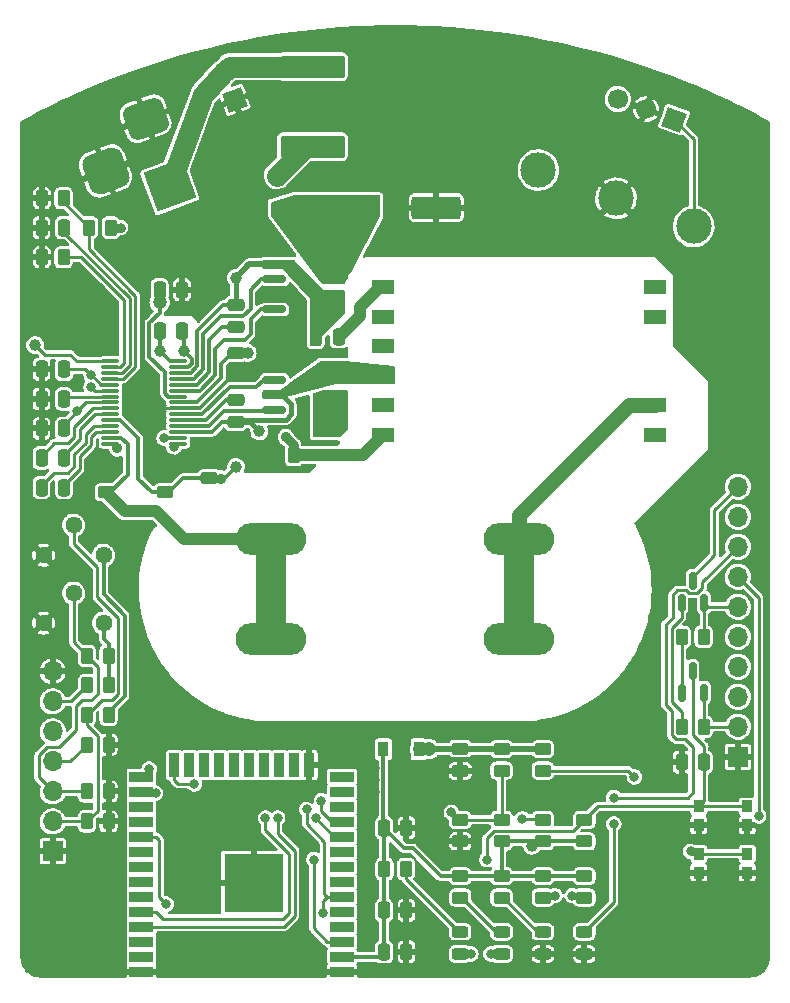
<source format=gbr>
%TF.GenerationSoftware,KiCad,Pcbnew,(6.0.0-0)*%
%TF.CreationDate,2022-03-12T23:02:06-06:00*%
%TF.ProjectId,SmartNeonPSU,536d6172-744e-4656-9f6e-5053552e6b69,rev?*%
%TF.SameCoordinates,Original*%
%TF.FileFunction,Copper,L1,Top*%
%TF.FilePolarity,Positive*%
%FSLAX46Y46*%
G04 Gerber Fmt 4.6, Leading zero omitted, Abs format (unit mm)*
G04 Created by KiCad (PCBNEW (6.0.0-0)) date 2022-03-12 23:02:06*
%MOMM*%
%LPD*%
G01*
G04 APERTURE LIST*
G04 Aperture macros list*
%AMRoundRect*
0 Rectangle with rounded corners*
0 $1 Rounding radius*
0 $2 $3 $4 $5 $6 $7 $8 $9 X,Y pos of 4 corners*
0 Add a 4 corners polygon primitive as box body*
4,1,4,$2,$3,$4,$5,$6,$7,$8,$9,$2,$3,0*
0 Add four circle primitives for the rounded corners*
1,1,$1+$1,$2,$3*
1,1,$1+$1,$4,$5*
1,1,$1+$1,$6,$7*
1,1,$1+$1,$8,$9*
0 Add four rect primitives between the rounded corners*
20,1,$1+$1,$2,$3,$4,$5,0*
20,1,$1+$1,$4,$5,$6,$7,0*
20,1,$1+$1,$6,$7,$8,$9,0*
20,1,$1+$1,$8,$9,$2,$3,0*%
%AMHorizOval*
0 Thick line with rounded ends*
0 $1 width*
0 $2 $3 position (X,Y) of the first rounded end (center of the circle)*
0 $4 $5 position (X,Y) of the second rounded end (center of the circle)*
0 Add line between two ends*
20,1,$1,$2,$3,$4,$5,0*
0 Add two circle primitives to create the rounded ends*
1,1,$1,$2,$3*
1,1,$1,$4,$5*%
%AMRotRect*
0 Rectangle, with rotation*
0 The origin of the aperture is its center*
0 $1 length*
0 $2 width*
0 $3 Rotation angle, in degrees counterclockwise*
0 Add horizontal line*
21,1,$1,$2,0,0,$3*%
%AMFreePoly0*
4,1,9,3.862500,-0.866500,0.737500,-0.866500,0.737500,-0.450000,-0.737500,-0.450000,-0.737500,0.450000,0.737500,0.450000,0.737500,0.866500,3.862500,0.866500,3.862500,-0.866500,3.862500,-0.866500,$1*%
G04 Aperture macros list end*
%TA.AperFunction,SMDPad,CuDef*%
%ADD10RoundRect,0.250000X-0.262500X-0.450000X0.262500X-0.450000X0.262500X0.450000X-0.262500X0.450000X0*%
%TD*%
%TA.AperFunction,SMDPad,CuDef*%
%ADD11RoundRect,0.250000X-0.450000X0.262500X-0.450000X-0.262500X0.450000X-0.262500X0.450000X0.262500X0*%
%TD*%
%TA.AperFunction,ComponentPad*%
%ADD12C,3.000000*%
%TD*%
%TA.AperFunction,ComponentPad*%
%ADD13C,0.800000*%
%TD*%
%TA.AperFunction,ComponentPad*%
%ADD14C,6.400000*%
%TD*%
%TA.AperFunction,SMDPad,CuDef*%
%ADD15RoundRect,0.075000X-0.662500X-0.075000X0.662500X-0.075000X0.662500X0.075000X-0.662500X0.075000X0*%
%TD*%
%TA.AperFunction,SMDPad,CuDef*%
%ADD16R,0.900000X1.000000*%
%TD*%
%TA.AperFunction,SMDPad,CuDef*%
%ADD17RoundRect,0.250000X0.262500X0.450000X-0.262500X0.450000X-0.262500X-0.450000X0.262500X-0.450000X0*%
%TD*%
%TA.AperFunction,SMDPad,CuDef*%
%ADD18RoundRect,0.150000X0.150000X-0.587500X0.150000X0.587500X-0.150000X0.587500X-0.150000X-0.587500X0*%
%TD*%
%TA.AperFunction,SMDPad,CuDef*%
%ADD19R,0.900000X1.300000*%
%TD*%
%TA.AperFunction,SMDPad,CuDef*%
%ADD20FreePoly0,270.000000*%
%TD*%
%TA.AperFunction,SMDPad,CuDef*%
%ADD21RoundRect,0.250000X-0.475000X0.250000X-0.475000X-0.250000X0.475000X-0.250000X0.475000X0.250000X0*%
%TD*%
%TA.AperFunction,SMDPad,CuDef*%
%ADD22RoundRect,0.250000X0.250000X0.475000X-0.250000X0.475000X-0.250000X-0.475000X0.250000X-0.475000X0*%
%TD*%
%TA.AperFunction,ComponentPad*%
%ADD23O,6.000000X2.700000*%
%TD*%
%TA.AperFunction,SMDPad,CuDef*%
%ADD24C,1.000000*%
%TD*%
%TA.AperFunction,SMDPad,CuDef*%
%ADD25RoundRect,0.150000X-0.825000X-0.150000X0.825000X-0.150000X0.825000X0.150000X-0.825000X0.150000X0*%
%TD*%
%TA.AperFunction,SMDPad,CuDef*%
%ADD26RoundRect,0.250000X-0.250000X-0.475000X0.250000X-0.475000X0.250000X0.475000X-0.250000X0.475000X0*%
%TD*%
%TA.AperFunction,SMDPad,CuDef*%
%ADD27RoundRect,0.243750X0.456250X-0.243750X0.456250X0.243750X-0.456250X0.243750X-0.456250X-0.243750X0*%
%TD*%
%TA.AperFunction,SMDPad,CuDef*%
%ADD28RoundRect,0.250000X0.450000X-0.262500X0.450000X0.262500X-0.450000X0.262500X-0.450000X-0.262500X0*%
%TD*%
%TA.AperFunction,ComponentPad*%
%ADD29C,1.440000*%
%TD*%
%TA.AperFunction,ComponentPad*%
%ADD30R,1.700000X1.700000*%
%TD*%
%TA.AperFunction,ComponentPad*%
%ADD31O,1.700000X1.700000*%
%TD*%
%TA.AperFunction,ComponentPad*%
%ADD32RotRect,1.700000X1.700000X200.000000*%
%TD*%
%TA.AperFunction,ComponentPad*%
%ADD33HorizOval,1.700000X0.000000X0.000000X0.000000X0.000000X0*%
%TD*%
%TA.AperFunction,SMDPad,CuDef*%
%ADD34R,1.910000X1.270000*%
%TD*%
%TA.AperFunction,ComponentPad*%
%ADD35RotRect,3.500000X3.500000X290.000000*%
%TD*%
%TA.AperFunction,ComponentPad*%
%ADD36RoundRect,0.750000X-1.196208X0.362749X-0.683178X-1.046790X1.196208X-0.362749X0.683178X1.046790X0*%
%TD*%
%TA.AperFunction,ComponentPad*%
%ADD37RoundRect,0.875000X-1.121499X0.522963X-0.522963X-1.121499X1.121499X-0.522963X0.522963X1.121499X0*%
%TD*%
%TA.AperFunction,SMDPad,CuDef*%
%ADD38RoundRect,0.250000X2.475000X-0.712500X2.475000X0.712500X-2.475000X0.712500X-2.475000X-0.712500X0*%
%TD*%
%TA.AperFunction,SMDPad,CuDef*%
%ADD39RoundRect,0.250000X0.475000X-0.250000X0.475000X0.250000X-0.475000X0.250000X-0.475000X-0.250000X0*%
%TD*%
%TA.AperFunction,SMDPad,CuDef*%
%ADD40R,2.000000X0.900000*%
%TD*%
%TA.AperFunction,SMDPad,CuDef*%
%ADD41R,0.900000X2.000000*%
%TD*%
%TA.AperFunction,SMDPad,CuDef*%
%ADD42R,5.000000X5.000000*%
%TD*%
%TA.AperFunction,ComponentPad*%
%ADD43RotRect,1.700000X1.700000X250.000000*%
%TD*%
%TA.AperFunction,ComponentPad*%
%ADD44HorizOval,1.700000X0.000000X0.000000X0.000000X0.000000X0*%
%TD*%
%TA.AperFunction,SMDPad,CuDef*%
%ADD45R,1.100000X1.100000*%
%TD*%
%TA.AperFunction,SMDPad,CuDef*%
%ADD46RoundRect,0.250000X-1.825000X-0.700000X1.825000X-0.700000X1.825000X0.700000X-1.825000X0.700000X0*%
%TD*%
%TA.AperFunction,ViaPad*%
%ADD47C,0.800000*%
%TD*%
%TA.AperFunction,ViaPad*%
%ADD48C,1.200000*%
%TD*%
%TA.AperFunction,ViaPad*%
%ADD49C,1.000000*%
%TD*%
%TA.AperFunction,ViaPad*%
%ADD50C,0.900000*%
%TD*%
%TA.AperFunction,Conductor*%
%ADD51C,0.300000*%
%TD*%
%TA.AperFunction,Conductor*%
%ADD52C,0.500000*%
%TD*%
%TA.AperFunction,Conductor*%
%ADD53C,1.000000*%
%TD*%
%TA.AperFunction,Conductor*%
%ADD54C,0.250000*%
%TD*%
%TA.AperFunction,Conductor*%
%ADD55C,0.750000*%
%TD*%
%TA.AperFunction,Conductor*%
%ADD56C,0.400000*%
%TD*%
%TA.AperFunction,Conductor*%
%ADD57C,1.270000*%
%TD*%
%TA.AperFunction,Conductor*%
%ADD58C,2.500000*%
%TD*%
%TA.AperFunction,Conductor*%
%ADD59C,1.750000*%
%TD*%
G04 APERTURE END LIST*
D10*
%TO.P,R23,1*%
%TO.N,GND*%
X139587500Y-90450000D03*
%TO.P,R23,2*%
%TO.N,/OCP*%
X141412500Y-90450000D03*
%TD*%
D11*
%TO.P,R4,1*%
%TO.N,+12V*%
X159000000Y-115337500D03*
%TO.P,R4,2*%
%TO.N,/TPS_EN*%
X159000000Y-117162500D03*
%TD*%
D12*
%TO.P,SW3,1,1*%
%TO.N,/GPIO0*%
X175273283Y-71099620D03*
%TO.P,SW3,2,2*%
%TO.N,GND*%
X168695435Y-68705479D03*
%TO.P,SW3,3,3*%
%TO.N,/GPIO2*%
X162117586Y-66311338D03*
%TD*%
D13*
%TO.P,H4,1,1*%
%TO.N,GND*%
X175302944Y-76602944D03*
X178697056Y-79997056D03*
X178697056Y-76602944D03*
X179400000Y-78300000D03*
X175302944Y-79997056D03*
X177000000Y-80700000D03*
X174600000Y-78300000D03*
X177000000Y-75900000D03*
D14*
X177000000Y-78300000D03*
%TD*%
D15*
%TO.P,U2,1,SYNC*%
%TO.N,/SYNC*%
X125887500Y-82500000D03*
%TO.P,U2,2,SET*%
%TO.N,/SET*%
X125887500Y-83000000D03*
%TO.P,U2,3,STC*%
%TO.N,/STC*%
X125887500Y-83500000D03*
%TO.P,U2,4,PH*%
%TO.N,/PH*%
X125887500Y-84000000D03*
%TO.P,U2,5,BBR*%
%TO.N,/BBR*%
X125887500Y-84500000D03*
%TO.P,U2,6,BC*%
%TO.N,/BC*%
X125887500Y-85000000D03*
%TO.P,U2,7,BF*%
%TO.N,/BF*%
X125887500Y-85500000D03*
%TO.P,U2,8,ABR*%
%TO.N,/ABR*%
X125887500Y-86000000D03*
%TO.P,U2,9,VAO*%
%TO.N,/VAO*%
X125887500Y-86500000D03*
%TO.P,U2,10,VA-*%
%TO.N,/VA-*%
X125887500Y-87000000D03*
%TO.P,U2,11,VSEN*%
%TO.N,/VSEN*%
X125887500Y-87500000D03*
%TO.P,U2,12,CA-*%
%TO.N,/CA-*%
X125887500Y-88000000D03*
%TO.P,U2,13,CAO*%
%TO.N,/CAO*%
X125887500Y-88500000D03*
%TO.P,U2,14,CSEN*%
%TO.N,/CSEN*%
X125887500Y-89000000D03*
%TO.P,U2,15,OCP*%
%TO.N,/OCP*%
X125887500Y-89500000D03*
%TO.P,U2,16,FAULT*%
%TO.N,/FAULT*%
X131612500Y-89500000D03*
%TO.P,U2,17,EN*%
%TO.N,/TPS_EN*%
X131612500Y-89000000D03*
%TO.P,U2,18,SC*%
%TO.N,/SC*%
X131612500Y-88500000D03*
%TO.P,U2,19,GC*%
%TO.N,/GC*%
X131612500Y-88000000D03*
%TO.P,U2,20,V5C*%
%TO.N,/V5C*%
X131612500Y-87500000D03*
%TO.P,U2,21,GD*%
%TO.N,/GD*%
X131612500Y-87000000D03*
%TO.P,U2,22,PGND*%
%TO.N,GND*%
X131612500Y-86500000D03*
%TO.P,U2,23,V5*%
%TO.N,/V5*%
X131612500Y-86000000D03*
%TO.P,U2,24,VCC*%
%TO.N,+12V*%
X131612500Y-85500000D03*
%TO.P,U2,25,GB*%
%TO.N,/GB*%
X131612500Y-85000000D03*
%TO.P,U2,26,V5A*%
%TO.N,/V5A*%
X131612500Y-84500000D03*
%TO.P,U2,27,GA*%
%TO.N,/GA*%
X131612500Y-84000000D03*
%TO.P,U2,28,SA*%
%TO.N,/SA*%
X131612500Y-83500000D03*
%TO.P,U2,29,GND*%
%TO.N,GND*%
X131612500Y-83000000D03*
%TO.P,U2,30,VREF*%
%TO.N,/VREF*%
X131612500Y-82500000D03*
%TD*%
D10*
%TO.P,R8,1*%
%TO.N,/BBR*%
X123897500Y-107450000D03*
%TO.P,R8,2*%
%TO.N,/V5*%
X125722500Y-107450000D03*
%TD*%
D16*
%TO.P,SW2,1,1*%
%TO.N,/GPIO0*%
X175700000Y-124200000D03*
X179800000Y-124200000D03*
%TO.P,SW2,2,2*%
%TO.N,GND*%
X179800000Y-125800000D03*
X175700000Y-125800000D03*
%TD*%
D13*
%TO.P,H3,1,1*%
%TO.N,GND*%
X178697056Y-128602944D03*
X175302944Y-128602944D03*
X177000000Y-127900000D03*
X174600000Y-130300000D03*
X175302944Y-131997056D03*
D14*
X177000000Y-130300000D03*
D13*
X178697056Y-131997056D03*
X177000000Y-132700000D03*
X179400000Y-130300000D03*
%TD*%
D17*
%TO.P,R7,1*%
%TO.N,GND*%
X125722500Y-121460000D03*
%TO.P,R7,2*%
%TO.N,/ABR*%
X123897500Y-121460000D03*
%TD*%
D11*
%TO.P,R14,1*%
%TO.N,+3V3*%
X159000000Y-126087500D03*
%TO.P,R14,2*%
%TO.N,Net-(D3-Pad2)*%
X159000000Y-127912500D03*
%TD*%
D18*
%TO.P,Q2,1,B*%
%TO.N,Net-(Q2-Pad1)*%
X174240000Y-102967500D03*
%TO.P,Q2,2,E*%
%TO.N,/~{DTR}*%
X176140000Y-102967500D03*
%TO.P,Q2,3,C*%
%TO.N,/GPIO0*%
X175190000Y-101092500D03*
%TD*%
D19*
%TO.P,U1,1,VIN*%
%TO.N,+12V*%
X152000000Y-115350000D03*
D20*
%TO.P,U1,2,GND*%
%TO.N,GND*%
X150500000Y-115437500D03*
D19*
%TO.P,U1,3,VOUT*%
%TO.N,+3V3*%
X149000000Y-115350000D03*
%TD*%
D21*
%TO.P,C4,1*%
%TO.N,+12V*%
X155500000Y-115300000D03*
%TO.P,C4,2*%
%TO.N,GND*%
X155500000Y-117200000D03*
%TD*%
D11*
%TO.P,R2,1*%
%TO.N,/TPS_EN*%
X155500000Y-121337500D03*
%TO.P,R2,2*%
%TO.N,GND*%
X155500000Y-123162500D03*
%TD*%
D17*
%TO.P,R1,1*%
%TO.N,/V5*%
X125722500Y-109950000D03*
%TO.P,R1,2*%
%TO.N,/FAULT*%
X123897500Y-109950000D03*
%TD*%
D22*
%TO.P,C3,1*%
%TO.N,/ABR*%
X121950000Y-88200000D03*
%TO.P,C3,2*%
%TO.N,GND*%
X120050000Y-88200000D03*
%TD*%
D23*
%TO.P,J6,1,Pin_1*%
%TO.N,/HV*%
X160500000Y-97550000D03*
X160500000Y-106050000D03*
%TD*%
D24*
%TO.P,TP6,1,1*%
%TO.N,/SC*%
X138500000Y-88450000D03*
%TD*%
D25*
%TO.P,Q4,1,S*%
%TO.N,GND*%
X139775000Y-82795000D03*
%TO.P,Q4,2,G*%
%TO.N,/GD*%
X139775000Y-84065000D03*
%TO.P,Q4,3,1*%
%TO.N,/SC*%
X139775000Y-85335000D03*
%TO.P,Q4,4,G*%
%TO.N,/GC*%
X139775000Y-86605000D03*
%TO.P,Q4,5,D*%
%TO.N,+12V*%
X144725000Y-86605000D03*
%TO.P,Q4,6,D*%
X144725000Y-85335000D03*
%TO.P,Q4,7,D*%
%TO.N,/SC*%
X144725000Y-84065000D03*
%TO.P,Q4,8,D*%
X144725000Y-82795000D03*
%TD*%
D26*
%TO.P,C7,1*%
%TO.N,/CA-*%
X120050000Y-93200000D03*
%TO.P,C7,2*%
%TO.N,/CAO*%
X121950000Y-93200000D03*
%TD*%
D10*
%TO.P,R19,1*%
%TO.N,Net-(Q2-Pad1)*%
X174277500Y-113460000D03*
%TO.P,R19,2*%
%TO.N,/~{RTS}*%
X176102500Y-113460000D03*
%TD*%
%TO.P,R6,1*%
%TO.N,/ABR*%
X123897500Y-112450000D03*
%TO.P,R6,2*%
%TO.N,/VREF*%
X125722500Y-112450000D03*
%TD*%
D11*
%TO.P,R24,1*%
%TO.N,GND*%
X130486222Y-91787500D03*
%TO.P,R24,2*%
%TO.N,/VSEN*%
X130486222Y-93612500D03*
%TD*%
D27*
%TO.P,D3,1,K*%
%TO.N,GND*%
X162500000Y-132682725D03*
%TO.P,D3,2,A*%
%TO.N,Net-(D3-Pad2)*%
X162500000Y-130807725D03*
%TD*%
D24*
%TO.P,TP5,1,1*%
%TO.N,/SA*%
X136500000Y-75450000D03*
%TD*%
D26*
%TO.P,C10,1*%
%TO.N,+12V*%
X130050000Y-76450000D03*
%TO.P,C10,2*%
%TO.N,GND*%
X131950000Y-76450000D03*
%TD*%
D28*
%TO.P,R3,1*%
%TO.N,+3V3*%
X162500000Y-123162500D03*
%TO.P,R3,2*%
%TO.N,/FAULT*%
X162500000Y-121337500D03*
%TD*%
D11*
%TO.P,R17,1*%
%TO.N,+3V3*%
X155500000Y-126087500D03*
%TO.P,R17,2*%
%TO.N,Net-(D5-Pad2)*%
X155500000Y-127912500D03*
%TD*%
D26*
%TO.P,C6,1*%
%TO.N,GND*%
X120050000Y-85700000D03*
%TO.P,C6,2*%
%TO.N,/BF*%
X121950000Y-85700000D03*
%TD*%
%TO.P,C13,1*%
%TO.N,GND*%
X120050000Y-71200000D03*
%TO.P,C13,2*%
%TO.N,/STC*%
X121950000Y-71200000D03*
%TD*%
D11*
%TO.P,R25,1*%
%TO.N,GND*%
X125500000Y-91787500D03*
%TO.P,R25,2*%
%TO.N,/CSEN*%
X125500000Y-93612500D03*
%TD*%
D28*
%TO.P,R20,1*%
%TO.N,+3V3*%
X166000000Y-123162500D03*
%TO.P,R20,2*%
%TO.N,/ESP_EN*%
X166000000Y-121337500D03*
%TD*%
D29*
%TO.P,RV2,1,1*%
%TO.N,GND*%
X120225000Y-104675000D03*
%TO.P,RV2,2,2*%
%TO.N,/BBR*%
X122765000Y-102135000D03*
%TO.P,RV2,3,3*%
%TO.N,/V5*%
X125305000Y-104675000D03*
%TD*%
D17*
%TO.P,R16,1*%
%TO.N,/SET*%
X121912500Y-73700000D03*
%TO.P,R16,2*%
%TO.N,GND*%
X120087500Y-73700000D03*
%TD*%
D21*
%TO.P,C11,1*%
%TO.N,/V5*%
X136500000Y-81800000D03*
%TO.P,C11,2*%
%TO.N,GND*%
X136500000Y-83700000D03*
%TD*%
D26*
%TO.P,C9,1*%
%TO.N,+3V3*%
X149050000Y-122000000D03*
%TO.P,C9,2*%
%TO.N,GND*%
X150950000Y-122000000D03*
%TD*%
D27*
%TO.P,D2,1,K*%
%TO.N,GND*%
X166000000Y-132687500D03*
%TO.P,D2,2,A*%
%TO.N,Net-(D2-Pad2)*%
X166000000Y-130812500D03*
%TD*%
D10*
%TO.P,R13,1*%
%TO.N,GND*%
X120087500Y-68700000D03*
%TO.P,R13,2*%
%TO.N,/PH*%
X121912500Y-68700000D03*
%TD*%
D22*
%TO.P,C19,1*%
%TO.N,/XFMR*%
X145200000Y-80450000D03*
%TO.P,C19,2*%
%TO.N,/SA*%
X143300000Y-80450000D03*
%TD*%
D24*
%TO.P,TP1,1,1*%
%TO.N,/CSEN*%
X127750000Y-95200000D03*
%TD*%
D23*
%TO.P,J7,1,Pin_1*%
%TO.N,/CSEN*%
X139500000Y-106050000D03*
X139500000Y-97550000D03*
%TD*%
D13*
%TO.P,H2,1,1*%
%TO.N,GND*%
X121302944Y-131997056D03*
X124697056Y-128602944D03*
X123000000Y-127900000D03*
X125400000Y-130300000D03*
X123000000Y-132700000D03*
X120600000Y-130300000D03*
X121302944Y-128602944D03*
D14*
X123000000Y-130300000D03*
D13*
X124697056Y-131997056D03*
%TD*%
D30*
%TO.P,J4,1,Pin_1*%
%TO.N,GND*%
X121000000Y-124000000D03*
D31*
%TO.P,J4,2,Pin_2*%
%TO.N,/ABR*%
X121000000Y-121460000D03*
%TO.P,J4,3,Pin_3*%
%TO.N,/BBR*%
X121000000Y-118920000D03*
%TO.P,J4,4,Pin_4*%
%TO.N,/BC*%
X121000000Y-116380000D03*
%TO.P,J4,5,Pin_5*%
%TO.N,/TPS_EN*%
X121000000Y-113840000D03*
%TO.P,J4,6,Pin_6*%
%TO.N,/FAULT*%
X121000000Y-111300000D03*
%TO.P,J4,7,Pin_7*%
%TO.N,GND*%
X121000000Y-108760000D03*
%TD*%
D11*
%TO.P,R10,1*%
%TO.N,+12V*%
X162500000Y-115337500D03*
%TO.P,R10,2*%
%TO.N,Net-(D2-Pad2)*%
X162500000Y-117162500D03*
%TD*%
D10*
%TO.P,R12,1*%
%TO.N,/PH*%
X124087500Y-71200000D03*
%TO.P,R12,2*%
%TO.N,/V5*%
X125912500Y-71200000D03*
%TD*%
D26*
%TO.P,C17,1*%
%TO.N,+3V3*%
X149050000Y-132500000D03*
%TO.P,C17,2*%
%TO.N,GND*%
X150950000Y-132500000D03*
%TD*%
D10*
%TO.P,R18,1*%
%TO.N,Net-(Q1-Pad1)*%
X174277500Y-105840000D03*
%TO.P,R18,2*%
%TO.N,/~{DTR}*%
X176102500Y-105840000D03*
%TD*%
%TO.P,R15,1*%
%TO.N,+3V3*%
X149087500Y-125500000D03*
%TO.P,R15,2*%
%TO.N,Net-(D4-Pad2)*%
X150912500Y-125500000D03*
%TD*%
D27*
%TO.P,D4,1,K*%
%TO.N,/GPIO5*%
X155500000Y-132681414D03*
%TO.P,D4,2,A*%
%TO.N,Net-(D4-Pad2)*%
X155500000Y-130806414D03*
%TD*%
D26*
%TO.P,C8,1*%
%TO.N,/VAO*%
X120050000Y-90700000D03*
%TO.P,C8,2*%
%TO.N,/VA-*%
X121950000Y-90700000D03*
%TD*%
D32*
%TO.P,J2,1,Pin_1*%
%TO.N,GND*%
X136404033Y-60383167D03*
D33*
%TO.P,J2,2,Pin_2*%
%TO.N,Net-(F1-Pad2)*%
X135535302Y-57996348D03*
%TD*%
D34*
%TO.P,TR1,1,1*%
%TO.N,/XFMR*%
X149000000Y-76250000D03*
%TO.P,TR1,2*%
%TO.N,N/C*%
X149000000Y-78750000D03*
%TO.P,TR1,3*%
X149000000Y-81250000D03*
%TO.P,TR1,4,4*%
%TO.N,/SC*%
X149000000Y-83750000D03*
%TO.P,TR1,5*%
%TO.N,N/C*%
X149000000Y-86250000D03*
%TO.P,TR1,6,6*%
%TO.N,/OCP*%
X149000000Y-88750000D03*
%TO.P,TR1,7*%
%TO.N,N/C*%
X172000000Y-88750000D03*
%TO.P,TR1,8,8*%
%TO.N,/HV*%
X172000000Y-86250000D03*
%TO.P,TR1,9*%
%TO.N,N/C*%
X172000000Y-78750000D03*
%TO.P,TR1,10*%
X172000000Y-76250000D03*
%TD*%
D26*
%TO.P,C12,1*%
%TO.N,/VREF*%
X130050000Y-79988216D03*
%TO.P,C12,2*%
%TO.N,GND*%
X131950000Y-79988216D03*
%TD*%
D22*
%TO.P,C5,1*%
%TO.N,/BBR*%
X121950000Y-83200000D03*
%TO.P,C5,2*%
%TO.N,GND*%
X120050000Y-83200000D03*
%TD*%
D27*
%TO.P,D5,1,K*%
%TO.N,/FAULT*%
X159000000Y-132685346D03*
%TO.P,D5,2,A*%
%TO.N,Net-(D5-Pad2)*%
X159000000Y-130810346D03*
%TD*%
D35*
%TO.P,J1,1*%
%TO.N,Net-(F1-Pad2)*%
X130915038Y-67608002D03*
D36*
%TO.P,J1,2*%
%TO.N,GND*%
X128862917Y-61969846D03*
D37*
%TO.P,J1,3*%
X125472422Y-66396419D03*
%TD*%
D38*
%TO.P,F1,1*%
%TO.N,Net-(D1-Pad2)*%
X143000000Y-64337500D03*
%TO.P,F1,2*%
%TO.N,Net-(F1-Pad2)*%
X143000000Y-57562500D03*
%TD*%
D24*
%TO.P,TP2,1,1*%
%TO.N,/VSEN*%
X136500000Y-91450000D03*
%TD*%
D39*
%TO.P,C21,1*%
%TO.N,/VSEN*%
X134250000Y-92400000D03*
%TO.P,C21,2*%
%TO.N,GND*%
X134250000Y-90500000D03*
%TD*%
D17*
%TO.P,R11,1*%
%TO.N,GND*%
X125722500Y-114979974D03*
%TO.P,R11,2*%
%TO.N,/BC*%
X123897500Y-114979974D03*
%TD*%
D11*
%TO.P,R22,1*%
%TO.N,+3V3*%
X166000000Y-126087500D03*
%TO.P,R22,2*%
%TO.N,/GPIO2*%
X166000000Y-127912500D03*
%TD*%
D13*
%TO.P,H5,1,1*%
%TO.N,GND*%
X147600000Y-61300000D03*
X152400000Y-61300000D03*
X151697056Y-62997056D03*
X151697056Y-59602944D03*
X148302944Y-62997056D03*
D14*
X150000000Y-61300000D03*
D13*
X150000000Y-63700000D03*
X150000000Y-58900000D03*
X148302944Y-59602944D03*
%TD*%
D24*
%TO.P,TP3,1,1*%
%TO.N,/SYNC*%
X119506652Y-81152934D03*
%TD*%
D13*
%TO.P,H1,1,1*%
%TO.N,GND*%
X121302944Y-79997056D03*
X123000000Y-75900000D03*
X124697056Y-79997056D03*
X125400000Y-78300000D03*
X120600000Y-78300000D03*
X124697056Y-76602944D03*
X121302944Y-76602944D03*
X123000000Y-80700000D03*
D14*
X123000000Y-78300000D03*
%TD*%
D11*
%TO.P,R21,1*%
%TO.N,+3V3*%
X162500000Y-126087500D03*
%TO.P,R21,2*%
%TO.N,/GPIO0*%
X162500000Y-127912500D03*
%TD*%
D40*
%TO.P,U3,1,GND*%
%TO.N,GND*%
X145500000Y-134205000D03*
%TO.P,U3,2,VDD*%
%TO.N,+3V3*%
X145500000Y-132935000D03*
%TO.P,U3,3,EN*%
%TO.N,/ESP_EN*%
X145500000Y-131665000D03*
%TO.P,U3,4,SENSOR_VP*%
%TO.N,/GPI36*%
X145500000Y-130395000D03*
%TO.P,U3,5,SENSOR_VN*%
%TO.N,/GPI39*%
X145500000Y-129125000D03*
%TO.P,U3,6,IO34*%
%TO.N,/FAULT*%
X145500000Y-127855000D03*
%TO.P,U3,7,IO35*%
%TO.N,/GPI35*%
X145500000Y-126585000D03*
%TO.P,U3,8,IO32*%
%TO.N,/GPIO32*%
X145500000Y-125315000D03*
%TO.P,U3,9,IO33*%
%TO.N,/GPIO33*%
X145500000Y-124045000D03*
%TO.P,U3,10,IO25*%
%TO.N,/BC*%
X145500000Y-122775000D03*
%TO.P,U3,11,IO26*%
%TO.N,/TPS_EN*%
X145500000Y-121505000D03*
%TO.P,U3,12,IO27*%
%TO.N,/GPIO27*%
X145500000Y-120235000D03*
%TO.P,U3,13,IO14*%
%TO.N,/GPIO14*%
X145500000Y-118965000D03*
%TO.P,U3,14,IO12*%
%TO.N,/GPIO12*%
X145500000Y-117695000D03*
D41*
%TO.P,U3,15,GND*%
%TO.N,GND*%
X142715000Y-116695000D03*
%TO.P,U3,16,IO13*%
%TO.N,/GPIO13*%
X141445000Y-116695000D03*
%TO.P,U3,17,SHD/SD2*%
%TO.N,unconnected-(U3-Pad17)*%
X140175000Y-116695000D03*
%TO.P,U3,18,SWP/SD3*%
%TO.N,unconnected-(U3-Pad18)*%
X138905000Y-116695000D03*
%TO.P,U3,19,SCS/CMD*%
%TO.N,unconnected-(U3-Pad19)*%
X137635000Y-116695000D03*
%TO.P,U3,20,SCK/CLK*%
%TO.N,unconnected-(U3-Pad20)*%
X136365000Y-116695000D03*
%TO.P,U3,21,SDO/SD0*%
%TO.N,unconnected-(U3-Pad21)*%
X135095000Y-116695000D03*
%TO.P,U3,22,SDI/SD1*%
%TO.N,unconnected-(U3-Pad22)*%
X133825000Y-116695000D03*
%TO.P,U3,23,IO15*%
%TO.N,/GPIO15*%
X132555000Y-116695000D03*
%TO.P,U3,24,IO2*%
%TO.N,/GPIO2*%
X131285000Y-116695000D03*
D40*
%TO.P,U3,25,IO0*%
%TO.N,/GPIO0*%
X128500000Y-117695000D03*
%TO.P,U3,26,IO4*%
%TO.N,/GPIO4*%
X128500000Y-118965000D03*
%TO.P,U3,27,IO16*%
%TO.N,/GPIO16*%
X128500000Y-120235000D03*
%TO.P,U3,28,IO17*%
%TO.N,/GPIO17*%
X128500000Y-121505000D03*
%TO.P,U3,29,IO5*%
%TO.N,/GPIO5*%
X128500000Y-122775000D03*
%TO.P,U3,30,IO18*%
%TO.N,/GPIO18*%
X128500000Y-124045000D03*
%TO.P,U3,31,IO19*%
%TO.N,/GPIO19*%
X128500000Y-125315000D03*
%TO.P,U3,32,NC*%
%TO.N,unconnected-(U3-Pad32)*%
X128500000Y-126585000D03*
%TO.P,U3,33,IO21*%
%TO.N,/GPIO21*%
X128500000Y-127855000D03*
%TO.P,U3,34,RXD0/IO3*%
%TO.N,/GPIO3*%
X128500000Y-129125000D03*
%TO.P,U3,35,TXD0/IO1*%
%TO.N,/GPIO1*%
X128500000Y-130395000D03*
%TO.P,U3,36,IO22*%
%TO.N,/GPIO22*%
X128500000Y-131665000D03*
%TO.P,U3,37,IO23*%
%TO.N,/GPIO23*%
X128500000Y-132935000D03*
%TO.P,U3,38,GND*%
%TO.N,GND*%
X128500000Y-134205000D03*
D42*
%TO.P,U3,39,GND*%
X138000000Y-126705000D03*
%TD*%
D22*
%TO.P,C16,1*%
%TO.N,/ESP_EN*%
X176140000Y-116450000D03*
%TO.P,C16,2*%
%TO.N,GND*%
X174240000Y-116450000D03*
%TD*%
D24*
%TO.P,TP4,1,1*%
%TO.N,/OCP*%
X146000000Y-90450000D03*
%TD*%
D29*
%TO.P,RV1,1,1*%
%TO.N,GND*%
X120225000Y-98925000D03*
%TO.P,RV1,2,2*%
%TO.N,/ABR*%
X122765000Y-96385000D03*
%TO.P,RV1,3,3*%
%TO.N,/VREF*%
X125305000Y-98925000D03*
%TD*%
D18*
%TO.P,Q1,1,B*%
%TO.N,Net-(Q1-Pad1)*%
X174240000Y-110587500D03*
%TO.P,Q1,2,E*%
%TO.N,/~{RTS}*%
X176140000Y-110587500D03*
%TO.P,Q1,3,C*%
%TO.N,/ESP_EN*%
X175190000Y-108712500D03*
%TD*%
D16*
%TO.P,SW1,1,1*%
%TO.N,/ESP_EN*%
X179800000Y-120200000D03*
X175700000Y-120200000D03*
%TO.P,SW1,2,2*%
%TO.N,GND*%
X179800000Y-121800000D03*
X175700000Y-121800000D03*
%TD*%
D21*
%TO.P,C14,1*%
%TO.N,/SA*%
X136500000Y-77750000D03*
%TO.P,C14,2*%
%TO.N,/V5A*%
X136500000Y-79650000D03*
%TD*%
D26*
%TO.P,C18,1*%
%TO.N,+3V3*%
X149050000Y-129000000D03*
%TO.P,C18,2*%
%TO.N,GND*%
X150950000Y-129000000D03*
%TD*%
D21*
%TO.P,C15,1*%
%TO.N,/V5C*%
X136500000Y-85750000D03*
%TO.P,C15,2*%
%TO.N,/SC*%
X136500000Y-87650000D03*
%TD*%
D17*
%TO.P,R9,1*%
%TO.N,GND*%
X125722500Y-118920000D03*
%TO.P,R9,2*%
%TO.N,/BBR*%
X123897500Y-118920000D03*
%TD*%
D43*
%TO.P,J5,1,Pin_1*%
%TO.N,/GPIO0*%
X173612452Y-62048133D03*
D44*
%TO.P,J5,2,Pin_2*%
%TO.N,GND*%
X171225633Y-61179402D03*
%TO.P,J5,3,Pin_3*%
%TO.N,/GPIO2*%
X168838813Y-60310671D03*
%TD*%
D28*
%TO.P,R5,1*%
%TO.N,+3V3*%
X159000000Y-123162500D03*
%TO.P,R5,2*%
%TO.N,/TPS_EN*%
X159000000Y-121337500D03*
%TD*%
D25*
%TO.P,Q3,1,S*%
%TO.N,/SA*%
X139775000Y-74295000D03*
%TO.P,Q3,2,G*%
%TO.N,/GA*%
X139775000Y-75565000D03*
%TO.P,Q3,3,1*%
%TO.N,GND*%
X139775000Y-76835000D03*
%TO.P,Q3,4,G*%
%TO.N,/GB*%
X139775000Y-78105000D03*
%TO.P,Q3,5,D*%
%TO.N,/SA*%
X144725000Y-78105000D03*
%TO.P,Q3,6,D*%
X144725000Y-76835000D03*
%TO.P,Q3,7,D*%
%TO.N,+12V*%
X144725000Y-75565000D03*
%TO.P,Q3,8,D*%
X144725000Y-74295000D03*
%TD*%
D45*
%TO.P,D1,1,K*%
%TO.N,+12V*%
X140000000Y-69600000D03*
%TO.P,D1,2,A*%
%TO.N,Net-(D1-Pad2)*%
X140000000Y-66800000D03*
%TD*%
D46*
%TO.P,C1,1*%
%TO.N,+12V*%
X146525000Y-69500000D03*
%TO.P,C1,2*%
%TO.N,GND*%
X153475000Y-69500000D03*
%TD*%
D30*
%TO.P,J3,1,Pin_1*%
%TO.N,GND*%
X179000000Y-116000000D03*
D31*
%TO.P,J3,2,Pin_2*%
%TO.N,/~{RTS}*%
X179000000Y-113460000D03*
%TO.P,J3,3,Pin_3*%
%TO.N,+3V3*%
X179000000Y-110920000D03*
%TO.P,J3,4,Pin_4*%
%TO.N,/GPIO3*%
X179000000Y-108380000D03*
%TO.P,J3,5,Pin_5*%
%TO.N,/GPIO1*%
X179000000Y-105840000D03*
%TO.P,J3,6,Pin_6*%
%TO.N,/~{DTR}*%
X179000000Y-103300000D03*
%TO.P,J3,7,Pin_7*%
%TO.N,/GPIO5*%
X179000000Y-100760000D03*
%TO.P,J3,8,Pin_8*%
%TO.N,/GPIO4*%
X179000000Y-98220000D03*
%TO.P,J3,9,Pin_9*%
%TO.N,/GPIO2*%
X179000000Y-95680000D03*
%TO.P,J3,10,Pin_10*%
%TO.N,/GPIO0*%
X179000000Y-93140000D03*
%TD*%
D47*
%TO.N,+12V*%
X142750000Y-70450000D03*
X144000000Y-72950000D03*
X144000000Y-70450000D03*
X144750000Y-88450000D03*
X143500000Y-85950000D03*
X144750000Y-85950000D03*
D48*
X130050000Y-77500000D03*
D47*
X143500000Y-87200000D03*
X141500000Y-70450000D03*
X141500000Y-71700000D03*
X144000000Y-71700000D03*
X142750000Y-72950000D03*
X142750000Y-69200000D03*
X144750000Y-87200000D03*
X142750000Y-71700000D03*
X144000000Y-69200000D03*
X141500000Y-69200000D03*
X143500000Y-88450000D03*
D48*
X152850000Y-115350000D03*
D47*
%TO.N,GND*%
X172750000Y-116450000D03*
X165000000Y-113700000D03*
X141000000Y-79200000D03*
X137250000Y-89450000D03*
X150500000Y-114450000D03*
X150000000Y-117450000D03*
D49*
X133407223Y-78507358D03*
D47*
X152000000Y-67700000D03*
X155000000Y-71200000D03*
X150000000Y-116450000D03*
X126500000Y-91700000D03*
X148250000Y-118950000D03*
X135250000Y-89450000D03*
X154000000Y-71200000D03*
X136250000Y-127700000D03*
X133250000Y-113700000D03*
X125500000Y-90950000D03*
X139750000Y-127700000D03*
X164250000Y-124950000D03*
X148250000Y-116950000D03*
X155000000Y-67700000D03*
X129250000Y-89450000D03*
X153000000Y-67700000D03*
X139750000Y-81700000D03*
X139750000Y-79200000D03*
X150000000Y-118450000D03*
X150000000Y-119450000D03*
X151000000Y-118450000D03*
X152000000Y-116950000D03*
D49*
X132075181Y-81624819D03*
D47*
X136250000Y-124950000D03*
X151000000Y-116450000D03*
X128250000Y-113700000D03*
X150500000Y-115450000D03*
X152000000Y-71200000D03*
X139750000Y-124950000D03*
X151000000Y-117450000D03*
X141000000Y-81700000D03*
X128250000Y-108700000D03*
X152000000Y-117950000D03*
X133250000Y-89450000D03*
X154000000Y-67700000D03*
X142250000Y-85950000D03*
X127750000Y-96700000D03*
X170000000Y-108700000D03*
X152000000Y-118950000D03*
X153000000Y-71200000D03*
X151000000Y-119450000D03*
X139750000Y-80450000D03*
X148250000Y-117950000D03*
X141000000Y-80450000D03*
X170000000Y-113700000D03*
X142250000Y-87200000D03*
%TO.N,/ABR*%
X123085011Y-86756257D03*
%TO.N,/BBR*%
X124250000Y-83700000D03*
D49*
%TO.N,+3V3*%
X161548817Y-123514710D03*
%TO.N,/V5*%
X137500000Y-81800000D03*
D47*
X126750000Y-71200000D03*
D49*
%TO.N,/VREF*%
X130075472Y-81624528D03*
D47*
%TO.N,/ESP_EN*%
X157750000Y-124700000D03*
X143100000Y-124700000D03*
D50*
%TO.N,/VSEN*%
X135250000Y-92450000D03*
D47*
%TO.N,Net-(D2-Pad2)*%
X168500000Y-121700000D03*
X170250000Y-117700000D03*
%TO.N,/GPIO5*%
X130605789Y-128464705D03*
X156400000Y-132681414D03*
X180770325Y-121002235D03*
%TO.N,/GPIO3*%
X139012051Y-121176959D03*
%TO.N,/GPIO1*%
X140044828Y-121178172D03*
%TO.N,/GPIO4*%
X129706733Y-119071923D03*
X168500000Y-119450000D03*
%TO.N,/GPIO2*%
X165000000Y-127750000D03*
X133000000Y-118294502D03*
%TO.N,/GPIO0*%
X163500000Y-127750000D03*
X174999861Y-123999861D03*
X129158288Y-117036343D03*
%TO.N,/BC*%
X124250000Y-84700000D03*
X143250000Y-121200000D03*
%TO.N,/TPS_EN*%
X143750000Y-119700000D03*
X130426138Y-88999876D03*
X154750000Y-120700000D03*
%TO.N,/FAULT*%
X142500000Y-120450000D03*
X158100000Y-132685346D03*
X143900498Y-129200000D03*
X160750000Y-121249998D03*
X131250000Y-89749500D03*
D50*
%TO.N,/OCP*%
X140750000Y-88950000D03*
X126461878Y-89872168D03*
%TD*%
D51*
%TO.N,+12V*%
X130500000Y-85225361D02*
X130500000Y-83450000D01*
D52*
X130050000Y-76450000D02*
X130050000Y-77500000D01*
D51*
X130050000Y-78400000D02*
X130050000Y-77500000D01*
D52*
X155537500Y-115337500D02*
X155500000Y-115300000D01*
D51*
X130500000Y-83450000D02*
X129191768Y-82141768D01*
X131612500Y-85500000D02*
X130774639Y-85500000D01*
X129191768Y-82141768D02*
X129191768Y-79258232D01*
D52*
X155450000Y-115350000D02*
X155500000Y-115300000D01*
D51*
X130774639Y-85500000D02*
X130500000Y-85225361D01*
D53*
X152000000Y-115350000D02*
X152850000Y-115350000D01*
D52*
X152850000Y-115350000D02*
X155450000Y-115350000D01*
D51*
X129191768Y-79258232D02*
X130050000Y-78400000D01*
D52*
X159000000Y-115337500D02*
X162500000Y-115337500D01*
X159000000Y-115337500D02*
X155537500Y-115337500D01*
D51*
%TO.N,GND*%
X132075181Y-80113397D02*
X131950000Y-79988216D01*
X132750000Y-82700361D02*
X132750000Y-82299639D01*
D54*
X129250000Y-89450000D02*
X129250000Y-87700000D01*
D51*
X132075181Y-81624819D02*
X132075181Y-80113397D01*
D54*
X130450000Y-86500000D02*
X131612500Y-86500000D01*
D51*
X131612500Y-86500000D02*
X133450000Y-86500000D01*
X133450000Y-86500000D02*
X136250000Y-83700000D01*
X132750000Y-82299639D02*
X132075181Y-81624819D01*
X132450361Y-83000000D02*
X132750000Y-82700361D01*
D54*
X129250000Y-87700000D02*
X130450000Y-86500000D01*
D51*
X136250000Y-83700000D02*
X136500000Y-83700000D01*
X131612500Y-83000000D02*
X132450361Y-83000000D01*
D54*
%TO.N,/ABR*%
X126559520Y-110640480D02*
X126559520Y-104259520D01*
X123897500Y-121460000D02*
X124805715Y-120551785D01*
X121950000Y-87891268D02*
X123085011Y-86756257D01*
X121000000Y-121460000D02*
X123897500Y-121460000D01*
X124805715Y-114255715D02*
X123897500Y-113347500D01*
X123897500Y-113347500D02*
X123897500Y-112450000D01*
X121950000Y-88200000D02*
X121950000Y-87891268D01*
X125147500Y-111200000D02*
X126000000Y-111200000D01*
X125887500Y-86000000D02*
X123841268Y-86000000D01*
X123841268Y-86000000D02*
X123085011Y-86756257D01*
X124750000Y-102450000D02*
X124750000Y-99950000D01*
X124750000Y-99950000D02*
X122765000Y-97965000D01*
X126000000Y-111200000D02*
X126559520Y-110640480D01*
X126559520Y-104259520D02*
X124750000Y-102450000D01*
X124805715Y-120551785D02*
X124805715Y-114255715D01*
X122765000Y-97965000D02*
X122765000Y-96385000D01*
X123897500Y-112450000D02*
X125147500Y-111200000D01*
%TO.N,/BBR*%
X125084994Y-84500000D02*
X124284994Y-83700000D01*
X125887500Y-84500000D02*
X125084994Y-84500000D01*
X121000000Y-118920000D02*
X123897500Y-118920000D01*
X121500000Y-115200000D02*
X120500000Y-115200000D01*
X119825489Y-117745489D02*
X121000000Y-118920000D01*
X119825489Y-115874511D02*
X119825489Y-117745489D01*
X123897500Y-107450000D02*
X124805126Y-108357626D01*
X123000000Y-111700000D02*
X123000000Y-113700000D01*
X122765000Y-106317500D02*
X123897500Y-107450000D01*
X124805126Y-110644874D02*
X124250000Y-111200000D01*
X120500000Y-115200000D02*
X119825489Y-115874511D01*
X124250000Y-111200000D02*
X123500000Y-111200000D01*
X124284994Y-83700000D02*
X124250000Y-83700000D01*
X123750000Y-83200000D02*
X124250000Y-83700000D01*
X124805126Y-108357626D02*
X124805126Y-110644874D01*
X122765000Y-102135000D02*
X122765000Y-106317500D01*
X123500000Y-111200000D02*
X123000000Y-111700000D01*
X121950000Y-83200000D02*
X123750000Y-83200000D01*
X123000000Y-113700000D02*
X121500000Y-115200000D01*
%TO.N,/BF*%
X122150000Y-85500000D02*
X121950000Y-85700000D01*
X125887500Y-85500000D02*
X122150000Y-85500000D01*
%TO.N,/CAO*%
X123301492Y-90569823D02*
X124250000Y-89621315D01*
X121950000Y-93200000D02*
X121950000Y-93000000D01*
X123301492Y-91648508D02*
X123301492Y-90569823D01*
X124250000Y-89621315D02*
X124250000Y-88950000D01*
X121950000Y-93000000D02*
X123301492Y-91648508D01*
X124700000Y-88500000D02*
X125887500Y-88500000D01*
X124250000Y-88950000D02*
X124700000Y-88500000D01*
%TO.N,/CA-*%
X121091532Y-91950000D02*
X122250000Y-91950000D01*
X123774506Y-88684177D02*
X124458683Y-88000000D01*
X120050000Y-92991532D02*
X121091532Y-91950000D01*
X123774506Y-89425494D02*
X123774506Y-88684177D01*
X122823471Y-91376529D02*
X122823471Y-90376529D01*
X124458683Y-88000000D02*
X125887500Y-88000000D01*
X122250000Y-91950000D02*
X122823471Y-91376529D01*
X122823471Y-90376529D02*
X123774506Y-89425494D01*
X120050000Y-93200000D02*
X120050000Y-92991532D01*
%TO.N,/VA-*%
X123285159Y-89078610D02*
X123285159Y-88253277D01*
X121950000Y-90700000D02*
X121950000Y-90413769D01*
X121950000Y-90413769D02*
X123285159Y-89078610D01*
X124538436Y-87000000D02*
X125887500Y-87000000D01*
X123285159Y-88253277D02*
X124538436Y-87000000D01*
%TO.N,/VAO*%
X120050000Y-90700000D02*
X120050000Y-90506674D01*
X124367981Y-86500000D02*
X125887500Y-86500000D01*
X122819466Y-88048515D02*
X124367981Y-86500000D01*
X121106674Y-89450000D02*
X122250000Y-89450000D01*
X122250000Y-89450000D02*
X122819466Y-88880534D01*
X120050000Y-90506674D02*
X121106674Y-89450000D01*
X122819466Y-88880534D02*
X122819466Y-88048515D01*
D51*
%TO.N,+3V3*%
X159000000Y-123162500D02*
X166000000Y-123162500D01*
X145500000Y-132935000D02*
X148615000Y-132935000D01*
X149050000Y-122050000D02*
X150750000Y-123750000D01*
X149050000Y-132500000D02*
X149050000Y-129000000D01*
X159000000Y-126087500D02*
X162500000Y-126087500D01*
X149000000Y-115350000D02*
X149000000Y-121950000D01*
X162500000Y-126087500D02*
X166000000Y-126087500D01*
X155500000Y-126087500D02*
X159000000Y-126087500D01*
X153837500Y-126087500D02*
X155500000Y-126087500D01*
X150750000Y-123750000D02*
X151500000Y-123750000D01*
X161548817Y-123514710D02*
X161901027Y-123162500D01*
X149050000Y-125537500D02*
X149087500Y-125500000D01*
X151500000Y-123750000D02*
X153837500Y-126087500D01*
X149050000Y-129000000D02*
X149050000Y-122000000D01*
X148615000Y-132935000D02*
X149050000Y-132500000D01*
X159000000Y-126087500D02*
X159000000Y-123162500D01*
X149087500Y-125500000D02*
X149050000Y-125462500D01*
X149000000Y-121950000D02*
X149050000Y-122000000D01*
%TO.N,/V5*%
X135250000Y-83950000D02*
X135250000Y-82700000D01*
X125722500Y-107450000D02*
X125722500Y-109950000D01*
X131612500Y-86000000D02*
X133200000Y-86000000D01*
X125722500Y-107450000D02*
X125722500Y-106422500D01*
X125722500Y-106422500D02*
X125305000Y-106005000D01*
X133200000Y-86000000D02*
X135250000Y-83950000D01*
X136500000Y-81800000D02*
X137473207Y-81800000D01*
X125305000Y-106005000D02*
X125305000Y-104675000D01*
D55*
X126750000Y-71200000D02*
X125912500Y-71200000D01*
D51*
X136150000Y-81800000D02*
X136500000Y-81800000D01*
X135250000Y-82700000D02*
X136150000Y-81800000D01*
%TO.N,/VREF*%
X125305000Y-102255000D02*
X125305000Y-98925000D01*
X130050000Y-81599056D02*
X130050000Y-79988216D01*
X125722500Y-112450000D02*
X125722500Y-112227500D01*
X131612500Y-82500000D02*
X130950944Y-82500000D01*
X127086738Y-104036738D02*
X125305000Y-102255000D01*
X125722500Y-112227500D02*
X127086738Y-110863262D01*
X130075472Y-81624528D02*
X130050000Y-81599056D01*
X127086738Y-110863262D02*
X127086738Y-104036738D01*
X130950944Y-82500000D02*
X130075472Y-81624528D01*
D54*
%TO.N,/STC*%
X121950000Y-71610079D02*
X121950000Y-71200000D01*
X125887500Y-83500000D02*
X126825724Y-83500000D01*
X126825724Y-83500000D02*
X127500000Y-82825724D01*
X127500000Y-77160079D02*
X121950000Y-71610079D01*
X127500000Y-82825724D02*
X127500000Y-77160079D01*
%TO.N,/ESP_EN*%
X165086574Y-122250926D02*
X158386581Y-122250926D01*
X175190000Y-108712500D02*
X175190000Y-114140000D01*
X175190000Y-114140000D02*
X176140000Y-115090000D01*
X167137500Y-120200000D02*
X166000000Y-121337500D01*
X166000000Y-121337500D02*
X165086574Y-122250926D01*
X175700000Y-120200000D02*
X179800000Y-120200000D01*
X175700000Y-120200000D02*
X167137500Y-120200000D01*
X158386581Y-122250926D02*
X157750000Y-122887507D01*
X176140000Y-116450000D02*
X176140000Y-119760000D01*
X176140000Y-115090000D02*
X176140000Y-116450000D01*
X143100000Y-124700000D02*
X143100000Y-130515000D01*
X143100000Y-130515000D02*
X144250000Y-131665000D01*
X176140000Y-119760000D02*
X175700000Y-120200000D01*
X144250000Y-131665000D02*
X145500000Y-131665000D01*
X157750000Y-122887507D02*
X157750000Y-124700000D01*
D52*
%TO.N,/SA*%
X137655000Y-74295000D02*
X136500000Y-75450000D01*
D51*
X135450000Y-77750000D02*
X136500000Y-77750000D01*
D56*
X136500000Y-77750000D02*
X136500000Y-75450000D01*
D51*
X132700000Y-83500000D02*
X133250000Y-82950000D01*
X133250000Y-79950000D02*
X135450000Y-77750000D01*
D52*
X139775000Y-74295000D02*
X137655000Y-74295000D01*
D51*
X131612500Y-83500000D02*
X132700000Y-83500000D01*
X133250000Y-82950000D02*
X133250000Y-79950000D01*
%TO.N,/V5A*%
X131612500Y-84500000D02*
X133200000Y-84500000D01*
X133200000Y-84500000D02*
X134250000Y-83450000D01*
X135300000Y-79650000D02*
X136500000Y-79650000D01*
X134250000Y-83450000D02*
X134250000Y-80700000D01*
X134250000Y-80700000D02*
X135300000Y-79650000D01*
%TO.N,/V5C*%
X133950000Y-87500000D02*
X135700000Y-85750000D01*
X131612500Y-87500000D02*
X133950000Y-87500000D01*
X135700000Y-85750000D02*
X136500000Y-85750000D01*
D56*
%TO.N,/SC*%
X139775000Y-85335000D02*
X140385000Y-85335000D01*
X138500000Y-88450000D02*
X137700000Y-87650000D01*
X137700000Y-87650000D02*
X136500000Y-87650000D01*
D51*
X134450000Y-88500000D02*
X135300000Y-87650000D01*
D56*
X140385000Y-85335000D02*
X141189349Y-86139349D01*
D51*
X135300000Y-87650000D02*
X136500000Y-87650000D01*
D56*
X140750000Y-87450000D02*
X136700000Y-87450000D01*
X136700000Y-87450000D02*
X136500000Y-87650000D01*
D51*
X131612500Y-88500000D02*
X134450000Y-88500000D01*
D56*
X141189349Y-86139349D02*
X141189349Y-87010651D01*
X141189349Y-87010651D02*
X140750000Y-87450000D01*
D57*
%TO.N,/HV*%
X169775000Y-86250000D02*
X160500000Y-95525000D01*
X160500000Y-95525000D02*
X160500000Y-97550000D01*
X172000000Y-86250000D02*
X169775000Y-86250000D01*
D58*
X160500000Y-106050000D02*
X160500000Y-97550000D01*
D52*
%TO.N,/VSEN*%
X135250000Y-92450000D02*
X134300000Y-92450000D01*
D51*
X129412500Y-93612500D02*
X130486222Y-93612500D01*
X130486222Y-93612500D02*
X130837500Y-93612500D01*
X135500000Y-92450000D02*
X135250000Y-92450000D01*
X126725361Y-87500000D02*
X128250000Y-89024639D01*
D52*
X134300000Y-92450000D02*
X134250000Y-92400000D01*
D51*
X128250000Y-92450000D02*
X129412500Y-93612500D01*
X132050000Y-92400000D02*
X134250000Y-92400000D01*
X125887500Y-87500000D02*
X126725361Y-87500000D01*
X128250000Y-89024639D02*
X128250000Y-92450000D01*
X136500000Y-91450000D02*
X135500000Y-92450000D01*
X130837500Y-93612500D02*
X132050000Y-92400000D01*
D59*
%TO.N,Net-(D1-Pad2)*%
X142462500Y-64337500D02*
X143000000Y-64337500D01*
X140000000Y-66800000D02*
X142462500Y-64337500D01*
D54*
%TO.N,Net-(D2-Pad2)*%
X169712500Y-117162500D02*
X162500000Y-117162500D01*
X170250000Y-117700000D02*
X169712500Y-117162500D01*
X166000000Y-130812500D02*
X168500000Y-128312500D01*
X168500000Y-128312500D02*
X168500000Y-121700000D01*
%TO.N,Net-(D3-Pad2)*%
X162057725Y-130807725D02*
X162500000Y-130807725D01*
X159162500Y-127912500D02*
X162057725Y-130807725D01*
X159000000Y-127912500D02*
X159162500Y-127912500D01*
%TO.N,/GPIO5*%
X155500000Y-132681414D02*
X156400000Y-132681414D01*
X179000000Y-100760000D02*
X180770325Y-102530325D01*
X180770325Y-102530325D02*
X180770325Y-121002235D01*
X128500000Y-122775000D02*
X129750000Y-122775000D01*
X130000000Y-123025000D02*
X130000000Y-127858916D01*
X130000000Y-127858916D02*
X130605789Y-128464705D01*
X129750000Y-122775000D02*
X130000000Y-123025000D01*
%TO.N,Net-(D4-Pad2)*%
X155500000Y-130806414D02*
X155356414Y-130806414D01*
X155356414Y-130806414D02*
X150912500Y-126362500D01*
X150912500Y-126362500D02*
X150912500Y-125500000D01*
D59*
%TO.N,Net-(F1-Pad2)*%
X135969150Y-57562500D02*
X135535302Y-57996348D01*
X135535302Y-57996348D02*
X133750000Y-59950000D01*
X133750000Y-59950000D02*
X130915038Y-67608002D01*
X143000000Y-57562500D02*
X135969150Y-57562500D01*
D54*
%TO.N,/~{RTS}*%
X176140000Y-113422500D02*
X176140000Y-110587500D01*
X176102500Y-113460000D02*
X179000000Y-113460000D01*
X176102500Y-113460000D02*
X176140000Y-113422500D01*
%TO.N,/GPIO3*%
X141000000Y-129200000D02*
X141000000Y-124200000D01*
X140500000Y-129700000D02*
X130325000Y-129700000D01*
X130325000Y-129700000D02*
X129750000Y-129125000D01*
X141000000Y-124200000D02*
X139000000Y-122200000D01*
X139000000Y-121189010D02*
X139012051Y-121176959D01*
X141000000Y-129200000D02*
X140500000Y-129700000D01*
X129750000Y-129125000D02*
X128500000Y-129125000D01*
X139000000Y-122200000D02*
X139000000Y-121189010D01*
%TO.N,/GPIO1*%
X140555000Y-130395000D02*
X128500000Y-130395000D01*
X141500000Y-129450000D02*
X140555000Y-130395000D01*
X141500000Y-123950000D02*
X141500000Y-129450000D01*
X140044828Y-121178172D02*
X140044828Y-122494828D01*
X140044828Y-122494828D02*
X141500000Y-123950000D01*
%TO.N,/~{DTR}*%
X176472500Y-103300000D02*
X176140000Y-102967500D01*
X176140000Y-105802500D02*
X176140000Y-102967500D01*
X176102500Y-105840000D02*
X176140000Y-105802500D01*
X179000000Y-103300000D02*
X176472500Y-103300000D01*
%TO.N,/GPIO4*%
X175186103Y-119013897D02*
X174750000Y-119450000D01*
X172882256Y-111582256D02*
X173389040Y-112089040D01*
X128500000Y-118965000D02*
X129599810Y-118965000D01*
X173389040Y-112089040D02*
X173389040Y-114155559D01*
X172882256Y-104817744D02*
X172882256Y-111582256D01*
X173893448Y-101905480D02*
X173500000Y-102298928D01*
X173733139Y-114499658D02*
X174549658Y-114499658D01*
X129599810Y-118965000D02*
X129706733Y-119071923D01*
X172882256Y-104817744D02*
X173500000Y-104200000D01*
X174843448Y-102154520D02*
X174594408Y-101905480D01*
X174594408Y-101905480D02*
X173893448Y-101905480D01*
X176000000Y-101220000D02*
X176000000Y-101698928D01*
X173389040Y-114155559D02*
X173733139Y-114499658D01*
X175186103Y-115136103D02*
X175186103Y-119013897D01*
X175544408Y-102154520D02*
X174843448Y-102154520D01*
X179000000Y-98220000D02*
X176000000Y-101220000D01*
X173500000Y-102298928D02*
X173500000Y-104200000D01*
X176000000Y-101698928D02*
X175544408Y-102154520D01*
X174549658Y-114499658D02*
X175186103Y-115136103D01*
X174750000Y-119450000D02*
X168500000Y-119450000D01*
%TO.N,/GPIO2*%
X165000000Y-127750000D02*
X165162500Y-127912500D01*
X131285000Y-117945000D02*
X131285000Y-116695000D01*
X133000000Y-118294502D02*
X131634502Y-118294502D01*
X165162500Y-127912500D02*
X166000000Y-127912500D01*
X131634502Y-118294502D02*
X131285000Y-117945000D01*
%TO.N,/GPIO0*%
X175273283Y-71099620D02*
X175273283Y-63708964D01*
X175273283Y-63708964D02*
X173612452Y-62048133D01*
X177000000Y-98950000D02*
X177000000Y-95140000D01*
X175700000Y-124200000D02*
X179800000Y-124200000D01*
X175190000Y-100760000D02*
X177000000Y-98950000D01*
X175200000Y-124200000D02*
X174999861Y-123999861D01*
X163337500Y-127912500D02*
X162500000Y-127912500D01*
X163500000Y-127750000D02*
X163337500Y-127912500D01*
X175700000Y-124200000D02*
X175200000Y-124200000D01*
X128500000Y-117694631D02*
X129158288Y-117036343D01*
X175190000Y-101092500D02*
X175190000Y-100760000D01*
X177000000Y-95140000D02*
X179000000Y-93140000D01*
X128500000Y-117695000D02*
X128500000Y-117694631D01*
%TO.N,/BC*%
X124550000Y-85000000D02*
X124250000Y-84700000D01*
X144825000Y-122775000D02*
X143250000Y-121200000D01*
X121000000Y-116380000D02*
X122497474Y-116380000D01*
X125887500Y-85000000D02*
X124550000Y-85000000D01*
X122497474Y-116380000D02*
X123897500Y-114979974D01*
X145500000Y-122775000D02*
X144825000Y-122775000D01*
%TO.N,/TPS_EN*%
X154862500Y-120700000D02*
X155500000Y-121337500D01*
X154750000Y-120700000D02*
X154862500Y-120700000D01*
X144670978Y-121505000D02*
X143750000Y-120584022D01*
X145500000Y-121505000D02*
X144670978Y-121505000D01*
X143750000Y-120584022D02*
X143750000Y-119700000D01*
D51*
X130426138Y-88999876D02*
X131612376Y-88999876D01*
D54*
X159000000Y-121337500D02*
X159000000Y-117162500D01*
X131612376Y-88999876D02*
X131612500Y-89000000D01*
X155500000Y-121337500D02*
X159000000Y-121337500D01*
%TO.N,/FAULT*%
X159000000Y-132685346D02*
X158100000Y-132685346D01*
X122547500Y-111300000D02*
X123897500Y-109950000D01*
X144250000Y-127855000D02*
X143900498Y-128204502D01*
X142500000Y-120450000D02*
X142500000Y-121700000D01*
X162412498Y-121249998D02*
X162500000Y-121337500D01*
X121000000Y-111300000D02*
X122547500Y-111300000D01*
X143900498Y-128204502D02*
X143900498Y-129200000D01*
D51*
X131363000Y-89749500D02*
X131250000Y-89749500D01*
X131612500Y-89500000D02*
X131363000Y-89749500D01*
D54*
X142500000Y-121700000D02*
X144000000Y-123200000D01*
X145500000Y-127855000D02*
X144250000Y-127855000D01*
X144000000Y-127605000D02*
X144250000Y-127855000D01*
X160750000Y-121249998D02*
X162412498Y-121249998D01*
X144000000Y-123200000D02*
X144000000Y-127605000D01*
D53*
%TO.N,/CSEN*%
X127087500Y-95200000D02*
X125500000Y-93612500D01*
D51*
X127345874Y-92104126D02*
X125837500Y-93612500D01*
X125887500Y-89000000D02*
X126800000Y-89000000D01*
D53*
X129750000Y-95200000D02*
X132100000Y-97550000D01*
D51*
X126800000Y-89000000D02*
X127345874Y-89545874D01*
X127345874Y-89545874D02*
X127345874Y-92104126D01*
D53*
X127750000Y-95200000D02*
X129750000Y-95200000D01*
X127750000Y-95200000D02*
X127087500Y-95200000D01*
D58*
X139500000Y-106050000D02*
X139500000Y-97550000D01*
D53*
X132100000Y-97550000D02*
X139500000Y-97550000D01*
D51*
X125837500Y-93612500D02*
X125500000Y-93612500D01*
D54*
%TO.N,/PH*%
X121912500Y-69025000D02*
X124087500Y-71200000D01*
X124087500Y-71200000D02*
X124087500Y-73037500D01*
X125887500Y-84000000D02*
X126961442Y-84000000D01*
X124087500Y-73037500D02*
X128000000Y-76950000D01*
X121912500Y-68700000D02*
X121912500Y-69025000D01*
X126961442Y-84000000D02*
X128000000Y-82961442D01*
X128000000Y-82961442D02*
X128000000Y-76950000D01*
D51*
%TO.N,/GA*%
X137750000Y-78072849D02*
X137750000Y-76450000D01*
X135250000Y-78700000D02*
X137122849Y-78700000D01*
X137122849Y-78700000D02*
X137750000Y-78072849D01*
X138635000Y-75565000D02*
X139775000Y-75565000D01*
X133750000Y-83200000D02*
X133750000Y-80200000D01*
X133750000Y-80200000D02*
X135250000Y-78700000D01*
X137750000Y-76450000D02*
X138635000Y-75565000D01*
X131612500Y-84000000D02*
X132950000Y-84000000D01*
X132950000Y-84000000D02*
X133750000Y-83200000D01*
%TO.N,/GB*%
X137750000Y-80200000D02*
X137750000Y-78950000D01*
X135500000Y-80700000D02*
X137250000Y-80700000D01*
X137750000Y-78950000D02*
X138595000Y-78105000D01*
X138595000Y-78105000D02*
X139775000Y-78105000D01*
X133450000Y-85000000D02*
X134750000Y-83700000D01*
X137250000Y-80700000D02*
X137750000Y-80200000D01*
X134750000Y-81450000D02*
X135500000Y-80700000D01*
X134750000Y-83700000D02*
X134750000Y-81450000D01*
X131612500Y-85000000D02*
X133450000Y-85000000D01*
%TO.N,/GD*%
X135977151Y-84700000D02*
X133677151Y-87000000D01*
X133677151Y-87000000D02*
X131612500Y-87000000D01*
X138885000Y-84065000D02*
X138250000Y-84700000D01*
X139775000Y-84065000D02*
X138885000Y-84065000D01*
X138250000Y-84700000D02*
X135977151Y-84700000D01*
%TO.N,/GC*%
X134200000Y-88000000D02*
X135500000Y-86700000D01*
X135500000Y-86700000D02*
X139680000Y-86700000D01*
X139680000Y-86700000D02*
X139775000Y-86605000D01*
X131612500Y-88000000D02*
X134200000Y-88000000D01*
D54*
%TO.N,Net-(D5-Pad2)*%
X155500000Y-127912500D02*
X155662500Y-127912500D01*
X158560346Y-130810346D02*
X159000000Y-130810346D01*
X155662500Y-127912500D02*
X158560346Y-130810346D01*
%TO.N,Net-(Q1-Pad1)*%
X174277500Y-110550000D02*
X174240000Y-110587500D01*
X174277500Y-105840000D02*
X174277500Y-110550000D01*
%TO.N,/SET*%
X126690006Y-83000000D02*
X127000000Y-82690006D01*
X125887500Y-83000000D02*
X126690006Y-83000000D01*
X123384412Y-73700000D02*
X121912500Y-73700000D01*
X127000000Y-77315588D02*
X123384412Y-73700000D01*
X127000000Y-82690006D02*
X127000000Y-77315588D01*
D53*
%TO.N,/OCP*%
X147300000Y-90450000D02*
X149000000Y-88750000D01*
X146000000Y-90450000D02*
X147300000Y-90450000D01*
D51*
X125887500Y-89500000D02*
X126089710Y-89500000D01*
D55*
X141412500Y-89612500D02*
X141412500Y-90450000D01*
X140750000Y-88950000D02*
X141412500Y-89612500D01*
D53*
X141412500Y-90450000D02*
X146000000Y-90450000D01*
D51*
X126089710Y-89500000D02*
X126461878Y-89872168D01*
D54*
%TO.N,/SYNC*%
X120303718Y-81950000D02*
X122500000Y-81950000D01*
X122500000Y-81950000D02*
X123050000Y-82500000D01*
X119506652Y-81152934D02*
X120303718Y-81950000D01*
X123050000Y-82500000D02*
X125887500Y-82500000D01*
D53*
%TO.N,/XFMR*%
X147000000Y-78700000D02*
X147000000Y-77930000D01*
X147000000Y-77930000D02*
X148680000Y-76250000D01*
X145200000Y-80450000D02*
X145250000Y-80450000D01*
X145250000Y-80450000D02*
X147000000Y-78700000D01*
X148680000Y-76250000D02*
X149000000Y-76250000D01*
D54*
%TO.N,Net-(Q2-Pad1)*%
X173390782Y-105059218D02*
X173390782Y-111340782D01*
X173390782Y-111340782D02*
X174277500Y-112227500D01*
X174240000Y-102967500D02*
X174240000Y-104210000D01*
X174277500Y-112227500D02*
X174277500Y-113460000D01*
X174240000Y-104210000D02*
X173390782Y-105059218D01*
%TD*%
%TA.AperFunction,Conductor*%
%TO.N,+12V*%
G36*
X148692121Y-68470002D02*
G01*
X148738614Y-68523658D01*
X148750000Y-68576000D01*
X148750000Y-70169106D01*
X148735710Y-70227389D01*
X146304397Y-74887406D01*
X146281782Y-74918218D01*
X146000000Y-75200000D01*
X146000000Y-75439939D01*
X145985710Y-75498222D01*
X145785331Y-75882283D01*
X145736087Y-75933426D01*
X145673621Y-75950000D01*
X143911400Y-75950000D01*
X143843279Y-75929998D01*
X143822305Y-75913095D01*
X143443511Y-75534301D01*
X143431389Y-75520246D01*
X139474780Y-70183430D01*
X139450278Y-70116796D01*
X139449997Y-70108392D01*
X139449984Y-69144390D01*
X139469985Y-69076269D01*
X139523640Y-69029775D01*
X139540587Y-69023463D01*
X141482666Y-68455073D01*
X141518059Y-68450000D01*
X148624000Y-68450000D01*
X148692121Y-68470002D01*
G37*
%TD.AperFunction*%
%TD*%
%TA.AperFunction,Conductor*%
%TO.N,/SA*%
G36*
X141515931Y-73970002D02*
G01*
X141536905Y-73986905D01*
X144000000Y-76450000D01*
X145624000Y-76450000D01*
X145692121Y-76470002D01*
X145738614Y-76523658D01*
X145750000Y-76576000D01*
X145750000Y-78397810D01*
X145729998Y-78465931D01*
X145713095Y-78486905D01*
X143750000Y-80450000D01*
X143750000Y-81074000D01*
X143729998Y-81142121D01*
X143676342Y-81188614D01*
X143624000Y-81200000D01*
X142876000Y-81200000D01*
X142807879Y-81179998D01*
X142761386Y-81126342D01*
X142750000Y-81074000D01*
X142750000Y-77200000D01*
X140944535Y-75193928D01*
X140936257Y-75183703D01*
X140935828Y-75183112D01*
X140931326Y-75174277D01*
X140888914Y-75131865D01*
X140884354Y-75127060D01*
X140512118Y-74713465D01*
X140500000Y-74700000D01*
X138876000Y-74700000D01*
X138807879Y-74679998D01*
X138761386Y-74626342D01*
X138750000Y-74574000D01*
X138750000Y-74076000D01*
X138770002Y-74007879D01*
X138823658Y-73961386D01*
X138876000Y-73950000D01*
X141447810Y-73950000D01*
X141515931Y-73970002D01*
G37*
%TD.AperFunction*%
%TD*%
%TA.AperFunction,Conductor*%
%TO.N,+12V*%
G36*
X145942121Y-84970002D02*
G01*
X145988614Y-85023658D01*
X146000000Y-85076000D01*
X146000000Y-88147810D01*
X145979998Y-88215931D01*
X145963095Y-88236905D01*
X145286905Y-88913095D01*
X145224593Y-88947121D01*
X145197810Y-88950000D01*
X143126000Y-88950000D01*
X143057879Y-88929998D01*
X143011386Y-88876342D01*
X143000000Y-88824000D01*
X143000000Y-85336095D01*
X143020002Y-85267974D01*
X143073658Y-85221481D01*
X143093931Y-85214245D01*
X143968869Y-84983998D01*
X144082296Y-84954149D01*
X144114362Y-84950000D01*
X145874000Y-84950000D01*
X145942121Y-84970002D01*
G37*
%TD.AperFunction*%
%TD*%
%TA.AperFunction,Conductor*%
%TO.N,GND*%
G36*
X151364620Y-54072364D02*
G01*
X151582641Y-54074983D01*
X151585667Y-54075056D01*
X152095251Y-54093423D01*
X153165851Y-54132012D01*
X153168862Y-54132157D01*
X154747296Y-54227052D01*
X154750248Y-54227266D01*
X156325912Y-54360039D01*
X156328924Y-54360329D01*
X157900977Y-54530910D01*
X157903930Y-54531267D01*
X159471386Y-54739549D01*
X159474344Y-54739977D01*
X161036421Y-54985855D01*
X161039376Y-54986357D01*
X161610094Y-55090295D01*
X162595011Y-55269666D01*
X162597981Y-55270244D01*
X164146365Y-55590831D01*
X164149321Y-55591480D01*
X165689603Y-55949172D01*
X165692491Y-55949880D01*
X167223724Y-56344459D01*
X167226594Y-56345235D01*
X168747925Y-56776479D01*
X168750816Y-56777336D01*
X170261337Y-57244989D01*
X170264215Y-57245918D01*
X171763073Y-57749717D01*
X171765875Y-57750696D01*
X172729304Y-58100494D01*
X173252189Y-58290341D01*
X173255021Y-58291408D01*
X174727896Y-58866575D01*
X174730702Y-58867709D01*
X175618553Y-59239235D01*
X176147981Y-59460777D01*
X176189419Y-59478117D01*
X176192181Y-59479313D01*
X177265459Y-59959038D01*
X177635761Y-60124553D01*
X177638509Y-60125821D01*
X178258183Y-60420853D01*
X179041885Y-60793980D01*
X179066192Y-60805553D01*
X179068907Y-60806886D01*
X180479871Y-61520720D01*
X180482490Y-61522084D01*
X180979999Y-61788979D01*
X181679564Y-62164270D01*
X181730137Y-62214099D01*
X181746000Y-62275302D01*
X181746000Y-132914348D01*
X181743568Y-132938986D01*
X181741024Y-132951745D01*
X181743439Y-132963916D01*
X181743433Y-132976325D01*
X181742789Y-132976325D01*
X181743457Y-132987069D01*
X181733796Y-133121265D01*
X181728769Y-133191100D01*
X181726202Y-133208894D01*
X181678294Y-133428631D01*
X181677003Y-133434551D01*
X181671931Y-133451796D01*
X181653758Y-133500449D01*
X181591115Y-133668162D01*
X181583639Y-133684511D01*
X181472856Y-133887169D01*
X181463138Y-133902277D01*
X181390362Y-133999399D01*
X181324637Y-134087112D01*
X181312858Y-134100693D01*
X181149466Y-134263932D01*
X181135874Y-134275698D01*
X181002158Y-134375700D01*
X180951711Y-134413428D01*
X180950923Y-134414017D01*
X180935797Y-134423728D01*
X180871131Y-134459000D01*
X180733026Y-134534327D01*
X180716669Y-134541787D01*
X180500240Y-134622396D01*
X180482991Y-134627453D01*
X180257278Y-134676443D01*
X180239489Y-134678992D01*
X180035440Y-134693490D01*
X180024699Y-134692811D01*
X180024699Y-134693456D01*
X180012293Y-134693451D01*
X180000121Y-134691024D01*
X179987181Y-134693592D01*
X179962665Y-134696000D01*
X146880000Y-134696000D01*
X146811879Y-134675998D01*
X146765386Y-134622342D01*
X146754000Y-134570000D01*
X146754000Y-134477115D01*
X146749525Y-134461876D01*
X146748135Y-134460671D01*
X146740452Y-134459000D01*
X144264116Y-134459000D01*
X144248877Y-134463475D01*
X144247672Y-134464865D01*
X144246001Y-134472548D01*
X144246001Y-134570000D01*
X144225999Y-134638121D01*
X144172343Y-134684614D01*
X144120001Y-134696000D01*
X129880000Y-134696000D01*
X129811879Y-134675998D01*
X129765386Y-134622342D01*
X129754000Y-134570000D01*
X129754000Y-134477115D01*
X129749525Y-134461876D01*
X129748135Y-134460671D01*
X129740452Y-134459000D01*
X127264116Y-134459000D01*
X127248877Y-134463475D01*
X127247672Y-134464865D01*
X127246001Y-134472548D01*
X127246001Y-134570000D01*
X127225999Y-134638121D01*
X127172343Y-134684614D01*
X127120001Y-134696000D01*
X120037425Y-134696000D01*
X120012847Y-134693579D01*
X120000000Y-134691024D01*
X119987829Y-134693445D01*
X119975419Y-134693445D01*
X119975419Y-134692802D01*
X119964674Y-134693473D01*
X119760509Y-134678871D01*
X119742715Y-134676313D01*
X119699540Y-134666921D01*
X119516900Y-134627190D01*
X119499652Y-134622126D01*
X119283119Y-134541363D01*
X119266775Y-134533898D01*
X119063946Y-134423145D01*
X119048827Y-134413428D01*
X118863824Y-134274936D01*
X118850238Y-134263163D01*
X118686836Y-134099761D01*
X118675063Y-134086175D01*
X118536573Y-133901174D01*
X118526854Y-133886051D01*
X118416101Y-133683223D01*
X118408635Y-133666876D01*
X118338561Y-133478999D01*
X118327875Y-133450349D01*
X118322810Y-133433100D01*
X118273687Y-133207283D01*
X118271129Y-133189489D01*
X118256527Y-132985324D01*
X118257198Y-132974579D01*
X118256555Y-132974579D01*
X118256555Y-132962169D01*
X118258976Y-132949998D01*
X118256421Y-132937151D01*
X118254000Y-132912573D01*
X118254000Y-132459933D01*
X127245500Y-132459933D01*
X127245501Y-133410066D01*
X127250371Y-133434551D01*
X127257427Y-133470026D01*
X127260266Y-133484301D01*
X127267161Y-133494620D01*
X127267163Y-133494625D01*
X127271055Y-133500449D01*
X127292270Y-133568201D01*
X127271055Y-133640452D01*
X127267632Y-133645575D01*
X127258316Y-133668066D01*
X127247207Y-133723915D01*
X127246000Y-133736170D01*
X127246000Y-133932885D01*
X127250475Y-133948124D01*
X127251865Y-133949329D01*
X127259548Y-133951000D01*
X129735884Y-133951000D01*
X129751123Y-133946525D01*
X129752328Y-133945135D01*
X129753999Y-133937452D01*
X129753999Y-133736172D01*
X129752791Y-133723912D01*
X129741685Y-133668069D01*
X129732367Y-133645573D01*
X129728945Y-133640452D01*
X129707730Y-133572699D01*
X129728945Y-133500449D01*
X129732838Y-133494623D01*
X129732840Y-133494619D01*
X129739734Y-133484301D01*
X129754500Y-133410067D01*
X129754499Y-132459934D01*
X129746547Y-132419952D01*
X129742156Y-132397874D01*
X129742155Y-132397872D01*
X129739734Y-132385699D01*
X129729247Y-132370004D01*
X129708030Y-132302252D01*
X129729247Y-132229995D01*
X129730657Y-132227885D01*
X129739734Y-132214301D01*
X129754500Y-132140067D01*
X129754499Y-131189934D01*
X129746896Y-131151708D01*
X129742156Y-131127874D01*
X129742155Y-131127872D01*
X129739734Y-131115699D01*
X129729247Y-131100004D01*
X129708030Y-131032252D01*
X129729247Y-130959995D01*
X129739734Y-130944301D01*
X129753336Y-130875919D01*
X129786243Y-130813009D01*
X129847938Y-130777877D01*
X129876915Y-130774500D01*
X140501080Y-130774500D01*
X140525028Y-130777049D01*
X140526693Y-130777128D01*
X140536876Y-130779320D01*
X140547217Y-130778096D01*
X140549068Y-130777877D01*
X140570223Y-130775373D01*
X140576154Y-130775023D01*
X140576146Y-130774928D01*
X140581324Y-130774500D01*
X140586524Y-130774500D01*
X140591653Y-130773646D01*
X140591656Y-130773646D01*
X140605565Y-130771331D01*
X140611443Y-130770494D01*
X140652001Y-130765694D01*
X140652002Y-130765694D01*
X140662341Y-130764470D01*
X140670593Y-130760507D01*
X140679626Y-130759004D01*
X140688795Y-130754057D01*
X140688797Y-130754056D01*
X140724732Y-130734666D01*
X140730025Y-130731969D01*
X140769082Y-130713215D01*
X140769086Y-130713212D01*
X140776232Y-130709781D01*
X140780508Y-130706186D01*
X140782431Y-130704263D01*
X140784363Y-130702491D01*
X140784442Y-130702448D01*
X140784555Y-130702572D01*
X140785095Y-130702096D01*
X140790814Y-130699010D01*
X140827417Y-130659413D01*
X140830846Y-130655848D01*
X141730216Y-129756478D01*
X141748964Y-129741336D01*
X141750189Y-129740221D01*
X141758940Y-129734571D01*
X141765387Y-129726393D01*
X141765389Y-129726391D01*
X141779729Y-129708200D01*
X141783675Y-129703759D01*
X141783602Y-129703697D01*
X141786961Y-129699733D01*
X141790638Y-129696056D01*
X141801892Y-129680308D01*
X141805398Y-129675638D01*
X141837156Y-129635353D01*
X141840188Y-129626719D01*
X141845514Y-129619266D01*
X141860203Y-129570150D01*
X141862036Y-129564508D01*
X141876390Y-129523633D01*
X141876390Y-129523632D01*
X141879018Y-129516149D01*
X141879500Y-129510584D01*
X141879500Y-129507876D01*
X141879614Y-129505242D01*
X141879643Y-129505144D01*
X141879807Y-129505151D01*
X141879851Y-129504447D01*
X141881713Y-129498222D01*
X141879597Y-129444365D01*
X141879500Y-129439418D01*
X141879500Y-124003920D01*
X141882049Y-123979972D01*
X141882128Y-123978307D01*
X141884320Y-123968124D01*
X141880373Y-123934777D01*
X141880023Y-123928846D01*
X141879928Y-123928854D01*
X141879500Y-123923676D01*
X141879500Y-123918476D01*
X141878646Y-123913344D01*
X141876331Y-123899435D01*
X141875494Y-123893557D01*
X141870694Y-123852999D01*
X141870694Y-123852998D01*
X141869470Y-123842659D01*
X141865507Y-123834407D01*
X141864004Y-123825374D01*
X141839665Y-123780266D01*
X141836969Y-123774975D01*
X141818215Y-123735918D01*
X141818212Y-123735914D01*
X141814781Y-123728768D01*
X141811186Y-123724492D01*
X141809263Y-123722569D01*
X141807491Y-123720637D01*
X141807448Y-123720558D01*
X141807572Y-123720445D01*
X141807096Y-123719905D01*
X141804010Y-123714186D01*
X141764413Y-123677583D01*
X141760848Y-123674154D01*
X140461233Y-122374539D01*
X140427207Y-122312227D01*
X140424328Y-122285444D01*
X140424328Y-121772902D01*
X140444330Y-121704781D01*
X140468497Y-121677091D01*
X140524364Y-121629376D01*
X140530142Y-121624441D01*
X140622583Y-121495796D01*
X140681670Y-121348813D01*
X140697851Y-121235115D01*
X140703409Y-121196063D01*
X140703409Y-121196060D01*
X140703990Y-121191979D01*
X140704135Y-121178172D01*
X140685104Y-121020905D01*
X140629108Y-120872718D01*
X140614410Y-120851332D01*
X140543683Y-120748423D01*
X140543682Y-120748421D01*
X140539381Y-120742164D01*
X140527005Y-120731137D01*
X140477700Y-120687209D01*
X140421103Y-120636783D01*
X140413717Y-120632872D01*
X140334419Y-120590886D01*
X140281102Y-120562656D01*
X140127461Y-120524064D01*
X140119862Y-120524024D01*
X140119861Y-120524024D01*
X140054009Y-120523679D01*
X139969049Y-120523234D01*
X139961669Y-120525006D01*
X139961667Y-120525006D01*
X139822391Y-120558443D01*
X139822388Y-120558444D01*
X139815012Y-120560215D01*
X139674242Y-120632872D01*
X139612955Y-120686337D01*
X139611955Y-120687209D01*
X139547473Y-120716917D01*
X139477166Y-120707048D01*
X139445306Y-120686337D01*
X139408066Y-120653158D01*
X139388326Y-120635570D01*
X139380940Y-120631659D01*
X139303933Y-120590886D01*
X139248325Y-120561443D01*
X139094684Y-120522851D01*
X139087085Y-120522811D01*
X139087084Y-120522811D01*
X139021232Y-120522466D01*
X138936272Y-120522021D01*
X138928892Y-120523793D01*
X138928890Y-120523793D01*
X138789614Y-120557230D01*
X138789611Y-120557231D01*
X138782235Y-120559002D01*
X138641465Y-120631659D01*
X138522090Y-120735797D01*
X138431001Y-120865403D01*
X138417297Y-120900552D01*
X138376332Y-121005623D01*
X138373457Y-121012996D01*
X138372465Y-121020529D01*
X138372465Y-121020530D01*
X138354145Y-121159689D01*
X138352780Y-121170055D01*
X138359653Y-121232309D01*
X138368563Y-121313008D01*
X138370164Y-121327512D01*
X138372774Y-121334643D01*
X138372774Y-121334645D01*
X138410132Y-121436730D01*
X138424604Y-121476278D01*
X138428840Y-121482581D01*
X138428840Y-121482582D01*
X138495945Y-121582444D01*
X138512959Y-121607764D01*
X138578237Y-121667162D01*
X138579299Y-121668128D01*
X138616222Y-121728768D01*
X138620500Y-121761322D01*
X138620500Y-122146080D01*
X138617951Y-122170028D01*
X138617872Y-122171693D01*
X138615680Y-122181876D01*
X138616904Y-122192217D01*
X138619627Y-122215223D01*
X138619977Y-122221154D01*
X138620072Y-122221146D01*
X138620500Y-122226324D01*
X138620500Y-122231524D01*
X138621354Y-122236653D01*
X138621354Y-122236656D01*
X138623669Y-122250565D01*
X138624506Y-122256443D01*
X138625256Y-122262775D01*
X138630530Y-122307341D01*
X138634493Y-122315593D01*
X138635996Y-122324626D01*
X138640943Y-122333795D01*
X138640944Y-122333797D01*
X138660334Y-122369732D01*
X138663031Y-122375025D01*
X138681785Y-122414082D01*
X138681788Y-122414086D01*
X138685219Y-122421232D01*
X138688814Y-122425508D01*
X138690737Y-122427431D01*
X138692509Y-122429363D01*
X138692552Y-122429442D01*
X138692428Y-122429555D01*
X138692904Y-122430095D01*
X138695990Y-122435814D01*
X138703635Y-122442881D01*
X138735586Y-122472416D01*
X138739152Y-122475846D01*
X139999211Y-123735905D01*
X140033237Y-123798217D01*
X140028172Y-123869032D01*
X139985625Y-123925868D01*
X139919105Y-123950679D01*
X139910116Y-123951000D01*
X138272115Y-123951000D01*
X138256876Y-123955475D01*
X138255671Y-123956865D01*
X138254000Y-123964548D01*
X138254000Y-126833000D01*
X138233998Y-126901121D01*
X138180342Y-126947614D01*
X138128000Y-126959000D01*
X135264116Y-126959000D01*
X135248877Y-126963475D01*
X135247672Y-126964865D01*
X135246001Y-126972548D01*
X135246001Y-129194500D01*
X135225999Y-129262621D01*
X135172343Y-129309114D01*
X135120001Y-129320500D01*
X130891897Y-129320500D01*
X130823776Y-129300498D01*
X130777283Y-129246842D01*
X130767179Y-129176568D01*
X130796673Y-129111988D01*
X130835283Y-129081935D01*
X130963861Y-129017268D01*
X130963864Y-129017266D01*
X130970644Y-129013856D01*
X130976415Y-129008927D01*
X130976418Y-129008925D01*
X131085325Y-128915909D01*
X131085325Y-128915908D01*
X131091103Y-128910974D01*
X131183544Y-128782329D01*
X131242631Y-128635346D01*
X131253353Y-128560005D01*
X131264370Y-128482596D01*
X131264370Y-128482593D01*
X131264951Y-128478512D01*
X131265096Y-128464705D01*
X131263876Y-128454619D01*
X131257421Y-128401279D01*
X131246065Y-128307438D01*
X131190069Y-128159251D01*
X131100342Y-128028697D01*
X131089626Y-128019149D01*
X131041834Y-127976569D01*
X130982064Y-127923316D01*
X130969962Y-127916908D01*
X130848777Y-127852744D01*
X130848778Y-127852744D01*
X130842063Y-127849189D01*
X130688422Y-127810597D01*
X130680823Y-127810557D01*
X130680822Y-127810557D01*
X130620415Y-127810241D01*
X130539124Y-127809815D01*
X130471110Y-127789457D01*
X130450690Y-127772912D01*
X130416405Y-127738627D01*
X130382379Y-127676315D01*
X130379500Y-127649532D01*
X130379500Y-126432885D01*
X135246000Y-126432885D01*
X135250475Y-126448124D01*
X135251865Y-126449329D01*
X135259548Y-126451000D01*
X137727885Y-126451000D01*
X137743124Y-126446525D01*
X137744329Y-126445135D01*
X137746000Y-126437452D01*
X137746000Y-123969116D01*
X137741525Y-123953877D01*
X137740135Y-123952672D01*
X137732452Y-123951001D01*
X135481172Y-123951001D01*
X135468912Y-123952209D01*
X135413069Y-123963315D01*
X135390573Y-123972633D01*
X135327192Y-124014983D01*
X135309983Y-124032192D01*
X135267632Y-124095575D01*
X135258316Y-124118066D01*
X135247207Y-124173915D01*
X135246000Y-124186170D01*
X135246000Y-126432885D01*
X130379500Y-126432885D01*
X130379500Y-123078920D01*
X130382049Y-123054973D01*
X130382128Y-123053307D01*
X130384320Y-123043124D01*
X130383096Y-123032782D01*
X130383096Y-123032779D01*
X130380374Y-123009787D01*
X130380023Y-123003846D01*
X130379928Y-123003854D01*
X130379500Y-122998674D01*
X130379500Y-122993476D01*
X130376329Y-122974424D01*
X130375492Y-122968547D01*
X130370693Y-122927997D01*
X130370692Y-122927995D01*
X130369469Y-122917659D01*
X130365508Y-122909410D01*
X130364004Y-122900374D01*
X130359056Y-122891203D01*
X130339652Y-122855240D01*
X130336957Y-122849951D01*
X130318212Y-122810915D01*
X130314780Y-122803768D01*
X130311186Y-122799492D01*
X130309246Y-122797552D01*
X130307493Y-122795641D01*
X130307444Y-122795551D01*
X130307567Y-122795439D01*
X130307095Y-122794904D01*
X130304010Y-122789186D01*
X130283478Y-122770206D01*
X130264414Y-122752584D01*
X130260848Y-122749154D01*
X130056478Y-122544784D01*
X130041336Y-122526036D01*
X130040221Y-122524811D01*
X130034571Y-122516060D01*
X130026393Y-122509613D01*
X130026391Y-122509611D01*
X130008200Y-122495271D01*
X130003759Y-122491325D01*
X130003697Y-122491398D01*
X129999733Y-122488039D01*
X129996056Y-122484362D01*
X129980308Y-122473108D01*
X129975638Y-122469602D01*
X129935353Y-122437844D01*
X129926719Y-122434812D01*
X129919266Y-122429486D01*
X129870150Y-122414797D01*
X129864526Y-122412970D01*
X129847083Y-122406845D01*
X129837228Y-122403384D01*
X129779583Y-122361939D01*
X129754793Y-122299876D01*
X129754499Y-122299934D01*
X129754184Y-122298352D01*
X129747108Y-122262775D01*
X129742156Y-122237874D01*
X129742155Y-122237872D01*
X129739734Y-122225699D01*
X129729247Y-122210004D01*
X129708030Y-122142252D01*
X129729247Y-122069995D01*
X129739734Y-122054301D01*
X129754500Y-121980067D01*
X129754499Y-121029934D01*
X129744596Y-120980144D01*
X129742156Y-120967874D01*
X129742155Y-120967872D01*
X129739734Y-120955699D01*
X129729247Y-120940004D01*
X129708030Y-120872252D01*
X129729247Y-120799995D01*
X129729711Y-120799301D01*
X129739734Y-120784301D01*
X129754500Y-120710067D01*
X129754500Y-120443096D01*
X141840729Y-120443096D01*
X141848319Y-120511842D01*
X141857046Y-120590886D01*
X141858113Y-120600553D01*
X141860723Y-120607684D01*
X141860723Y-120607686D01*
X141909935Y-120742164D01*
X141912553Y-120749319D01*
X141916789Y-120755622D01*
X141916789Y-120755623D01*
X141995161Y-120872252D01*
X142000908Y-120880805D01*
X142006527Y-120885918D01*
X142006528Y-120885919D01*
X142079299Y-120952135D01*
X142116222Y-121012775D01*
X142120500Y-121045329D01*
X142120500Y-121646080D01*
X142117951Y-121670028D01*
X142117872Y-121671693D01*
X142115680Y-121681876D01*
X142118391Y-121704781D01*
X142119627Y-121715223D01*
X142119977Y-121721154D01*
X142120072Y-121721146D01*
X142120500Y-121726324D01*
X142120500Y-121731524D01*
X142121354Y-121736653D01*
X142121354Y-121736656D01*
X142123669Y-121750565D01*
X142124506Y-121756443D01*
X142128556Y-121790658D01*
X142130530Y-121807341D01*
X142134493Y-121815593D01*
X142135996Y-121824626D01*
X142140943Y-121833795D01*
X142140944Y-121833797D01*
X142160334Y-121869732D01*
X142163031Y-121875025D01*
X142181785Y-121914082D01*
X142181788Y-121914086D01*
X142185219Y-121921232D01*
X142188814Y-121925508D01*
X142190737Y-121927431D01*
X142192509Y-121929363D01*
X142192552Y-121929442D01*
X142192428Y-121929555D01*
X142192904Y-121930095D01*
X142195990Y-121935814D01*
X142203635Y-121942881D01*
X142235586Y-121972416D01*
X142239152Y-121975846D01*
X143583595Y-123320289D01*
X143617621Y-123382601D01*
X143620500Y-123409384D01*
X143620500Y-124025689D01*
X143600498Y-124093810D01*
X143546842Y-124140303D01*
X143476568Y-124150407D01*
X143435544Y-124137045D01*
X143336274Y-124084484D01*
X143182633Y-124045892D01*
X143175034Y-124045852D01*
X143175033Y-124045852D01*
X143109181Y-124045507D01*
X143024221Y-124045062D01*
X143016841Y-124046834D01*
X143016839Y-124046834D01*
X142877563Y-124080271D01*
X142877560Y-124080272D01*
X142870184Y-124082043D01*
X142729414Y-124154700D01*
X142610039Y-124258838D01*
X142518950Y-124388444D01*
X142498665Y-124440472D01*
X142465266Y-124526137D01*
X142461406Y-124536037D01*
X142460414Y-124543570D01*
X142460414Y-124543571D01*
X142442157Y-124682252D01*
X142440729Y-124693096D01*
X142447606Y-124755381D01*
X142456941Y-124839934D01*
X142458113Y-124850553D01*
X142460723Y-124857684D01*
X142460723Y-124857686D01*
X142497955Y-124959427D01*
X142512553Y-124999319D01*
X142516789Y-125005622D01*
X142516789Y-125005623D01*
X142586916Y-125109982D01*
X142600908Y-125130805D01*
X142606527Y-125135918D01*
X142606528Y-125135919D01*
X142679299Y-125202135D01*
X142716222Y-125262775D01*
X142720500Y-125295329D01*
X142720500Y-130461080D01*
X142717951Y-130485028D01*
X142717872Y-130486693D01*
X142715680Y-130496876D01*
X142716904Y-130507217D01*
X142719627Y-130530223D01*
X142719977Y-130536154D01*
X142720072Y-130536146D01*
X142720500Y-130541324D01*
X142720500Y-130546524D01*
X142721354Y-130551653D01*
X142721354Y-130551656D01*
X142723669Y-130565565D01*
X142724506Y-130571443D01*
X142730530Y-130622341D01*
X142734493Y-130630593D01*
X142735996Y-130639626D01*
X142740943Y-130648795D01*
X142740944Y-130648797D01*
X142760334Y-130684732D01*
X142763031Y-130690025D01*
X142781785Y-130729082D01*
X142781788Y-130729086D01*
X142785219Y-130736232D01*
X142788814Y-130740508D01*
X142790737Y-130742431D01*
X142792509Y-130744363D01*
X142792552Y-130744442D01*
X142792428Y-130744555D01*
X142792904Y-130745095D01*
X142795990Y-130750814D01*
X142803635Y-130757881D01*
X142835586Y-130787416D01*
X142839152Y-130790846D01*
X143943522Y-131895216D01*
X143958664Y-131913964D01*
X143959779Y-131915189D01*
X143965429Y-131923940D01*
X143973607Y-131930387D01*
X143973609Y-131930389D01*
X143991800Y-131944729D01*
X143996241Y-131948675D01*
X143996303Y-131948602D01*
X144000267Y-131951961D01*
X144003944Y-131955638D01*
X144019692Y-131966892D01*
X144024362Y-131970398D01*
X144064647Y-132002156D01*
X144073281Y-132005188D01*
X144080734Y-132010514D01*
X144129850Y-132025203D01*
X144135474Y-132027030D01*
X144150141Y-132032180D01*
X144162772Y-132036616D01*
X144220417Y-132078061D01*
X144245207Y-132140124D01*
X144245501Y-132140066D01*
X144246709Y-132146138D01*
X144257395Y-132199864D01*
X144260266Y-132214301D01*
X144269343Y-132227885D01*
X144270753Y-132229995D01*
X144291970Y-132297748D01*
X144270753Y-132370004D01*
X144260266Y-132385699D01*
X144245500Y-132459933D01*
X144245501Y-133410066D01*
X144250371Y-133434551D01*
X144257427Y-133470026D01*
X144260266Y-133484301D01*
X144267161Y-133494620D01*
X144267163Y-133494625D01*
X144271055Y-133500449D01*
X144292270Y-133568201D01*
X144271055Y-133640452D01*
X144267632Y-133645575D01*
X144258316Y-133668066D01*
X144247207Y-133723915D01*
X144246000Y-133736170D01*
X144246000Y-133932885D01*
X144250475Y-133948124D01*
X144251865Y-133949329D01*
X144259548Y-133951000D01*
X146735884Y-133951000D01*
X146751123Y-133946525D01*
X146752328Y-133945135D01*
X146753999Y-133937452D01*
X146753999Y-133736172D01*
X146752791Y-133723912D01*
X146741685Y-133668069D01*
X146732367Y-133645573D01*
X146728945Y-133640452D01*
X146707730Y-133572699D01*
X146728945Y-133500449D01*
X146732838Y-133494623D01*
X146732840Y-133494619D01*
X146739734Y-133484301D01*
X146748363Y-133440918D01*
X146781270Y-133378009D01*
X146842965Y-133342877D01*
X146871942Y-133339500D01*
X148403086Y-133339500D01*
X148471207Y-133359502D01*
X148478649Y-133364672D01*
X148479413Y-133365245D01*
X148548054Y-133416689D01*
X148548057Y-133416691D01*
X148555236Y-133422071D01*
X148630669Y-133450349D01*
X148683157Y-133470026D01*
X148683159Y-133470026D01*
X148690552Y-133472798D01*
X148698402Y-133473651D01*
X148698403Y-133473651D01*
X148747632Y-133478999D01*
X148752244Y-133479500D01*
X149347756Y-133479500D01*
X149352368Y-133478999D01*
X149401597Y-133473651D01*
X149401598Y-133473651D01*
X149409448Y-133472798D01*
X149416841Y-133470026D01*
X149416843Y-133470026D01*
X149469331Y-133450349D01*
X149544764Y-133422071D01*
X149551943Y-133416691D01*
X149551946Y-133416689D01*
X149651671Y-133341949D01*
X149660404Y-133335404D01*
X149694120Y-133290417D01*
X149741689Y-133226946D01*
X149741691Y-133226943D01*
X149747071Y-133219764D01*
X149797798Y-133084448D01*
X149802129Y-133044586D01*
X149804131Y-133026153D01*
X149804131Y-133026152D01*
X149804500Y-133022756D01*
X149804500Y-133019292D01*
X150196001Y-133019292D01*
X150196370Y-133026110D01*
X150201841Y-133076482D01*
X150205470Y-133091741D01*
X150250222Y-133211118D01*
X150258754Y-133226704D01*
X150334572Y-133327867D01*
X150347133Y-133340428D01*
X150448296Y-133416246D01*
X150463882Y-133424778D01*
X150583265Y-133469533D01*
X150598510Y-133473158D01*
X150648892Y-133478631D01*
X150655706Y-133479000D01*
X150677885Y-133479000D01*
X150693124Y-133474525D01*
X150694329Y-133473135D01*
X150696000Y-133465452D01*
X150696000Y-133460884D01*
X151204000Y-133460884D01*
X151208475Y-133476123D01*
X151209865Y-133477328D01*
X151217548Y-133478999D01*
X151244292Y-133478999D01*
X151251110Y-133478630D01*
X151301482Y-133473159D01*
X151316741Y-133469530D01*
X151436118Y-133424778D01*
X151451704Y-133416246D01*
X151552867Y-133340428D01*
X151565428Y-133327867D01*
X151641246Y-133226704D01*
X151649778Y-133211118D01*
X151694533Y-133091735D01*
X151698158Y-133076490D01*
X151703631Y-133026108D01*
X151704000Y-133019294D01*
X151704000Y-132772115D01*
X151699525Y-132756876D01*
X151698135Y-132755671D01*
X151690452Y-132754000D01*
X151222115Y-132754000D01*
X151206876Y-132758475D01*
X151205671Y-132759865D01*
X151204000Y-132767548D01*
X151204000Y-133460884D01*
X150696000Y-133460884D01*
X150696000Y-132772115D01*
X150691525Y-132756876D01*
X150690135Y-132755671D01*
X150682452Y-132754000D01*
X150214116Y-132754000D01*
X150198877Y-132758475D01*
X150197672Y-132759865D01*
X150196001Y-132767548D01*
X150196001Y-133019292D01*
X149804500Y-133019292D01*
X149804500Y-132390499D01*
X154545500Y-132390499D01*
X154545501Y-132972328D01*
X154545870Y-132975722D01*
X154545870Y-132975728D01*
X154547526Y-132990969D01*
X154552119Y-133033256D01*
X154554894Y-133040658D01*
X154554894Y-133040659D01*
X154583194Y-133116151D01*
X154602217Y-133166896D01*
X154607601Y-133174079D01*
X154607601Y-133174080D01*
X154652492Y-133233977D01*
X154687811Y-133281103D01*
X154694992Y-133286485D01*
X154792621Y-133359654D01*
X154802018Y-133366697D01*
X154810426Y-133369849D01*
X154928260Y-133414022D01*
X154928262Y-133414023D01*
X154935658Y-133416795D01*
X154981036Y-133421725D01*
X154988660Y-133422553D01*
X154996585Y-133423414D01*
X155499926Y-133423414D01*
X156003414Y-133423413D01*
X156006808Y-133423044D01*
X156006814Y-133423044D01*
X156056483Y-133417649D01*
X156056486Y-133417648D01*
X156064342Y-133416795D01*
X156080663Y-133410677D01*
X156189574Y-133369849D01*
X156197982Y-133366697D01*
X156211195Y-133356794D01*
X156277699Y-133331947D01*
X156303485Y-133332775D01*
X156310522Y-133334621D01*
X156389719Y-133335865D01*
X156461319Y-133336990D01*
X156461322Y-133336990D01*
X156468916Y-133337109D01*
X156623332Y-133301743D01*
X156693742Y-133266331D01*
X156758072Y-133233977D01*
X156758075Y-133233975D01*
X156764855Y-133230565D01*
X156770626Y-133225636D01*
X156770629Y-133225634D01*
X156879536Y-133132618D01*
X156879536Y-133132617D01*
X156885314Y-133127683D01*
X156977755Y-132999038D01*
X157036842Y-132852055D01*
X157059162Y-132695221D01*
X157059307Y-132681414D01*
X157058947Y-132678442D01*
X157440729Y-132678442D01*
X157458113Y-132835899D01*
X157460723Y-132843030D01*
X157460723Y-132843032D01*
X157509743Y-132976985D01*
X157512553Y-132984665D01*
X157516789Y-132990968D01*
X157516789Y-132990969D01*
X157584574Y-133091843D01*
X157600908Y-133116151D01*
X157606527Y-133121264D01*
X157606528Y-133121265D01*
X157681506Y-133189489D01*
X157718076Y-133222765D01*
X157857293Y-133298354D01*
X158010522Y-133338553D01*
X158094477Y-133339872D01*
X158161319Y-133340922D01*
X158161322Y-133340922D01*
X158168916Y-133341041D01*
X158183678Y-133337660D01*
X158254545Y-133341949D01*
X158287373Y-133359654D01*
X158294832Y-133365244D01*
X158294834Y-133365245D01*
X158302018Y-133370629D01*
X158310422Y-133373780D01*
X158310425Y-133373781D01*
X158428260Y-133417954D01*
X158428262Y-133417955D01*
X158435658Y-133420727D01*
X158496585Y-133427346D01*
X158999926Y-133427346D01*
X159503414Y-133427345D01*
X159506808Y-133426976D01*
X159506814Y-133426976D01*
X159556483Y-133421581D01*
X159556486Y-133421580D01*
X159564342Y-133420727D01*
X159572556Y-133417648D01*
X159689574Y-133373781D01*
X159697982Y-133370629D01*
X159736250Y-133341949D01*
X159805008Y-133290417D01*
X159812189Y-133285035D01*
X159897783Y-133170828D01*
X159913957Y-133127683D01*
X159945108Y-133044586D01*
X159945109Y-133044584D01*
X159947881Y-133037188D01*
X159954500Y-132976261D01*
X159954500Y-132970167D01*
X161546001Y-132970167D01*
X161546370Y-132976985D01*
X161551759Y-133026601D01*
X161555388Y-133041860D01*
X161599511Y-133159560D01*
X161608043Y-133175145D01*
X161682787Y-133274875D01*
X161695350Y-133287438D01*
X161795080Y-133362182D01*
X161810665Y-133370714D01*
X161928371Y-133414840D01*
X161943617Y-133418465D01*
X161993242Y-133423856D01*
X162000056Y-133424225D01*
X162227885Y-133424225D01*
X162243124Y-133419750D01*
X162244329Y-133418360D01*
X162246000Y-133410677D01*
X162246000Y-133406109D01*
X162754000Y-133406109D01*
X162758475Y-133421348D01*
X162759865Y-133422553D01*
X162767548Y-133424224D01*
X162999942Y-133424224D01*
X163006760Y-133423855D01*
X163056376Y-133418466D01*
X163071635Y-133414837D01*
X163189335Y-133370714D01*
X163204920Y-133362182D01*
X163304650Y-133287438D01*
X163317213Y-133274875D01*
X163391957Y-133175145D01*
X163400489Y-133159560D01*
X163444615Y-133041854D01*
X163448240Y-133026608D01*
X163453631Y-132976983D01*
X163453742Y-132974942D01*
X165046001Y-132974942D01*
X165046370Y-132981760D01*
X165051759Y-133031376D01*
X165055388Y-133046635D01*
X165099511Y-133164335D01*
X165108043Y-133179920D01*
X165182787Y-133279650D01*
X165195350Y-133292213D01*
X165295080Y-133366957D01*
X165310665Y-133375489D01*
X165428371Y-133419615D01*
X165443617Y-133423240D01*
X165493242Y-133428631D01*
X165500056Y-133429000D01*
X165727885Y-133429000D01*
X165743124Y-133424525D01*
X165744329Y-133423135D01*
X165746000Y-133415452D01*
X165746000Y-133410884D01*
X166254000Y-133410884D01*
X166258475Y-133426123D01*
X166259865Y-133427328D01*
X166267548Y-133428999D01*
X166499942Y-133428999D01*
X166506760Y-133428630D01*
X166556376Y-133423241D01*
X166571635Y-133419612D01*
X166689335Y-133375489D01*
X166704920Y-133366957D01*
X166804650Y-133292213D01*
X166817213Y-133279650D01*
X166891957Y-133179920D01*
X166900489Y-133164335D01*
X166944615Y-133046629D01*
X166948240Y-133031383D01*
X166953631Y-132981758D01*
X166954000Y-132974944D01*
X166954000Y-132959615D01*
X166949525Y-132944376D01*
X166948135Y-132943171D01*
X166940452Y-132941500D01*
X166272115Y-132941500D01*
X166256876Y-132945975D01*
X166255671Y-132947365D01*
X166254000Y-132955048D01*
X166254000Y-133410884D01*
X165746000Y-133410884D01*
X165746000Y-132959615D01*
X165741525Y-132944376D01*
X165740135Y-132943171D01*
X165732452Y-132941500D01*
X165064116Y-132941500D01*
X165048877Y-132945975D01*
X165047672Y-132947365D01*
X165046001Y-132955048D01*
X165046001Y-132974942D01*
X163453742Y-132974942D01*
X163454000Y-132970169D01*
X163454000Y-132954840D01*
X163449525Y-132939601D01*
X163448135Y-132938396D01*
X163440452Y-132936725D01*
X162772115Y-132936725D01*
X162756876Y-132941200D01*
X162755671Y-132942590D01*
X162754000Y-132950273D01*
X162754000Y-133406109D01*
X162246000Y-133406109D01*
X162246000Y-132954840D01*
X162241525Y-132939601D01*
X162240135Y-132938396D01*
X162232452Y-132936725D01*
X161564116Y-132936725D01*
X161548877Y-132941200D01*
X161547672Y-132942590D01*
X161546001Y-132950273D01*
X161546001Y-132970167D01*
X159954500Y-132970167D01*
X159954499Y-132410610D01*
X161546000Y-132410610D01*
X161550475Y-132425849D01*
X161551865Y-132427054D01*
X161559548Y-132428725D01*
X162227885Y-132428725D01*
X162243124Y-132424250D01*
X162244329Y-132422860D01*
X162246000Y-132415177D01*
X162246000Y-132410610D01*
X162754000Y-132410610D01*
X162758475Y-132425849D01*
X162759865Y-132427054D01*
X162767548Y-132428725D01*
X163435884Y-132428725D01*
X163451123Y-132424250D01*
X163452328Y-132422860D01*
X163453954Y-132415385D01*
X165046000Y-132415385D01*
X165050475Y-132430624D01*
X165051865Y-132431829D01*
X165059548Y-132433500D01*
X165727885Y-132433500D01*
X165743124Y-132429025D01*
X165744329Y-132427635D01*
X165746000Y-132419952D01*
X165746000Y-132415385D01*
X166254000Y-132415385D01*
X166258475Y-132430624D01*
X166259865Y-132431829D01*
X166267548Y-132433500D01*
X166935884Y-132433500D01*
X166951123Y-132429025D01*
X166952328Y-132427635D01*
X166953999Y-132419952D01*
X166953999Y-132400058D01*
X166953630Y-132393240D01*
X166948241Y-132343624D01*
X166944612Y-132328365D01*
X166900489Y-132210665D01*
X166891957Y-132195080D01*
X166817213Y-132095350D01*
X166804650Y-132082787D01*
X166704920Y-132008043D01*
X166689335Y-131999511D01*
X166571629Y-131955385D01*
X166556383Y-131951760D01*
X166506758Y-131946369D01*
X166499944Y-131946000D01*
X166272115Y-131946000D01*
X166256876Y-131950475D01*
X166255671Y-131951865D01*
X166254000Y-131959548D01*
X166254000Y-132415385D01*
X165746000Y-132415385D01*
X165746000Y-131964116D01*
X165741525Y-131948877D01*
X165740135Y-131947672D01*
X165732452Y-131946001D01*
X165500058Y-131946001D01*
X165493240Y-131946370D01*
X165443624Y-131951759D01*
X165428365Y-131955388D01*
X165310665Y-131999511D01*
X165295080Y-132008043D01*
X165195350Y-132082787D01*
X165182787Y-132095350D01*
X165108043Y-132195080D01*
X165099511Y-132210665D01*
X165055385Y-132328371D01*
X165051760Y-132343617D01*
X165046369Y-132393242D01*
X165046000Y-132400056D01*
X165046000Y-132415385D01*
X163453954Y-132415385D01*
X163453999Y-132415177D01*
X163453999Y-132395283D01*
X163453630Y-132388465D01*
X163448241Y-132338849D01*
X163444612Y-132323590D01*
X163400489Y-132205890D01*
X163391957Y-132190305D01*
X163317213Y-132090575D01*
X163304650Y-132078012D01*
X163204920Y-132003268D01*
X163189335Y-131994736D01*
X163071629Y-131950610D01*
X163056383Y-131946985D01*
X163006758Y-131941594D01*
X162999944Y-131941225D01*
X162772115Y-131941225D01*
X162756876Y-131945700D01*
X162755671Y-131947090D01*
X162754000Y-131954773D01*
X162754000Y-132410610D01*
X162246000Y-132410610D01*
X162246000Y-131959341D01*
X162241525Y-131944102D01*
X162240135Y-131942897D01*
X162232452Y-131941226D01*
X162000058Y-131941226D01*
X161993240Y-131941595D01*
X161943624Y-131946984D01*
X161928365Y-131950613D01*
X161810665Y-131994736D01*
X161795080Y-132003268D01*
X161695350Y-132078012D01*
X161682787Y-132090575D01*
X161608043Y-132190305D01*
X161599511Y-132205890D01*
X161555385Y-132323596D01*
X161551760Y-132338842D01*
X161546369Y-132388467D01*
X161546000Y-132395281D01*
X161546000Y-132410610D01*
X159954499Y-132410610D01*
X159954499Y-132394432D01*
X159953703Y-132387102D01*
X159948735Y-132341363D01*
X159948734Y-132341360D01*
X159947881Y-132333504D01*
X159936166Y-132302252D01*
X159900935Y-132208272D01*
X159897783Y-132199864D01*
X159848331Y-132133880D01*
X159817571Y-132092838D01*
X159812189Y-132085657D01*
X159802054Y-132078061D01*
X159705166Y-132005447D01*
X159705164Y-132005446D01*
X159697982Y-132000063D01*
X159679085Y-131992979D01*
X159571740Y-131952738D01*
X159571738Y-131952737D01*
X159564342Y-131949965D01*
X159503415Y-131943346D01*
X159000074Y-131943346D01*
X158496586Y-131943347D01*
X158493192Y-131943716D01*
X158493186Y-131943716D01*
X158443517Y-131949111D01*
X158443514Y-131949112D01*
X158435658Y-131949965D01*
X158428256Y-131952740D01*
X158428255Y-131952740D01*
X158371951Y-131973847D01*
X158302018Y-132000063D01*
X158288933Y-132009870D01*
X158222429Y-132034718D01*
X158197722Y-132032575D01*
X158197537Y-132034041D01*
X158190004Y-132033089D01*
X158182633Y-132031238D01*
X158175033Y-132031198D01*
X158175032Y-132031198D01*
X158110232Y-132030859D01*
X158024221Y-132030408D01*
X158016841Y-132032180D01*
X158016839Y-132032180D01*
X157877563Y-132065617D01*
X157877560Y-132065618D01*
X157870184Y-132067389D01*
X157729414Y-132140046D01*
X157610039Y-132244184D01*
X157518950Y-132373790D01*
X157461406Y-132521383D01*
X157440729Y-132678442D01*
X157058947Y-132678442D01*
X157040276Y-132524147D01*
X156984280Y-132375960D01*
X156932074Y-132300000D01*
X156898855Y-132251665D01*
X156898854Y-132251663D01*
X156894553Y-132245406D01*
X156776275Y-132140025D01*
X156764664Y-132133877D01*
X156687155Y-132092838D01*
X156636274Y-132065898D01*
X156482633Y-132027306D01*
X156475034Y-132027266D01*
X156475033Y-132027266D01*
X156409181Y-132026921D01*
X156324221Y-132026476D01*
X156316838Y-132028248D01*
X156309286Y-132029122D01*
X156309140Y-132027857D01*
X156245948Y-132024692D01*
X156211885Y-132006550D01*
X156205167Y-132001515D01*
X156205162Y-132001513D01*
X156197982Y-131996131D01*
X156189578Y-131992980D01*
X156189575Y-131992979D01*
X156071740Y-131948806D01*
X156071738Y-131948805D01*
X156064342Y-131946033D01*
X156003415Y-131939414D01*
X155500074Y-131939414D01*
X154996586Y-131939415D01*
X154993192Y-131939784D01*
X154993186Y-131939784D01*
X154943517Y-131945179D01*
X154943514Y-131945180D01*
X154935658Y-131946033D01*
X154928256Y-131948808D01*
X154928255Y-131948808D01*
X154875488Y-131968589D01*
X154802018Y-131996131D01*
X154794835Y-132001515D01*
X154794834Y-132001515D01*
X154755175Y-132031238D01*
X154687811Y-132081725D01*
X154682429Y-132088906D01*
X154639537Y-132146137D01*
X154602217Y-132195932D01*
X154599065Y-132204340D01*
X154562361Y-132302252D01*
X154552119Y-132329572D01*
X154547991Y-132367574D01*
X154547143Y-132375380D01*
X154545500Y-132390499D01*
X149804500Y-132390499D01*
X149804500Y-132227885D01*
X150196000Y-132227885D01*
X150200475Y-132243124D01*
X150201865Y-132244329D01*
X150209548Y-132246000D01*
X150677885Y-132246000D01*
X150693124Y-132241525D01*
X150694329Y-132240135D01*
X150696000Y-132232452D01*
X150696000Y-132227885D01*
X151204000Y-132227885D01*
X151208475Y-132243124D01*
X151209865Y-132244329D01*
X151217548Y-132246000D01*
X151685884Y-132246000D01*
X151701123Y-132241525D01*
X151702328Y-132240135D01*
X151703999Y-132232452D01*
X151703999Y-131980708D01*
X151703630Y-131973890D01*
X151698159Y-131923518D01*
X151694530Y-131908259D01*
X151649778Y-131788882D01*
X151641246Y-131773296D01*
X151565428Y-131672133D01*
X151552867Y-131659572D01*
X151451704Y-131583754D01*
X151436118Y-131575222D01*
X151316735Y-131530467D01*
X151301490Y-131526842D01*
X151251108Y-131521369D01*
X151244294Y-131521000D01*
X151222115Y-131521000D01*
X151206876Y-131525475D01*
X151205671Y-131526865D01*
X151204000Y-131534548D01*
X151204000Y-132227885D01*
X150696000Y-132227885D01*
X150696000Y-131539116D01*
X150691525Y-131523877D01*
X150690135Y-131522672D01*
X150682452Y-131521001D01*
X150655708Y-131521001D01*
X150648890Y-131521370D01*
X150598518Y-131526841D01*
X150583259Y-131530470D01*
X150463882Y-131575222D01*
X150448296Y-131583754D01*
X150347133Y-131659572D01*
X150334572Y-131672133D01*
X150258754Y-131773296D01*
X150250222Y-131788882D01*
X150205467Y-131908265D01*
X150201842Y-131923510D01*
X150196369Y-131973892D01*
X150196000Y-131980706D01*
X150196000Y-132227885D01*
X149804500Y-132227885D01*
X149804500Y-131977244D01*
X149801396Y-131948675D01*
X149798651Y-131923403D01*
X149798651Y-131923402D01*
X149797798Y-131915552D01*
X149790175Y-131895216D01*
X149750221Y-131788640D01*
X149747071Y-131780236D01*
X149741691Y-131773057D01*
X149741689Y-131773054D01*
X149665785Y-131671776D01*
X149660404Y-131664596D01*
X149639977Y-131649287D01*
X149551946Y-131583311D01*
X149551943Y-131583309D01*
X149544764Y-131577929D01*
X149536362Y-131574779D01*
X149536358Y-131574777D01*
X149536269Y-131574744D01*
X149536194Y-131574687D01*
X149528485Y-131570467D01*
X149529094Y-131569354D01*
X149479505Y-131532102D01*
X149454806Y-131465540D01*
X149454500Y-131456763D01*
X149454500Y-130043237D01*
X149474502Y-129975116D01*
X149528158Y-129928623D01*
X149536269Y-129925256D01*
X149536358Y-129925223D01*
X149536362Y-129925221D01*
X149544764Y-129922071D01*
X149551943Y-129916691D01*
X149551946Y-129916689D01*
X149653224Y-129840785D01*
X149660404Y-129835404D01*
X149725047Y-129749151D01*
X149741689Y-129726946D01*
X149741691Y-129726943D01*
X149747071Y-129719764D01*
X149783666Y-129622146D01*
X149795026Y-129591843D01*
X149795026Y-129591841D01*
X149797798Y-129584448D01*
X149804500Y-129522756D01*
X149804500Y-129519292D01*
X150196001Y-129519292D01*
X150196370Y-129526110D01*
X150201841Y-129576482D01*
X150205470Y-129591741D01*
X150250222Y-129711118D01*
X150258754Y-129726704D01*
X150334572Y-129827867D01*
X150347133Y-129840428D01*
X150448296Y-129916246D01*
X150463882Y-129924778D01*
X150583265Y-129969533D01*
X150598510Y-129973158D01*
X150648892Y-129978631D01*
X150655706Y-129979000D01*
X150677885Y-129979000D01*
X150693124Y-129974525D01*
X150694329Y-129973135D01*
X150696000Y-129965452D01*
X150696000Y-129960884D01*
X151204000Y-129960884D01*
X151208475Y-129976123D01*
X151209865Y-129977328D01*
X151217548Y-129978999D01*
X151244292Y-129978999D01*
X151251110Y-129978630D01*
X151301482Y-129973159D01*
X151316741Y-129969530D01*
X151436118Y-129924778D01*
X151451704Y-129916246D01*
X151552867Y-129840428D01*
X151565428Y-129827867D01*
X151641246Y-129726704D01*
X151649778Y-129711118D01*
X151694533Y-129591735D01*
X151698158Y-129576490D01*
X151703631Y-129526108D01*
X151704000Y-129519294D01*
X151704000Y-129272115D01*
X151699525Y-129256876D01*
X151698135Y-129255671D01*
X151690452Y-129254000D01*
X151222115Y-129254000D01*
X151206876Y-129258475D01*
X151205671Y-129259865D01*
X151204000Y-129267548D01*
X151204000Y-129960884D01*
X150696000Y-129960884D01*
X150696000Y-129272115D01*
X150691525Y-129256876D01*
X150690135Y-129255671D01*
X150682452Y-129254000D01*
X150214116Y-129254000D01*
X150198877Y-129258475D01*
X150197672Y-129259865D01*
X150196001Y-129267548D01*
X150196001Y-129519292D01*
X149804500Y-129519292D01*
X149804500Y-128727885D01*
X150196000Y-128727885D01*
X150200475Y-128743124D01*
X150201865Y-128744329D01*
X150209548Y-128746000D01*
X150677885Y-128746000D01*
X150693124Y-128741525D01*
X150694329Y-128740135D01*
X150696000Y-128732452D01*
X150696000Y-128727885D01*
X151204000Y-128727885D01*
X151208475Y-128743124D01*
X151209865Y-128744329D01*
X151217548Y-128746000D01*
X151685884Y-128746000D01*
X151701123Y-128741525D01*
X151702328Y-128740135D01*
X151703999Y-128732452D01*
X151703999Y-128480708D01*
X151703630Y-128473890D01*
X151698159Y-128423518D01*
X151694530Y-128408259D01*
X151649778Y-128288882D01*
X151641246Y-128273296D01*
X151565428Y-128172133D01*
X151552867Y-128159572D01*
X151451704Y-128083754D01*
X151436118Y-128075222D01*
X151316735Y-128030467D01*
X151301490Y-128026842D01*
X151251108Y-128021369D01*
X151244294Y-128021000D01*
X151222115Y-128021000D01*
X151206876Y-128025475D01*
X151205671Y-128026865D01*
X151204000Y-128034548D01*
X151204000Y-128727885D01*
X150696000Y-128727885D01*
X150696000Y-128039116D01*
X150691525Y-128023877D01*
X150690135Y-128022672D01*
X150682452Y-128021001D01*
X150655708Y-128021001D01*
X150648890Y-128021370D01*
X150598518Y-128026841D01*
X150583259Y-128030470D01*
X150463882Y-128075222D01*
X150448296Y-128083754D01*
X150347133Y-128159572D01*
X150334572Y-128172133D01*
X150258754Y-128273296D01*
X150250222Y-128288882D01*
X150205467Y-128408265D01*
X150201842Y-128423510D01*
X150196369Y-128473892D01*
X150196000Y-128480706D01*
X150196000Y-128727885D01*
X149804500Y-128727885D01*
X149804500Y-128477244D01*
X149797798Y-128415552D01*
X149793543Y-128404200D01*
X149776742Y-128359385D01*
X149747071Y-128280236D01*
X149741691Y-128273057D01*
X149741689Y-128273054D01*
X149665785Y-128171776D01*
X149660404Y-128164596D01*
X149632813Y-128143918D01*
X149551946Y-128083311D01*
X149551943Y-128083309D01*
X149544764Y-128077929D01*
X149536362Y-128074779D01*
X149536358Y-128074777D01*
X149536269Y-128074744D01*
X149536194Y-128074687D01*
X149528485Y-128070467D01*
X149529094Y-128069354D01*
X149479505Y-128032102D01*
X149454806Y-127965540D01*
X149454500Y-127956763D01*
X149454500Y-126536981D01*
X149474502Y-126468860D01*
X149528158Y-126422367D01*
X149536271Y-126418999D01*
X149561809Y-126409425D01*
X149594764Y-126397071D01*
X149601943Y-126391691D01*
X149601946Y-126391689D01*
X149703224Y-126315785D01*
X149710404Y-126310404D01*
X149725713Y-126289977D01*
X149791689Y-126201946D01*
X149791691Y-126201943D01*
X149797071Y-126194764D01*
X149831148Y-126103863D01*
X149845026Y-126066843D01*
X149845026Y-126066841D01*
X149847798Y-126059448D01*
X149854500Y-125997756D01*
X149854500Y-125002244D01*
X149847798Y-124940552D01*
X149838632Y-124916100D01*
X149814059Y-124850553D01*
X149797071Y-124805236D01*
X149791691Y-124798057D01*
X149791689Y-124798054D01*
X149715785Y-124696776D01*
X149710404Y-124689596D01*
X149661127Y-124652665D01*
X149601946Y-124608311D01*
X149601943Y-124608309D01*
X149594764Y-124602929D01*
X149539277Y-124582128D01*
X149536271Y-124581001D01*
X149479506Y-124538360D01*
X149454806Y-124471798D01*
X149454500Y-124463019D01*
X149454500Y-123330740D01*
X149474502Y-123262619D01*
X149528158Y-123216126D01*
X149598432Y-123206022D01*
X149663012Y-123235516D01*
X149669595Y-123241645D01*
X150486485Y-124058535D01*
X150486489Y-124058538D01*
X150509277Y-124081326D01*
X150522448Y-124088037D01*
X150529154Y-124091454D01*
X150546011Y-124101784D01*
X150564071Y-124114905D01*
X150573504Y-124117970D01*
X150585295Y-124121801D01*
X150603561Y-124129366D01*
X150623445Y-124139498D01*
X150633238Y-124141049D01*
X150645487Y-124142989D01*
X150664713Y-124147605D01*
X150676500Y-124151435D01*
X150676502Y-124151435D01*
X150685934Y-124154500D01*
X151280260Y-124154500D01*
X151348381Y-124174502D01*
X151369355Y-124191405D01*
X151610503Y-124432553D01*
X151644529Y-124494865D01*
X151639464Y-124565680D01*
X151596917Y-124622516D01*
X151530397Y-124647327D01*
X151461023Y-124632236D01*
X151445843Y-124622474D01*
X151426946Y-124608311D01*
X151426943Y-124608309D01*
X151419764Y-124602929D01*
X151310865Y-124562105D01*
X151291843Y-124554974D01*
X151291841Y-124554974D01*
X151284448Y-124552202D01*
X151276598Y-124551349D01*
X151276597Y-124551349D01*
X151226153Y-124545869D01*
X151226152Y-124545869D01*
X151222756Y-124545500D01*
X150602244Y-124545500D01*
X150598848Y-124545869D01*
X150598847Y-124545869D01*
X150548403Y-124551349D01*
X150548402Y-124551349D01*
X150540552Y-124552202D01*
X150533159Y-124554974D01*
X150533157Y-124554974D01*
X150514135Y-124562105D01*
X150405236Y-124602929D01*
X150398057Y-124608309D01*
X150398054Y-124608311D01*
X150338873Y-124652665D01*
X150289596Y-124689596D01*
X150284215Y-124696776D01*
X150208311Y-124798054D01*
X150208309Y-124798057D01*
X150202929Y-124805236D01*
X150185941Y-124850553D01*
X150161369Y-124916100D01*
X150152202Y-124940552D01*
X150145500Y-125002244D01*
X150145500Y-125997756D01*
X150152202Y-126059448D01*
X150154974Y-126066841D01*
X150154974Y-126066843D01*
X150168852Y-126103863D01*
X150202929Y-126194764D01*
X150208309Y-126201943D01*
X150208311Y-126201946D01*
X150274287Y-126289977D01*
X150289596Y-126310404D01*
X150296776Y-126315785D01*
X150398054Y-126391689D01*
X150398057Y-126391691D01*
X150405236Y-126397071D01*
X150444566Y-126411815D01*
X150480585Y-126425318D01*
X150537350Y-126467959D01*
X150547688Y-126487560D01*
X150548495Y-126487125D01*
X150572834Y-126532232D01*
X150575531Y-126537525D01*
X150594285Y-126576582D01*
X150594288Y-126576586D01*
X150597719Y-126583732D01*
X150601314Y-126588008D01*
X150603237Y-126589931D01*
X150605009Y-126591863D01*
X150605052Y-126591942D01*
X150604928Y-126592055D01*
X150605404Y-126592595D01*
X150608490Y-126598314D01*
X150616135Y-126605381D01*
X150648086Y-126634916D01*
X150651652Y-126638346D01*
X154508595Y-130495290D01*
X154542621Y-130557602D01*
X154545500Y-130584385D01*
X154545501Y-130857602D01*
X154545501Y-131097328D01*
X154545870Y-131100722D01*
X154545870Y-131100728D01*
X154549569Y-131134777D01*
X154552119Y-131158256D01*
X154554894Y-131165658D01*
X154554894Y-131165659D01*
X154561718Y-131183863D01*
X154602217Y-131291896D01*
X154687811Y-131406103D01*
X154694992Y-131411485D01*
X154703113Y-131417571D01*
X154802018Y-131491697D01*
X154810426Y-131494849D01*
X154928260Y-131539022D01*
X154928262Y-131539023D01*
X154935658Y-131541795D01*
X154981036Y-131546725D01*
X154991679Y-131547881D01*
X154996585Y-131548414D01*
X155499926Y-131548414D01*
X156003414Y-131548413D01*
X156006808Y-131548044D01*
X156006814Y-131548044D01*
X156056483Y-131542649D01*
X156056486Y-131542648D01*
X156064342Y-131541795D01*
X156094553Y-131530470D01*
X156189574Y-131494849D01*
X156197982Y-131491697D01*
X156296888Y-131417571D01*
X156305008Y-131411485D01*
X156312189Y-131406103D01*
X156397783Y-131291896D01*
X156438282Y-131183863D01*
X156445108Y-131165654D01*
X156445109Y-131165652D01*
X156447881Y-131158256D01*
X156454500Y-131097329D01*
X156454499Y-130515500D01*
X156454130Y-130512100D01*
X156448735Y-130462431D01*
X156448734Y-130462428D01*
X156447881Y-130454572D01*
X156433982Y-130417494D01*
X156400935Y-130329340D01*
X156397783Y-130320932D01*
X156318554Y-130215217D01*
X156317571Y-130213906D01*
X156312189Y-130206725D01*
X156206915Y-130127826D01*
X156205166Y-130126515D01*
X156205165Y-130126515D01*
X156197982Y-130121131D01*
X156189574Y-130117979D01*
X156071740Y-130073806D01*
X156071738Y-130073805D01*
X156064342Y-130071033D01*
X156003415Y-130064414D01*
X155951042Y-130064414D01*
X155203299Y-130064415D01*
X155135178Y-130044413D01*
X155114204Y-130027510D01*
X153309450Y-128222756D01*
X154545500Y-128222756D01*
X154552202Y-128284448D01*
X154602929Y-128419764D01*
X154608309Y-128426943D01*
X154608311Y-128426946D01*
X154661453Y-128497853D01*
X154689596Y-128535404D01*
X154696776Y-128540785D01*
X154798054Y-128616689D01*
X154798057Y-128616691D01*
X154805236Y-128622071D01*
X154879559Y-128649933D01*
X154933157Y-128670026D01*
X154933159Y-128670026D01*
X154940552Y-128672798D01*
X154948402Y-128673651D01*
X154948403Y-128673651D01*
X154998847Y-128679131D01*
X155002244Y-128679500D01*
X155840616Y-128679500D01*
X155908737Y-128699502D01*
X155929711Y-128716405D01*
X158008596Y-130795290D01*
X158042622Y-130857602D01*
X158045501Y-130884385D01*
X158045501Y-131101260D01*
X158045870Y-131104654D01*
X158045870Y-131104660D01*
X158050981Y-131151708D01*
X158052119Y-131162188D01*
X158054894Y-131169590D01*
X158054894Y-131169591D01*
X158099065Y-131287420D01*
X158102217Y-131295828D01*
X158187811Y-131410035D01*
X158194992Y-131415417D01*
X158261871Y-131465540D01*
X158302018Y-131495629D01*
X158310426Y-131498781D01*
X158428260Y-131542954D01*
X158428262Y-131542955D01*
X158435658Y-131545727D01*
X158496585Y-131552346D01*
X158999926Y-131552346D01*
X159503414Y-131552345D01*
X159506808Y-131551976D01*
X159506814Y-131551976D01*
X159556483Y-131546581D01*
X159556486Y-131546580D01*
X159564342Y-131545727D01*
X159572556Y-131542648D01*
X159689574Y-131498781D01*
X159697982Y-131495629D01*
X159738130Y-131465540D01*
X159805008Y-131415417D01*
X159812189Y-131410035D01*
X159897783Y-131295828D01*
X159900935Y-131287420D01*
X159945108Y-131169586D01*
X159945109Y-131169584D01*
X159947881Y-131162188D01*
X159954500Y-131101261D01*
X159954499Y-130519432D01*
X159953703Y-130512100D01*
X159948735Y-130466363D01*
X159948734Y-130466360D01*
X159947881Y-130458504D01*
X159932508Y-130417494D01*
X159900935Y-130333272D01*
X159897783Y-130324864D01*
X159812189Y-130210657D01*
X159801511Y-130202654D01*
X159705166Y-130130447D01*
X159705165Y-130130447D01*
X159697982Y-130125063D01*
X159613079Y-130093235D01*
X159571740Y-130077738D01*
X159571738Y-130077737D01*
X159564342Y-130074965D01*
X159503415Y-130068346D01*
X159000074Y-130068346D01*
X158496586Y-130068347D01*
X158493192Y-130068716D01*
X158493186Y-130068716D01*
X158435658Y-130074965D01*
X158435468Y-130073213D01*
X158374262Y-130070015D01*
X158326925Y-130040231D01*
X156509450Y-128222756D01*
X158045500Y-128222756D01*
X158052202Y-128284448D01*
X158102929Y-128419764D01*
X158108309Y-128426943D01*
X158108311Y-128426946D01*
X158161453Y-128497853D01*
X158189596Y-128535404D01*
X158196776Y-128540785D01*
X158298054Y-128616689D01*
X158298057Y-128616691D01*
X158305236Y-128622071D01*
X158379559Y-128649933D01*
X158433157Y-128670026D01*
X158433159Y-128670026D01*
X158440552Y-128672798D01*
X158448402Y-128673651D01*
X158448403Y-128673651D01*
X158498847Y-128679131D01*
X158502244Y-128679500D01*
X159340616Y-128679500D01*
X159408737Y-128699502D01*
X159429711Y-128716405D01*
X161508596Y-130795290D01*
X161542622Y-130857602D01*
X161545501Y-130884385D01*
X161545501Y-131098639D01*
X161545870Y-131102033D01*
X161545870Y-131102039D01*
X161551124Y-131150403D01*
X161552119Y-131159567D01*
X161554894Y-131166969D01*
X161554894Y-131166970D01*
X161563502Y-131189933D01*
X161602217Y-131293207D01*
X161607601Y-131300390D01*
X161607601Y-131300391D01*
X161682429Y-131400233D01*
X161687811Y-131407414D01*
X161802018Y-131493008D01*
X161810426Y-131496160D01*
X161928260Y-131540333D01*
X161928262Y-131540334D01*
X161935658Y-131543106D01*
X161996585Y-131549725D01*
X162499926Y-131549725D01*
X163003414Y-131549724D01*
X163006808Y-131549355D01*
X163006814Y-131549355D01*
X163056483Y-131543960D01*
X163056486Y-131543959D01*
X163064342Y-131543106D01*
X163075237Y-131539022D01*
X163189574Y-131496160D01*
X163197982Y-131493008D01*
X163312189Y-131407414D01*
X163317571Y-131400233D01*
X163392399Y-131300391D01*
X163392399Y-131300390D01*
X163397783Y-131293207D01*
X163434177Y-131196123D01*
X163445108Y-131166965D01*
X163445109Y-131166963D01*
X163447881Y-131159567D01*
X163454500Y-131098640D01*
X163454499Y-130521585D01*
X165045500Y-130521585D01*
X165045501Y-131103414D01*
X165045870Y-131106808D01*
X165045870Y-131106814D01*
X165050747Y-131151708D01*
X165052119Y-131164342D01*
X165054894Y-131171744D01*
X165054894Y-131171745D01*
X165061712Y-131189933D01*
X165102217Y-131297982D01*
X165187811Y-131412189D01*
X165194992Y-131417571D01*
X165293898Y-131491697D01*
X165302018Y-131497783D01*
X165310426Y-131500935D01*
X165428260Y-131545108D01*
X165428262Y-131545109D01*
X165435658Y-131547881D01*
X165496585Y-131554500D01*
X165999926Y-131554500D01*
X166503414Y-131554499D01*
X166506808Y-131554130D01*
X166506814Y-131554130D01*
X166556483Y-131548735D01*
X166556486Y-131548734D01*
X166564342Y-131547881D01*
X166574453Y-131544091D01*
X166689574Y-131500935D01*
X166697982Y-131497783D01*
X166706103Y-131491697D01*
X166805008Y-131417571D01*
X166812189Y-131412189D01*
X166897783Y-131297982D01*
X166935967Y-131196123D01*
X166945108Y-131171740D01*
X166945109Y-131171738D01*
X166947881Y-131164342D01*
X166952811Y-131118964D01*
X166954131Y-131106812D01*
X166954131Y-131106811D01*
X166954500Y-131103415D01*
X166954499Y-130521586D01*
X166948585Y-130467142D01*
X166961114Y-130397260D01*
X166984753Y-130364441D01*
X168730216Y-128618978D01*
X168748964Y-128603836D01*
X168750189Y-128602721D01*
X168758940Y-128597071D01*
X168765387Y-128588893D01*
X168765389Y-128588891D01*
X168779729Y-128570700D01*
X168783675Y-128566259D01*
X168783602Y-128566197D01*
X168786961Y-128562233D01*
X168790638Y-128558556D01*
X168801892Y-128542808D01*
X168805398Y-128538138D01*
X168837156Y-128497853D01*
X168840188Y-128489219D01*
X168845514Y-128481766D01*
X168860203Y-128432650D01*
X168862036Y-128427008D01*
X168876390Y-128386133D01*
X168876390Y-128386132D01*
X168879018Y-128378649D01*
X168879500Y-128373084D01*
X168879500Y-128370376D01*
X168879614Y-128367742D01*
X168879643Y-128367644D01*
X168879807Y-128367651D01*
X168879851Y-128366947D01*
X168881713Y-128360722D01*
X168879597Y-128306865D01*
X168879500Y-128301918D01*
X168879500Y-126318828D01*
X174996001Y-126318828D01*
X174997209Y-126331088D01*
X175008315Y-126386931D01*
X175017633Y-126409427D01*
X175059983Y-126472808D01*
X175077192Y-126490017D01*
X175140575Y-126532368D01*
X175163066Y-126541684D01*
X175218915Y-126552793D01*
X175231170Y-126554000D01*
X175427885Y-126554000D01*
X175443124Y-126549525D01*
X175444329Y-126548135D01*
X175446000Y-126540452D01*
X175446000Y-126535884D01*
X175954000Y-126535884D01*
X175958475Y-126551123D01*
X175959865Y-126552328D01*
X175967548Y-126553999D01*
X176168828Y-126553999D01*
X176181088Y-126552791D01*
X176236931Y-126541685D01*
X176259427Y-126532367D01*
X176322808Y-126490017D01*
X176340017Y-126472808D01*
X176382368Y-126409425D01*
X176391684Y-126386934D01*
X176402793Y-126331085D01*
X176404000Y-126318830D01*
X176404000Y-126318828D01*
X179096001Y-126318828D01*
X179097209Y-126331088D01*
X179108315Y-126386931D01*
X179117633Y-126409427D01*
X179159983Y-126472808D01*
X179177192Y-126490017D01*
X179240575Y-126532368D01*
X179263066Y-126541684D01*
X179318915Y-126552793D01*
X179331170Y-126554000D01*
X179527885Y-126554000D01*
X179543124Y-126549525D01*
X179544329Y-126548135D01*
X179546000Y-126540452D01*
X179546000Y-126535884D01*
X180054000Y-126535884D01*
X180058475Y-126551123D01*
X180059865Y-126552328D01*
X180067548Y-126553999D01*
X180268828Y-126553999D01*
X180281088Y-126552791D01*
X180336931Y-126541685D01*
X180359427Y-126532367D01*
X180422808Y-126490017D01*
X180440017Y-126472808D01*
X180482368Y-126409425D01*
X180491684Y-126386934D01*
X180502793Y-126331085D01*
X180504000Y-126318830D01*
X180504000Y-126072115D01*
X180499525Y-126056876D01*
X180498135Y-126055671D01*
X180490452Y-126054000D01*
X180072115Y-126054000D01*
X180056876Y-126058475D01*
X180055671Y-126059865D01*
X180054000Y-126067548D01*
X180054000Y-126535884D01*
X179546000Y-126535884D01*
X179546000Y-126072115D01*
X179541525Y-126056876D01*
X179540135Y-126055671D01*
X179532452Y-126054000D01*
X179114116Y-126054000D01*
X179098877Y-126058475D01*
X179097672Y-126059865D01*
X179096001Y-126067548D01*
X179096001Y-126318828D01*
X176404000Y-126318828D01*
X176404000Y-126072115D01*
X176399525Y-126056876D01*
X176398135Y-126055671D01*
X176390452Y-126054000D01*
X175972115Y-126054000D01*
X175956876Y-126058475D01*
X175955671Y-126059865D01*
X175954000Y-126067548D01*
X175954000Y-126535884D01*
X175446000Y-126535884D01*
X175446000Y-126072115D01*
X175441525Y-126056876D01*
X175440135Y-126055671D01*
X175432452Y-126054000D01*
X175014116Y-126054000D01*
X174998877Y-126058475D01*
X174997672Y-126059865D01*
X174996001Y-126067548D01*
X174996001Y-126318828D01*
X168879500Y-126318828D01*
X168879500Y-123992957D01*
X174340590Y-123992957D01*
X174347831Y-124058542D01*
X174356858Y-124140303D01*
X174357974Y-124150414D01*
X174360584Y-124157545D01*
X174360584Y-124157547D01*
X174403133Y-124273817D01*
X174412414Y-124299180D01*
X174416650Y-124305483D01*
X174416650Y-124305484D01*
X174477155Y-124395524D01*
X174500769Y-124430666D01*
X174506388Y-124435779D01*
X174506389Y-124435780D01*
X174599019Y-124520066D01*
X174617937Y-124537280D01*
X174757154Y-124612869D01*
X174764496Y-124614795D01*
X174764498Y-124614796D01*
X174908847Y-124652665D01*
X174969663Y-124689299D01*
X175000453Y-124749961D01*
X175010266Y-124799301D01*
X175066516Y-124883484D01*
X175084552Y-124895536D01*
X175130079Y-124950011D01*
X175138928Y-125020454D01*
X175108287Y-125084498D01*
X175084553Y-125105064D01*
X175077193Y-125109982D01*
X175059983Y-125127192D01*
X175017632Y-125190575D01*
X175008316Y-125213066D01*
X174997207Y-125268915D01*
X174996000Y-125281170D01*
X174996000Y-125527885D01*
X175000475Y-125543124D01*
X175001865Y-125544329D01*
X175009548Y-125546000D01*
X176385884Y-125546000D01*
X176401123Y-125541525D01*
X176402328Y-125540135D01*
X176403999Y-125532452D01*
X176403999Y-125281172D01*
X176402791Y-125268912D01*
X176391685Y-125213069D01*
X176382367Y-125190573D01*
X176340017Y-125127192D01*
X176322807Y-125109982D01*
X176315447Y-125105064D01*
X176269920Y-125050587D01*
X176261073Y-124980144D01*
X176291714Y-124916100D01*
X176315445Y-124895537D01*
X176333484Y-124883484D01*
X176389734Y-124799301D01*
X176404500Y-124725067D01*
X176404500Y-124705500D01*
X176424502Y-124637379D01*
X176478158Y-124590886D01*
X176530500Y-124579500D01*
X178969501Y-124579500D01*
X179037622Y-124599502D01*
X179084115Y-124653158D01*
X179095501Y-124705500D01*
X179095501Y-124725066D01*
X179110266Y-124799301D01*
X179166516Y-124883484D01*
X179184552Y-124895536D01*
X179230079Y-124950011D01*
X179238928Y-125020454D01*
X179208287Y-125084498D01*
X179184553Y-125105064D01*
X179177193Y-125109982D01*
X179159983Y-125127192D01*
X179117632Y-125190575D01*
X179108316Y-125213066D01*
X179097207Y-125268915D01*
X179096000Y-125281170D01*
X179096000Y-125527885D01*
X179100475Y-125543124D01*
X179101865Y-125544329D01*
X179109548Y-125546000D01*
X180485884Y-125546000D01*
X180501123Y-125541525D01*
X180502328Y-125540135D01*
X180503999Y-125532452D01*
X180503999Y-125281172D01*
X180502791Y-125268912D01*
X180491685Y-125213069D01*
X180482367Y-125190573D01*
X180440017Y-125127192D01*
X180422807Y-125109982D01*
X180415447Y-125105064D01*
X180369920Y-125050587D01*
X180361073Y-124980144D01*
X180391714Y-124916100D01*
X180415445Y-124895537D01*
X180433484Y-124883484D01*
X180489734Y-124799301D01*
X180504500Y-124725067D01*
X180504499Y-123674934D01*
X180489734Y-123600699D01*
X180473310Y-123576118D01*
X180440377Y-123526832D01*
X180433484Y-123516516D01*
X180349301Y-123460266D01*
X180275067Y-123445500D01*
X179800077Y-123445500D01*
X179324934Y-123445501D01*
X179289182Y-123452612D01*
X179262874Y-123457844D01*
X179262872Y-123457845D01*
X179250699Y-123460266D01*
X179240379Y-123467161D01*
X179240378Y-123467162D01*
X179213112Y-123485381D01*
X179166516Y-123516516D01*
X179110266Y-123600699D01*
X179095500Y-123674933D01*
X179095500Y-123694500D01*
X179075498Y-123762621D01*
X179021842Y-123809114D01*
X178969500Y-123820500D01*
X176530499Y-123820500D01*
X176462378Y-123800498D01*
X176415885Y-123746842D01*
X176404499Y-123694500D01*
X176404499Y-123674934D01*
X176389734Y-123600699D01*
X176373310Y-123576118D01*
X176340377Y-123526832D01*
X176333484Y-123516516D01*
X176249301Y-123460266D01*
X176175067Y-123445500D01*
X176039158Y-123445500D01*
X175382936Y-123445501D01*
X175323977Y-123430855D01*
X175242850Y-123387900D01*
X175242847Y-123387899D01*
X175236135Y-123384345D01*
X175082494Y-123345753D01*
X175074895Y-123345713D01*
X175074894Y-123345713D01*
X175009042Y-123345368D01*
X174924082Y-123344923D01*
X174916702Y-123346695D01*
X174916700Y-123346695D01*
X174777424Y-123380132D01*
X174777421Y-123380133D01*
X174770045Y-123381904D01*
X174629275Y-123454561D01*
X174509900Y-123558699D01*
X174418811Y-123688305D01*
X174390039Y-123762102D01*
X174368946Y-123816203D01*
X174361267Y-123835898D01*
X174360275Y-123843431D01*
X174360275Y-123843432D01*
X174343266Y-123972633D01*
X174340590Y-123992957D01*
X168879500Y-123992957D01*
X168879500Y-122318828D01*
X174996001Y-122318828D01*
X174997209Y-122331088D01*
X175008315Y-122386931D01*
X175017633Y-122409427D01*
X175059983Y-122472808D01*
X175077192Y-122490017D01*
X175140575Y-122532368D01*
X175163066Y-122541684D01*
X175218915Y-122552793D01*
X175231170Y-122554000D01*
X175427885Y-122554000D01*
X175443124Y-122549525D01*
X175444329Y-122548135D01*
X175446000Y-122540452D01*
X175446000Y-122535884D01*
X175954000Y-122535884D01*
X175958475Y-122551123D01*
X175959865Y-122552328D01*
X175967548Y-122553999D01*
X176168828Y-122553999D01*
X176181088Y-122552791D01*
X176236931Y-122541685D01*
X176259427Y-122532367D01*
X176322808Y-122490017D01*
X176340017Y-122472808D01*
X176382368Y-122409425D01*
X176391684Y-122386934D01*
X176402793Y-122331085D01*
X176404000Y-122318830D01*
X176404000Y-122318828D01*
X179096001Y-122318828D01*
X179097209Y-122331088D01*
X179108315Y-122386931D01*
X179117633Y-122409427D01*
X179159983Y-122472808D01*
X179177192Y-122490017D01*
X179240575Y-122532368D01*
X179263066Y-122541684D01*
X179318915Y-122552793D01*
X179331170Y-122554000D01*
X179527885Y-122554000D01*
X179543124Y-122549525D01*
X179544329Y-122548135D01*
X179546000Y-122540452D01*
X179546000Y-122535884D01*
X180054000Y-122535884D01*
X180058475Y-122551123D01*
X180059865Y-122552328D01*
X180067548Y-122553999D01*
X180268828Y-122553999D01*
X180281088Y-122552791D01*
X180336931Y-122541685D01*
X180359427Y-122532367D01*
X180422808Y-122490017D01*
X180440017Y-122472808D01*
X180482368Y-122409425D01*
X180491684Y-122386934D01*
X180502793Y-122331085D01*
X180504000Y-122318830D01*
X180504000Y-122072115D01*
X180499525Y-122056876D01*
X180498135Y-122055671D01*
X180490452Y-122054000D01*
X180072115Y-122054000D01*
X180056876Y-122058475D01*
X180055671Y-122059865D01*
X180054000Y-122067548D01*
X180054000Y-122535884D01*
X179546000Y-122535884D01*
X179546000Y-122072115D01*
X179541525Y-122056876D01*
X179540135Y-122055671D01*
X179532452Y-122054000D01*
X179114116Y-122054000D01*
X179098877Y-122058475D01*
X179097672Y-122059865D01*
X179096001Y-122067548D01*
X179096001Y-122318828D01*
X176404000Y-122318828D01*
X176404000Y-122072115D01*
X176399525Y-122056876D01*
X176398135Y-122055671D01*
X176390452Y-122054000D01*
X175972115Y-122054000D01*
X175956876Y-122058475D01*
X175955671Y-122059865D01*
X175954000Y-122067548D01*
X175954000Y-122535884D01*
X175446000Y-122535884D01*
X175446000Y-122072115D01*
X175441525Y-122056876D01*
X175440135Y-122055671D01*
X175432452Y-122054000D01*
X175014116Y-122054000D01*
X174998877Y-122058475D01*
X174997672Y-122059865D01*
X174996001Y-122067548D01*
X174996001Y-122318828D01*
X168879500Y-122318828D01*
X168879500Y-122294730D01*
X168899502Y-122226609D01*
X168923669Y-122198919D01*
X168979536Y-122151204D01*
X168985314Y-122146269D01*
X169077755Y-122017624D01*
X169136842Y-121870641D01*
X169145940Y-121806715D01*
X169158581Y-121717891D01*
X169158581Y-121717888D01*
X169159162Y-121713807D01*
X169159307Y-121700000D01*
X169140276Y-121542733D01*
X169084280Y-121394546D01*
X169038209Y-121327512D01*
X168998855Y-121270251D01*
X168998854Y-121270249D01*
X168994553Y-121263992D01*
X168876275Y-121158611D01*
X168868889Y-121154700D01*
X168742988Y-121088039D01*
X168742989Y-121088039D01*
X168736274Y-121084484D01*
X168582633Y-121045892D01*
X168575034Y-121045852D01*
X168575033Y-121045852D01*
X168509181Y-121045507D01*
X168424221Y-121045062D01*
X168416841Y-121046834D01*
X168416839Y-121046834D01*
X168277563Y-121080271D01*
X168277560Y-121080272D01*
X168270184Y-121082043D01*
X168129414Y-121154700D01*
X168010039Y-121258838D01*
X167918950Y-121388444D01*
X167861406Y-121536037D01*
X167860414Y-121543570D01*
X167860414Y-121543571D01*
X167842413Y-121680308D01*
X167840729Y-121693096D01*
X167849421Y-121771824D01*
X167856893Y-121839500D01*
X167858113Y-121850553D01*
X167860723Y-121857684D01*
X167860723Y-121857686D01*
X167908525Y-121988311D01*
X167912553Y-121999319D01*
X167916789Y-122005622D01*
X167916789Y-122005623D01*
X167975315Y-122092718D01*
X168000908Y-122130805D01*
X168006527Y-122135918D01*
X168006528Y-122135919D01*
X168079299Y-122202135D01*
X168116222Y-122262775D01*
X168120500Y-122295329D01*
X168120500Y-128103116D01*
X168100498Y-128171237D01*
X168083595Y-128192211D01*
X166242211Y-130033595D01*
X166179899Y-130067621D01*
X166153116Y-130070500D01*
X165540148Y-130070501D01*
X165496586Y-130070501D01*
X165493192Y-130070870D01*
X165493186Y-130070870D01*
X165443517Y-130076265D01*
X165443514Y-130076266D01*
X165435658Y-130077119D01*
X165428256Y-130079894D01*
X165428255Y-130079894D01*
X165310426Y-130124065D01*
X165302018Y-130127217D01*
X165294835Y-130132601D01*
X165294834Y-130132601D01*
X165201363Y-130202654D01*
X165187811Y-130212811D01*
X165102217Y-130327018D01*
X165099065Y-130335426D01*
X165055702Y-130451101D01*
X165052119Y-130460658D01*
X165045500Y-130521585D01*
X163454499Y-130521585D01*
X163454499Y-130516811D01*
X163454130Y-130513411D01*
X163448735Y-130463742D01*
X163448734Y-130463739D01*
X163447881Y-130455883D01*
X163444615Y-130447169D01*
X163400935Y-130330651D01*
X163397783Y-130322243D01*
X163312189Y-130208036D01*
X163197982Y-130122442D01*
X163186077Y-130117979D01*
X163071740Y-130075117D01*
X163071738Y-130075116D01*
X163064342Y-130072344D01*
X163003415Y-130065725D01*
X162500074Y-130065725D01*
X161996586Y-130065726D01*
X161993192Y-130066095D01*
X161993186Y-130066095D01*
X161976617Y-130067895D01*
X161942663Y-130071583D01*
X161942661Y-130071583D01*
X161935658Y-130072344D01*
X161935535Y-130071211D01*
X161872137Y-130067895D01*
X161824807Y-130038113D01*
X160009450Y-128222756D01*
X161545500Y-128222756D01*
X161552202Y-128284448D01*
X161602929Y-128419764D01*
X161608309Y-128426943D01*
X161608311Y-128426946D01*
X161661453Y-128497853D01*
X161689596Y-128535404D01*
X161696776Y-128540785D01*
X161798054Y-128616689D01*
X161798057Y-128616691D01*
X161805236Y-128622071D01*
X161879559Y-128649933D01*
X161933157Y-128670026D01*
X161933159Y-128670026D01*
X161940552Y-128672798D01*
X161948402Y-128673651D01*
X161948403Y-128673651D01*
X161998847Y-128679131D01*
X162002244Y-128679500D01*
X162997756Y-128679500D01*
X163001153Y-128679131D01*
X163051597Y-128673651D01*
X163051598Y-128673651D01*
X163059448Y-128672798D01*
X163066841Y-128670026D01*
X163066843Y-128670026D01*
X163120441Y-128649933D01*
X163194764Y-128622071D01*
X163201943Y-128616691D01*
X163201946Y-128616689D01*
X163303224Y-128540785D01*
X163310404Y-128535404D01*
X163341668Y-128493689D01*
X163370949Y-128454619D01*
X163427808Y-128412104D01*
X163473753Y-128404200D01*
X163509379Y-128404760D01*
X163561319Y-128405576D01*
X163561322Y-128405576D01*
X163568916Y-128405695D01*
X163723332Y-128370329D01*
X163803387Y-128330066D01*
X163858072Y-128302563D01*
X163858075Y-128302561D01*
X163864855Y-128299151D01*
X163870626Y-128294222D01*
X163870629Y-128294220D01*
X163979536Y-128201204D01*
X163979536Y-128201203D01*
X163985314Y-128196269D01*
X164077755Y-128067624D01*
X164080589Y-128060575D01*
X164080592Y-128060569D01*
X164134089Y-127927489D01*
X164178055Y-127871744D01*
X164245180Y-127848619D01*
X164314152Y-127865456D01*
X164363071Y-127916908D01*
X164369322Y-127931184D01*
X164407148Y-128034548D01*
X164412553Y-128049319D01*
X164416789Y-128055622D01*
X164416789Y-128055623D01*
X164495081Y-128172133D01*
X164500908Y-128180805D01*
X164506527Y-128185918D01*
X164506528Y-128185919D01*
X164547012Y-128222756D01*
X164618076Y-128287419D01*
X164757293Y-128363008D01*
X164910522Y-128403207D01*
X165030878Y-128405098D01*
X165098675Y-128426166D01*
X165129723Y-128455515D01*
X165189596Y-128535404D01*
X165196776Y-128540785D01*
X165298054Y-128616689D01*
X165298057Y-128616691D01*
X165305236Y-128622071D01*
X165379559Y-128649933D01*
X165433157Y-128670026D01*
X165433159Y-128670026D01*
X165440552Y-128672798D01*
X165448402Y-128673651D01*
X165448403Y-128673651D01*
X165498847Y-128679131D01*
X165502244Y-128679500D01*
X166497756Y-128679500D01*
X166501153Y-128679131D01*
X166551597Y-128673651D01*
X166551598Y-128673651D01*
X166559448Y-128672798D01*
X166566841Y-128670026D01*
X166566843Y-128670026D01*
X166620441Y-128649933D01*
X166694764Y-128622071D01*
X166701943Y-128616691D01*
X166701946Y-128616689D01*
X166803224Y-128540785D01*
X166810404Y-128535404D01*
X166838547Y-128497853D01*
X166891689Y-128426946D01*
X166891691Y-128426943D01*
X166897071Y-128419764D01*
X166947798Y-128284448D01*
X166954500Y-128222756D01*
X166954500Y-127602244D01*
X166953467Y-127592733D01*
X166948651Y-127548403D01*
X166948651Y-127548402D01*
X166947798Y-127540552D01*
X166897071Y-127405236D01*
X166891691Y-127398057D01*
X166891689Y-127398054D01*
X166815785Y-127296776D01*
X166810404Y-127289596D01*
X166719565Y-127221516D01*
X166701946Y-127208311D01*
X166701943Y-127208309D01*
X166694764Y-127202929D01*
X166605046Y-127169296D01*
X166566843Y-127154974D01*
X166566841Y-127154974D01*
X166559448Y-127152202D01*
X166551598Y-127151349D01*
X166551597Y-127151349D01*
X166501153Y-127145869D01*
X166501152Y-127145869D01*
X166497756Y-127145500D01*
X165502244Y-127145500D01*
X165440552Y-127152202D01*
X165433156Y-127154974D01*
X165433150Y-127154976D01*
X165393629Y-127169792D01*
X165322822Y-127174975D01*
X165290441Y-127163164D01*
X165255417Y-127144620D01*
X165236274Y-127134484D01*
X165082633Y-127095892D01*
X165075034Y-127095852D01*
X165075033Y-127095852D01*
X165009181Y-127095507D01*
X164924221Y-127095062D01*
X164916841Y-127096834D01*
X164916839Y-127096834D01*
X164777563Y-127130271D01*
X164777560Y-127130272D01*
X164770184Y-127132043D01*
X164629414Y-127204700D01*
X164510039Y-127308838D01*
X164418950Y-127438444D01*
X164416190Y-127445524D01*
X164416188Y-127445527D01*
X164367060Y-127571535D01*
X164323680Y-127627737D01*
X164256801Y-127651564D01*
X164187657Y-127635451D01*
X164138201Y-127584513D01*
X164131801Y-127570305D01*
X164086963Y-127451647D01*
X164084280Y-127444546D01*
X164039873Y-127379933D01*
X163998855Y-127320251D01*
X163998854Y-127320249D01*
X163994553Y-127313992D01*
X163876275Y-127208611D01*
X163868889Y-127204700D01*
X163790441Y-127163164D01*
X163736274Y-127134484D01*
X163582633Y-127095892D01*
X163575034Y-127095852D01*
X163575033Y-127095852D01*
X163509181Y-127095507D01*
X163424221Y-127095062D01*
X163416841Y-127096834D01*
X163416839Y-127096834D01*
X163277563Y-127130271D01*
X163277560Y-127130272D01*
X163270184Y-127132043D01*
X163263442Y-127135523D01*
X163263436Y-127135525D01*
X163208569Y-127163844D01*
X163138862Y-127177313D01*
X163106551Y-127169860D01*
X163066843Y-127154974D01*
X163066841Y-127154974D01*
X163059448Y-127152202D01*
X163051598Y-127151349D01*
X163051597Y-127151349D01*
X163001153Y-127145869D01*
X163001152Y-127145869D01*
X162997756Y-127145500D01*
X162002244Y-127145500D01*
X161998848Y-127145869D01*
X161998847Y-127145869D01*
X161948403Y-127151349D01*
X161948402Y-127151349D01*
X161940552Y-127152202D01*
X161933159Y-127154974D01*
X161933157Y-127154974D01*
X161894954Y-127169296D01*
X161805236Y-127202929D01*
X161798057Y-127208309D01*
X161798054Y-127208311D01*
X161780435Y-127221516D01*
X161689596Y-127289596D01*
X161684215Y-127296776D01*
X161608311Y-127398054D01*
X161608309Y-127398057D01*
X161602929Y-127405236D01*
X161552202Y-127540552D01*
X161551349Y-127548402D01*
X161551349Y-127548403D01*
X161546533Y-127592733D01*
X161545500Y-127602244D01*
X161545500Y-128222756D01*
X160009450Y-128222756D01*
X159991405Y-128204711D01*
X159957379Y-128142399D01*
X159954500Y-128115616D01*
X159954500Y-127602244D01*
X159953467Y-127592733D01*
X159948651Y-127548403D01*
X159948651Y-127548402D01*
X159947798Y-127540552D01*
X159897071Y-127405236D01*
X159891691Y-127398057D01*
X159891689Y-127398054D01*
X159815785Y-127296776D01*
X159810404Y-127289596D01*
X159719565Y-127221516D01*
X159701946Y-127208311D01*
X159701943Y-127208309D01*
X159694764Y-127202929D01*
X159605046Y-127169296D01*
X159566843Y-127154974D01*
X159566841Y-127154974D01*
X159559448Y-127152202D01*
X159551598Y-127151349D01*
X159551597Y-127151349D01*
X159501153Y-127145869D01*
X159501152Y-127145869D01*
X159497756Y-127145500D01*
X158502244Y-127145500D01*
X158498848Y-127145869D01*
X158498847Y-127145869D01*
X158448403Y-127151349D01*
X158448402Y-127151349D01*
X158440552Y-127152202D01*
X158433159Y-127154974D01*
X158433157Y-127154974D01*
X158394954Y-127169296D01*
X158305236Y-127202929D01*
X158298057Y-127208309D01*
X158298054Y-127208311D01*
X158280435Y-127221516D01*
X158189596Y-127289596D01*
X158184215Y-127296776D01*
X158108311Y-127398054D01*
X158108309Y-127398057D01*
X158102929Y-127405236D01*
X158052202Y-127540552D01*
X158051349Y-127548402D01*
X158051349Y-127548403D01*
X158046533Y-127592733D01*
X158045500Y-127602244D01*
X158045500Y-128222756D01*
X156509450Y-128222756D01*
X156491405Y-128204711D01*
X156457379Y-128142399D01*
X156454500Y-128115616D01*
X156454500Y-127602244D01*
X156453467Y-127592733D01*
X156448651Y-127548403D01*
X156448651Y-127548402D01*
X156447798Y-127540552D01*
X156397071Y-127405236D01*
X156391691Y-127398057D01*
X156391689Y-127398054D01*
X156315785Y-127296776D01*
X156310404Y-127289596D01*
X156219565Y-127221516D01*
X156201946Y-127208311D01*
X156201943Y-127208309D01*
X156194764Y-127202929D01*
X156105046Y-127169296D01*
X156066843Y-127154974D01*
X156066841Y-127154974D01*
X156059448Y-127152202D01*
X156051598Y-127151349D01*
X156051597Y-127151349D01*
X156001153Y-127145869D01*
X156001152Y-127145869D01*
X155997756Y-127145500D01*
X155002244Y-127145500D01*
X154998848Y-127145869D01*
X154998847Y-127145869D01*
X154948403Y-127151349D01*
X154948402Y-127151349D01*
X154940552Y-127152202D01*
X154933159Y-127154974D01*
X154933157Y-127154974D01*
X154894954Y-127169296D01*
X154805236Y-127202929D01*
X154798057Y-127208309D01*
X154798054Y-127208311D01*
X154780435Y-127221516D01*
X154689596Y-127289596D01*
X154684215Y-127296776D01*
X154608311Y-127398054D01*
X154608309Y-127398057D01*
X154602929Y-127405236D01*
X154552202Y-127540552D01*
X154551349Y-127548402D01*
X154551349Y-127548403D01*
X154546533Y-127592733D01*
X154545500Y-127602244D01*
X154545500Y-128222756D01*
X153309450Y-128222756D01*
X151553399Y-126466705D01*
X151519373Y-126404393D01*
X151524438Y-126333578D01*
X151541666Y-126302048D01*
X151582358Y-126247753D01*
X151616689Y-126201946D01*
X151616691Y-126201943D01*
X151622071Y-126194764D01*
X151656148Y-126103863D01*
X151670026Y-126066843D01*
X151670026Y-126066841D01*
X151672798Y-126059448D01*
X151679500Y-125997756D01*
X151679500Y-125002244D01*
X151672798Y-124940552D01*
X151663632Y-124916100D01*
X151639059Y-124850553D01*
X151622071Y-124805236D01*
X151616691Y-124798057D01*
X151616689Y-124798054D01*
X151602526Y-124779157D01*
X151577678Y-124712650D01*
X151592731Y-124643268D01*
X151642906Y-124593038D01*
X151712271Y-124577908D01*
X151778805Y-124602682D01*
X151792447Y-124614497D01*
X153573985Y-126396035D01*
X153573989Y-126396038D01*
X153596777Y-126418826D01*
X153614700Y-126427958D01*
X153616660Y-126428957D01*
X153633517Y-126439287D01*
X153651571Y-126452404D01*
X153661001Y-126455468D01*
X153661003Y-126455469D01*
X153672795Y-126459301D01*
X153691057Y-126466865D01*
X153702106Y-126472495D01*
X153702110Y-126472496D01*
X153710945Y-126476998D01*
X153720743Y-126478550D01*
X153720744Y-126478550D01*
X153726863Y-126479519D01*
X153732983Y-126480488D01*
X153752214Y-126485105D01*
X153773434Y-126492000D01*
X154477077Y-126492000D01*
X154545198Y-126512002D01*
X154591691Y-126565658D01*
X154595057Y-126573765D01*
X154602929Y-126594764D01*
X154608309Y-126601943D01*
X154608311Y-126601946D01*
X154674287Y-126689977D01*
X154689596Y-126710404D01*
X154696776Y-126715785D01*
X154798054Y-126791689D01*
X154798057Y-126791691D01*
X154805236Y-126797071D01*
X154894954Y-126830704D01*
X154933157Y-126845026D01*
X154933159Y-126845026D01*
X154940552Y-126847798D01*
X154948402Y-126848651D01*
X154948403Y-126848651D01*
X154998847Y-126854131D01*
X155002244Y-126854500D01*
X155997756Y-126854500D01*
X156001153Y-126854131D01*
X156051597Y-126848651D01*
X156051598Y-126848651D01*
X156059448Y-126847798D01*
X156066841Y-126845026D01*
X156066843Y-126845026D01*
X156105046Y-126830704D01*
X156194764Y-126797071D01*
X156201943Y-126791691D01*
X156201946Y-126791689D01*
X156303224Y-126715785D01*
X156310404Y-126710404D01*
X156325713Y-126689977D01*
X156391689Y-126601946D01*
X156391691Y-126601943D01*
X156397071Y-126594764D01*
X156404941Y-126573769D01*
X156447583Y-126517006D01*
X156514144Y-126492306D01*
X156522923Y-126492000D01*
X157977077Y-126492000D01*
X158045198Y-126512002D01*
X158091691Y-126565658D01*
X158095057Y-126573765D01*
X158102929Y-126594764D01*
X158108309Y-126601943D01*
X158108311Y-126601946D01*
X158174287Y-126689977D01*
X158189596Y-126710404D01*
X158196776Y-126715785D01*
X158298054Y-126791689D01*
X158298057Y-126791691D01*
X158305236Y-126797071D01*
X158394954Y-126830704D01*
X158433157Y-126845026D01*
X158433159Y-126845026D01*
X158440552Y-126847798D01*
X158448402Y-126848651D01*
X158448403Y-126848651D01*
X158498847Y-126854131D01*
X158502244Y-126854500D01*
X159497756Y-126854500D01*
X159501153Y-126854131D01*
X159551597Y-126848651D01*
X159551598Y-126848651D01*
X159559448Y-126847798D01*
X159566841Y-126845026D01*
X159566843Y-126845026D01*
X159605046Y-126830704D01*
X159694764Y-126797071D01*
X159701943Y-126791691D01*
X159701946Y-126791689D01*
X159803224Y-126715785D01*
X159810404Y-126710404D01*
X159825713Y-126689977D01*
X159891689Y-126601946D01*
X159891691Y-126601943D01*
X159897071Y-126594764D01*
X159904941Y-126573769D01*
X159947583Y-126517006D01*
X160014144Y-126492306D01*
X160022923Y-126492000D01*
X161477077Y-126492000D01*
X161545198Y-126512002D01*
X161591691Y-126565658D01*
X161595057Y-126573765D01*
X161602929Y-126594764D01*
X161608309Y-126601943D01*
X161608311Y-126601946D01*
X161674287Y-126689977D01*
X161689596Y-126710404D01*
X161696776Y-126715785D01*
X161798054Y-126791689D01*
X161798057Y-126791691D01*
X161805236Y-126797071D01*
X161894954Y-126830704D01*
X161933157Y-126845026D01*
X161933159Y-126845026D01*
X161940552Y-126847798D01*
X161948402Y-126848651D01*
X161948403Y-126848651D01*
X161998847Y-126854131D01*
X162002244Y-126854500D01*
X162997756Y-126854500D01*
X163001153Y-126854131D01*
X163051597Y-126848651D01*
X163051598Y-126848651D01*
X163059448Y-126847798D01*
X163066841Y-126845026D01*
X163066843Y-126845026D01*
X163105046Y-126830704D01*
X163194764Y-126797071D01*
X163201943Y-126791691D01*
X163201946Y-126791689D01*
X163303224Y-126715785D01*
X163310404Y-126710404D01*
X163325713Y-126689977D01*
X163391689Y-126601946D01*
X163391691Y-126601943D01*
X163397071Y-126594764D01*
X163404941Y-126573769D01*
X163447583Y-126517006D01*
X163514144Y-126492306D01*
X163522923Y-126492000D01*
X164977077Y-126492000D01*
X165045198Y-126512002D01*
X165091691Y-126565658D01*
X165095057Y-126573765D01*
X165102929Y-126594764D01*
X165108309Y-126601943D01*
X165108311Y-126601946D01*
X165174287Y-126689977D01*
X165189596Y-126710404D01*
X165196776Y-126715785D01*
X165298054Y-126791689D01*
X165298057Y-126791691D01*
X165305236Y-126797071D01*
X165394954Y-126830704D01*
X165433157Y-126845026D01*
X165433159Y-126845026D01*
X165440552Y-126847798D01*
X165448402Y-126848651D01*
X165448403Y-126848651D01*
X165498847Y-126854131D01*
X165502244Y-126854500D01*
X166497756Y-126854500D01*
X166501153Y-126854131D01*
X166551597Y-126848651D01*
X166551598Y-126848651D01*
X166559448Y-126847798D01*
X166566841Y-126845026D01*
X166566843Y-126845026D01*
X166605046Y-126830704D01*
X166694764Y-126797071D01*
X166701943Y-126791691D01*
X166701946Y-126791689D01*
X166803224Y-126715785D01*
X166810404Y-126710404D01*
X166825713Y-126689977D01*
X166891689Y-126601946D01*
X166891691Y-126601943D01*
X166897071Y-126594764D01*
X166936744Y-126488935D01*
X166945026Y-126466843D01*
X166945026Y-126466841D01*
X166947798Y-126459448D01*
X166949286Y-126445756D01*
X166954131Y-126401153D01*
X166954131Y-126401152D01*
X166954500Y-126397756D01*
X166954500Y-125777244D01*
X166947798Y-125715552D01*
X166897071Y-125580236D01*
X166891691Y-125573057D01*
X166891689Y-125573054D01*
X166815785Y-125471776D01*
X166810404Y-125464596D01*
X166781420Y-125442874D01*
X166701946Y-125383311D01*
X166701943Y-125383309D01*
X166694764Y-125377929D01*
X166605046Y-125344296D01*
X166566843Y-125329974D01*
X166566841Y-125329974D01*
X166559448Y-125327202D01*
X166551598Y-125326349D01*
X166551597Y-125326349D01*
X166501153Y-125320869D01*
X166501152Y-125320869D01*
X166497756Y-125320500D01*
X165502244Y-125320500D01*
X165498848Y-125320869D01*
X165498847Y-125320869D01*
X165448403Y-125326349D01*
X165448402Y-125326349D01*
X165440552Y-125327202D01*
X165433159Y-125329974D01*
X165433157Y-125329974D01*
X165394954Y-125344296D01*
X165305236Y-125377929D01*
X165298057Y-125383309D01*
X165298054Y-125383311D01*
X165218580Y-125442874D01*
X165189596Y-125464596D01*
X165184215Y-125471776D01*
X165108311Y-125573054D01*
X165108309Y-125573057D01*
X165102929Y-125580236D01*
X165099779Y-125588640D01*
X165095059Y-125601230D01*
X165052417Y-125657994D01*
X164985856Y-125682694D01*
X164977077Y-125683000D01*
X163522923Y-125683000D01*
X163454802Y-125662998D01*
X163408309Y-125609342D01*
X163404941Y-125601230D01*
X163400221Y-125588640D01*
X163397071Y-125580236D01*
X163391691Y-125573057D01*
X163391689Y-125573054D01*
X163315785Y-125471776D01*
X163310404Y-125464596D01*
X163281420Y-125442874D01*
X163201946Y-125383311D01*
X163201943Y-125383309D01*
X163194764Y-125377929D01*
X163105046Y-125344296D01*
X163066843Y-125329974D01*
X163066841Y-125329974D01*
X163059448Y-125327202D01*
X163051598Y-125326349D01*
X163051597Y-125326349D01*
X163001153Y-125320869D01*
X163001152Y-125320869D01*
X162997756Y-125320500D01*
X162002244Y-125320500D01*
X161998848Y-125320869D01*
X161998847Y-125320869D01*
X161948403Y-125326349D01*
X161948402Y-125326349D01*
X161940552Y-125327202D01*
X161933159Y-125329974D01*
X161933157Y-125329974D01*
X161894954Y-125344296D01*
X161805236Y-125377929D01*
X161798057Y-125383309D01*
X161798054Y-125383311D01*
X161718580Y-125442874D01*
X161689596Y-125464596D01*
X161684215Y-125471776D01*
X161608311Y-125573054D01*
X161608309Y-125573057D01*
X161602929Y-125580236D01*
X161599779Y-125588640D01*
X161595059Y-125601230D01*
X161552417Y-125657994D01*
X161485856Y-125682694D01*
X161477077Y-125683000D01*
X160022923Y-125683000D01*
X159954802Y-125662998D01*
X159908309Y-125609342D01*
X159904941Y-125601230D01*
X159900221Y-125588640D01*
X159897071Y-125580236D01*
X159891691Y-125573057D01*
X159891689Y-125573054D01*
X159815785Y-125471776D01*
X159810404Y-125464596D01*
X159781420Y-125442874D01*
X159701946Y-125383311D01*
X159701943Y-125383309D01*
X159694764Y-125377929D01*
X159605046Y-125344296D01*
X159566843Y-125329974D01*
X159566841Y-125329974D01*
X159559448Y-125327202D01*
X159551600Y-125326349D01*
X159551598Y-125326349D01*
X159530586Y-125324067D01*
X159516892Y-125322579D01*
X159451330Y-125295337D01*
X159410904Y-125236974D01*
X159404500Y-125197316D01*
X159404500Y-124052684D01*
X159424502Y-123984563D01*
X159478158Y-123938070D01*
X159516891Y-123927421D01*
X159531189Y-123925868D01*
X159551598Y-123923651D01*
X159551600Y-123923651D01*
X159559448Y-123922798D01*
X159566841Y-123920026D01*
X159566843Y-123920026D01*
X159605046Y-123905704D01*
X159694764Y-123872071D01*
X159701943Y-123866691D01*
X159701946Y-123866689D01*
X159803224Y-123790785D01*
X159810404Y-123785404D01*
X159827479Y-123762621D01*
X159891689Y-123676946D01*
X159891691Y-123676943D01*
X159897071Y-123669764D01*
X159904941Y-123648769D01*
X159947583Y-123592006D01*
X160014144Y-123567306D01*
X160022923Y-123567000D01*
X160682465Y-123567000D01*
X160750586Y-123587002D01*
X160797079Y-123640658D01*
X160805509Y-123666190D01*
X160806135Y-123672572D01*
X160859565Y-123833189D01*
X160871562Y-123852999D01*
X160941886Y-123969116D01*
X160947252Y-123977977D01*
X160952143Y-123983042D01*
X160952144Y-123983043D01*
X160972305Y-124003920D01*
X161064838Y-124099741D01*
X161206477Y-124192427D01*
X161365132Y-124251430D01*
X161372113Y-124252361D01*
X161372115Y-124252362D01*
X161525935Y-124272886D01*
X161525939Y-124272886D01*
X161532916Y-124273817D01*
X161539927Y-124273179D01*
X161539931Y-124273179D01*
X161694469Y-124259115D01*
X161701490Y-124258476D01*
X161862476Y-124206168D01*
X161968460Y-124142989D01*
X162001821Y-124123102D01*
X162001823Y-124123101D01*
X162007873Y-124119494D01*
X162130455Y-124002762D01*
X162141741Y-123985775D01*
X162196097Y-123940103D01*
X162246690Y-123929500D01*
X162997756Y-123929500D01*
X163002368Y-123928999D01*
X163051597Y-123923651D01*
X163051598Y-123923651D01*
X163059448Y-123922798D01*
X163066841Y-123920026D01*
X163066843Y-123920026D01*
X163105046Y-123905704D01*
X163194764Y-123872071D01*
X163201943Y-123866691D01*
X163201946Y-123866689D01*
X163303224Y-123790785D01*
X163310404Y-123785404D01*
X163327479Y-123762621D01*
X163391689Y-123676946D01*
X163391691Y-123676943D01*
X163397071Y-123669764D01*
X163404941Y-123648769D01*
X163447583Y-123592006D01*
X163514144Y-123567306D01*
X163522923Y-123567000D01*
X164977077Y-123567000D01*
X165045198Y-123587002D01*
X165091691Y-123640658D01*
X165095057Y-123648765D01*
X165102929Y-123669764D01*
X165108309Y-123676943D01*
X165108311Y-123676946D01*
X165172521Y-123762621D01*
X165189596Y-123785404D01*
X165196776Y-123790785D01*
X165298054Y-123866689D01*
X165298057Y-123866691D01*
X165305236Y-123872071D01*
X165394954Y-123905704D01*
X165433157Y-123920026D01*
X165433159Y-123920026D01*
X165440552Y-123922798D01*
X165448402Y-123923651D01*
X165448403Y-123923651D01*
X165497632Y-123928999D01*
X165502244Y-123929500D01*
X166497756Y-123929500D01*
X166502368Y-123928999D01*
X166551597Y-123923651D01*
X166551598Y-123923651D01*
X166559448Y-123922798D01*
X166566841Y-123920026D01*
X166566843Y-123920026D01*
X166605046Y-123905704D01*
X166694764Y-123872071D01*
X166701943Y-123866691D01*
X166701946Y-123866689D01*
X166803224Y-123790785D01*
X166810404Y-123785404D01*
X166827479Y-123762621D01*
X166891689Y-123676946D01*
X166891691Y-123676943D01*
X166897071Y-123669764D01*
X166934495Y-123569934D01*
X166945026Y-123541843D01*
X166945026Y-123541841D01*
X166947798Y-123534448D01*
X166953129Y-123485381D01*
X166954131Y-123476153D01*
X166954131Y-123476152D01*
X166954500Y-123472756D01*
X166954500Y-122852244D01*
X166947798Y-122790552D01*
X166939101Y-122767351D01*
X166924432Y-122728222D01*
X166897071Y-122655236D01*
X166891691Y-122648057D01*
X166891689Y-122648054D01*
X166815785Y-122546776D01*
X166810404Y-122539596D01*
X166751261Y-122495271D01*
X166701946Y-122458311D01*
X166701943Y-122458309D01*
X166694764Y-122452929D01*
X166593051Y-122414799D01*
X166566843Y-122404974D01*
X166566841Y-122404974D01*
X166559448Y-122402202D01*
X166551598Y-122401349D01*
X166551597Y-122401349D01*
X166501153Y-122395869D01*
X166501152Y-122395869D01*
X166497756Y-122395500D01*
X165782884Y-122395500D01*
X165714763Y-122375498D01*
X165668270Y-122321842D01*
X165658166Y-122251568D01*
X165687660Y-122186988D01*
X165693789Y-122180405D01*
X165732789Y-122141405D01*
X165795101Y-122107379D01*
X165821884Y-122104500D01*
X166497756Y-122104500D01*
X166501153Y-122104131D01*
X166551597Y-122098651D01*
X166551598Y-122098651D01*
X166559448Y-122097798D01*
X166566841Y-122095026D01*
X166566843Y-122095026D01*
X166633613Y-122069995D01*
X166694764Y-122047071D01*
X166701943Y-122041691D01*
X166701946Y-122041689D01*
X166803224Y-121965785D01*
X166810404Y-121960404D01*
X166839762Y-121921232D01*
X166891689Y-121851946D01*
X166891691Y-121851943D01*
X166897071Y-121844764D01*
X166930858Y-121754635D01*
X166945026Y-121716843D01*
X166945026Y-121716841D01*
X166947798Y-121709448D01*
X166949575Y-121693096D01*
X166954131Y-121651153D01*
X166954131Y-121651152D01*
X166954500Y-121647756D01*
X166954500Y-121027244D01*
X166952835Y-121011917D01*
X166950481Y-120990248D01*
X166963009Y-120920365D01*
X166986649Y-120887545D01*
X167257789Y-120616405D01*
X167320101Y-120582379D01*
X167346884Y-120579500D01*
X174869501Y-120579500D01*
X174937622Y-120599502D01*
X174984115Y-120653158D01*
X174995501Y-120705500D01*
X174995501Y-120725066D01*
X174998902Y-120742164D01*
X175007283Y-120784301D01*
X175010266Y-120799301D01*
X175017161Y-120809620D01*
X175017162Y-120809622D01*
X175055141Y-120866460D01*
X175066516Y-120883484D01*
X175084552Y-120895536D01*
X175130079Y-120950011D01*
X175138928Y-121020454D01*
X175108287Y-121084498D01*
X175084553Y-121105064D01*
X175077193Y-121109982D01*
X175059983Y-121127192D01*
X175017632Y-121190575D01*
X175008316Y-121213066D01*
X174997207Y-121268915D01*
X174996000Y-121281170D01*
X174996000Y-121527885D01*
X175000475Y-121543124D01*
X175001865Y-121544329D01*
X175009548Y-121546000D01*
X176385884Y-121546000D01*
X176401123Y-121541525D01*
X176402328Y-121540135D01*
X176403999Y-121532452D01*
X176403999Y-121281172D01*
X176402791Y-121268912D01*
X176391685Y-121213069D01*
X176382367Y-121190573D01*
X176340017Y-121127192D01*
X176322807Y-121109982D01*
X176315447Y-121105064D01*
X176269920Y-121050587D01*
X176261073Y-120980144D01*
X176291714Y-120916100D01*
X176315445Y-120895537D01*
X176333484Y-120883484D01*
X176389734Y-120799301D01*
X176404500Y-120725067D01*
X176404500Y-120705500D01*
X176424502Y-120637379D01*
X176478158Y-120590886D01*
X176530500Y-120579500D01*
X178969501Y-120579500D01*
X179037622Y-120599502D01*
X179084115Y-120653158D01*
X179095501Y-120705500D01*
X179095501Y-120725066D01*
X179098902Y-120742164D01*
X179107283Y-120784301D01*
X179110266Y-120799301D01*
X179117161Y-120809620D01*
X179117162Y-120809622D01*
X179155141Y-120866460D01*
X179166516Y-120883484D01*
X179184552Y-120895536D01*
X179230079Y-120950011D01*
X179238928Y-121020454D01*
X179208287Y-121084498D01*
X179184553Y-121105064D01*
X179177193Y-121109982D01*
X179159983Y-121127192D01*
X179117632Y-121190575D01*
X179108316Y-121213066D01*
X179097207Y-121268915D01*
X179096000Y-121281170D01*
X179096000Y-121527885D01*
X179100475Y-121543124D01*
X179101865Y-121544329D01*
X179109548Y-121546000D01*
X180368089Y-121546000D01*
X180428210Y-121561269D01*
X180527618Y-121615243D01*
X180680847Y-121655442D01*
X180764802Y-121656761D01*
X180831644Y-121657811D01*
X180831647Y-121657811D01*
X180839241Y-121657930D01*
X180993657Y-121622564D01*
X181064067Y-121587152D01*
X181128397Y-121554798D01*
X181128400Y-121554796D01*
X181135180Y-121551386D01*
X181140951Y-121546457D01*
X181140954Y-121546455D01*
X181249861Y-121453439D01*
X181249861Y-121453438D01*
X181255639Y-121448504D01*
X181348080Y-121319859D01*
X181407167Y-121172876D01*
X181419747Y-121084484D01*
X181428906Y-121020126D01*
X181428906Y-121020123D01*
X181429487Y-121016042D01*
X181429632Y-121002235D01*
X181428182Y-120990248D01*
X181423116Y-120948392D01*
X181410601Y-120844968D01*
X181354605Y-120696781D01*
X181318478Y-120644215D01*
X181269180Y-120572486D01*
X181269179Y-120572484D01*
X181264878Y-120566227D01*
X181256142Y-120558443D01*
X181223047Y-120528957D01*
X181192006Y-120501300D01*
X181154451Y-120441051D01*
X181149825Y-120407224D01*
X181149825Y-102584250D01*
X181152375Y-102560292D01*
X181152453Y-102558633D01*
X181154646Y-102548449D01*
X181153422Y-102538107D01*
X181153422Y-102538104D01*
X181150699Y-102515104D01*
X181150349Y-102509173D01*
X181150253Y-102509181D01*
X181149825Y-102504005D01*
X181149825Y-102498801D01*
X181146652Y-102479737D01*
X181145821Y-102473891D01*
X181144466Y-102462442D01*
X181139795Y-102422984D01*
X181135832Y-102414732D01*
X181134329Y-102405699D01*
X181109990Y-102360591D01*
X181107294Y-102355300D01*
X181088540Y-102316244D01*
X181088539Y-102316243D01*
X181085106Y-102309093D01*
X181081512Y-102304818D01*
X181079587Y-102302893D01*
X181077816Y-102300963D01*
X181077770Y-102300878D01*
X181077893Y-102300766D01*
X181077421Y-102300231D01*
X181074335Y-102294511D01*
X181034738Y-102257908D01*
X181031173Y-102254479D01*
X180062281Y-101285587D01*
X180028255Y-101223275D01*
X180032063Y-101155991D01*
X180040795Y-101130269D01*
X180048219Y-101108396D01*
X180076728Y-101024413D01*
X180076728Y-101024412D01*
X180078584Y-101018945D01*
X180079412Y-101013236D01*
X180079413Y-101013231D01*
X180096991Y-100891996D01*
X180107712Y-100818053D01*
X180109232Y-100760000D01*
X180090658Y-100557859D01*
X180089090Y-100552299D01*
X180037125Y-100368046D01*
X180037124Y-100368044D01*
X180035557Y-100362487D01*
X180024978Y-100341033D01*
X179948331Y-100185609D01*
X179945776Y-100180428D01*
X179824320Y-100017779D01*
X179675258Y-99879987D01*
X179670375Y-99876906D01*
X179670371Y-99876903D01*
X179508464Y-99774748D01*
X179503581Y-99771667D01*
X179315039Y-99696446D01*
X179309379Y-99695320D01*
X179309375Y-99695319D01*
X179121613Y-99657971D01*
X179121610Y-99657971D01*
X179115946Y-99656844D01*
X179110171Y-99656768D01*
X179110167Y-99656768D01*
X179008793Y-99655441D01*
X178912971Y-99654187D01*
X178907274Y-99655166D01*
X178907273Y-99655166D01*
X178718607Y-99687585D01*
X178712910Y-99688564D01*
X178522463Y-99758824D01*
X178348010Y-99862612D01*
X178343670Y-99866418D01*
X178343666Y-99866421D01*
X178208949Y-99984566D01*
X178195392Y-99996455D01*
X178069720Y-100155869D01*
X178067031Y-100160980D01*
X178067029Y-100160983D01*
X178054073Y-100185609D01*
X177975203Y-100335515D01*
X177915007Y-100529378D01*
X177891148Y-100730964D01*
X177904424Y-100933522D01*
X177905845Y-100939118D01*
X177905846Y-100939123D01*
X177941520Y-101079585D01*
X177954392Y-101130269D01*
X177956809Y-101135512D01*
X177997268Y-101223275D01*
X178039377Y-101314616D01*
X178042710Y-101319332D01*
X178124723Y-101435378D01*
X178156533Y-101480389D01*
X178160675Y-101484424D01*
X178216204Y-101538517D01*
X178301938Y-101622035D01*
X178470720Y-101734812D01*
X178476023Y-101737090D01*
X178476026Y-101737092D01*
X178651921Y-101812662D01*
X178657228Y-101814942D01*
X178730244Y-101831464D01*
X178849579Y-101858467D01*
X178849584Y-101858468D01*
X178855216Y-101859742D01*
X178860987Y-101859969D01*
X178860989Y-101859969D01*
X178920756Y-101862317D01*
X179058053Y-101867712D01*
X179158499Y-101853148D01*
X179253231Y-101839413D01*
X179253236Y-101839412D01*
X179258945Y-101838584D01*
X179395991Y-101792063D01*
X179466926Y-101789107D01*
X179525587Y-101822281D01*
X180353920Y-102650614D01*
X180387946Y-102712926D01*
X180390825Y-102739709D01*
X180390825Y-119319500D01*
X180370823Y-119387621D01*
X180317167Y-119434114D01*
X180264825Y-119445500D01*
X179682817Y-119445501D01*
X179324934Y-119445501D01*
X179289182Y-119452612D01*
X179262874Y-119457844D01*
X179262872Y-119457845D01*
X179250699Y-119460266D01*
X179240379Y-119467161D01*
X179240378Y-119467162D01*
X179188052Y-119502126D01*
X179166516Y-119516516D01*
X179110266Y-119600699D01*
X179095500Y-119674933D01*
X179095500Y-119694500D01*
X179075498Y-119762621D01*
X179021842Y-119809114D01*
X178969500Y-119820500D01*
X176645500Y-119820500D01*
X176577379Y-119800498D01*
X176530886Y-119746842D01*
X176519500Y-119694500D01*
X176519500Y-117502609D01*
X176539502Y-117434488D01*
X176593158Y-117387995D01*
X176601270Y-117384627D01*
X176634764Y-117372071D01*
X176641943Y-117366691D01*
X176641946Y-117366689D01*
X176743224Y-117290785D01*
X176750404Y-117285404D01*
X176782907Y-117242035D01*
X176831689Y-117176946D01*
X176831691Y-117176943D01*
X176837071Y-117169764D01*
X176887798Y-117034448D01*
X176894500Y-116972756D01*
X176894500Y-116868828D01*
X177896001Y-116868828D01*
X177897209Y-116881088D01*
X177908315Y-116936931D01*
X177917633Y-116959427D01*
X177959983Y-117022808D01*
X177977192Y-117040017D01*
X178040575Y-117082368D01*
X178063066Y-117091684D01*
X178118915Y-117102793D01*
X178131170Y-117104000D01*
X178727885Y-117104000D01*
X178743124Y-117099525D01*
X178744329Y-117098135D01*
X178746000Y-117090452D01*
X178746000Y-117085884D01*
X179254000Y-117085884D01*
X179258475Y-117101123D01*
X179259865Y-117102328D01*
X179267548Y-117103999D01*
X179868828Y-117103999D01*
X179881088Y-117102791D01*
X179936931Y-117091685D01*
X179959427Y-117082367D01*
X180022808Y-117040017D01*
X180040017Y-117022808D01*
X180082368Y-116959425D01*
X180091684Y-116936934D01*
X180102793Y-116881085D01*
X180104000Y-116868830D01*
X180104000Y-116272115D01*
X180099525Y-116256876D01*
X180098135Y-116255671D01*
X180090452Y-116254000D01*
X179272115Y-116254000D01*
X179256876Y-116258475D01*
X179255671Y-116259865D01*
X179254000Y-116267548D01*
X179254000Y-117085884D01*
X178746000Y-117085884D01*
X178746000Y-116272115D01*
X178741525Y-116256876D01*
X178740135Y-116255671D01*
X178732452Y-116254000D01*
X177914116Y-116254000D01*
X177898877Y-116258475D01*
X177897672Y-116259865D01*
X177896001Y-116267548D01*
X177896001Y-116868828D01*
X176894500Y-116868828D01*
X176894500Y-115927244D01*
X176891126Y-115896189D01*
X176888651Y-115873403D01*
X176888651Y-115873402D01*
X176887798Y-115865552D01*
X176837071Y-115730236D01*
X176835309Y-115727885D01*
X177896000Y-115727885D01*
X177900475Y-115743124D01*
X177901865Y-115744329D01*
X177909548Y-115746000D01*
X178727885Y-115746000D01*
X178743124Y-115741525D01*
X178744329Y-115740135D01*
X178746000Y-115732452D01*
X178746000Y-115727885D01*
X179254000Y-115727885D01*
X179258475Y-115743124D01*
X179259865Y-115744329D01*
X179267548Y-115746000D01*
X180085884Y-115746000D01*
X180101123Y-115741525D01*
X180102328Y-115740135D01*
X180103999Y-115732452D01*
X180103999Y-115131172D01*
X180102791Y-115118912D01*
X180091685Y-115063069D01*
X180082367Y-115040573D01*
X180040017Y-114977192D01*
X180022808Y-114959983D01*
X179959425Y-114917632D01*
X179936934Y-114908316D01*
X179881085Y-114897207D01*
X179868830Y-114896000D01*
X179272115Y-114896000D01*
X179256876Y-114900475D01*
X179255671Y-114901865D01*
X179254000Y-114909548D01*
X179254000Y-115727885D01*
X178746000Y-115727885D01*
X178746000Y-114914116D01*
X178741525Y-114898877D01*
X178740135Y-114897672D01*
X178732452Y-114896001D01*
X178131172Y-114896001D01*
X178118912Y-114897209D01*
X178063069Y-114908315D01*
X178040573Y-114917633D01*
X177977192Y-114959983D01*
X177959983Y-114977192D01*
X177917632Y-115040575D01*
X177908316Y-115063066D01*
X177897207Y-115118915D01*
X177896000Y-115131170D01*
X177896000Y-115727885D01*
X176835309Y-115727885D01*
X176831691Y-115723057D01*
X176831689Y-115723054D01*
X176755785Y-115621776D01*
X176750404Y-115614596D01*
X176725190Y-115595699D01*
X176641946Y-115533311D01*
X176641943Y-115533309D01*
X176634764Y-115527929D01*
X176601270Y-115515373D01*
X176544506Y-115472731D01*
X176519806Y-115406170D01*
X176519500Y-115397391D01*
X176519500Y-115143920D01*
X176522049Y-115119972D01*
X176522128Y-115118307D01*
X176524320Y-115108124D01*
X176520373Y-115074777D01*
X176520023Y-115068846D01*
X176519928Y-115068854D01*
X176519500Y-115063676D01*
X176519500Y-115058476D01*
X176517104Y-115044080D01*
X176516331Y-115039435D01*
X176515494Y-115033557D01*
X176510694Y-114992999D01*
X176510694Y-114992998D01*
X176509470Y-114982659D01*
X176505507Y-114974407D01*
X176504004Y-114965374D01*
X176489856Y-114939152D01*
X176479665Y-114920266D01*
X176476968Y-114914973D01*
X176476557Y-114914116D01*
X176474363Y-114909548D01*
X176458215Y-114875918D01*
X176458212Y-114875914D01*
X176454781Y-114868768D01*
X176451186Y-114864492D01*
X176449263Y-114862569D01*
X176447491Y-114860637D01*
X176447448Y-114860558D01*
X176447572Y-114860445D01*
X176447096Y-114859905D01*
X176444010Y-114854186D01*
X176425872Y-114837419D01*
X176404414Y-114817584D01*
X176400848Y-114814154D01*
X176216289Y-114629595D01*
X176182263Y-114567283D01*
X176187328Y-114496468D01*
X176229875Y-114439632D01*
X176296395Y-114414821D01*
X176305384Y-114414500D01*
X176412756Y-114414500D01*
X176424419Y-114413233D01*
X176466597Y-114408651D01*
X176466598Y-114408651D01*
X176474448Y-114407798D01*
X176481841Y-114405026D01*
X176481843Y-114405026D01*
X176543881Y-114381769D01*
X176609764Y-114357071D01*
X176616943Y-114351691D01*
X176616946Y-114351689D01*
X176714908Y-114278270D01*
X176725404Y-114270404D01*
X176769174Y-114212002D01*
X176806689Y-114161946D01*
X176806691Y-114161943D01*
X176812071Y-114154764D01*
X176855273Y-114039522D01*
X176860026Y-114026843D01*
X176860026Y-114026841D01*
X176862798Y-114019448D01*
X176869500Y-113957756D01*
X176869588Y-113957766D01*
X176892927Y-113891739D01*
X176949022Y-113848220D01*
X176995081Y-113839500D01*
X177877990Y-113839500D01*
X177946111Y-113859502D01*
X177992416Y-113912749D01*
X178023359Y-113979869D01*
X178039377Y-114014616D01*
X178053418Y-114034483D01*
X178133485Y-114147776D01*
X178156533Y-114180389D01*
X178301938Y-114322035D01*
X178306742Y-114325245D01*
X178314732Y-114330584D01*
X178470720Y-114434812D01*
X178476023Y-114437090D01*
X178476026Y-114437092D01*
X178645611Y-114509951D01*
X178657228Y-114514942D01*
X178730244Y-114531464D01*
X178849579Y-114558467D01*
X178849584Y-114558468D01*
X178855216Y-114559742D01*
X178860987Y-114559969D01*
X178860989Y-114559969D01*
X178920756Y-114562317D01*
X179058053Y-114567712D01*
X179158499Y-114553148D01*
X179253231Y-114539413D01*
X179253236Y-114539412D01*
X179258945Y-114538584D01*
X179264409Y-114536729D01*
X179264414Y-114536728D01*
X179445693Y-114475192D01*
X179445698Y-114475190D01*
X179451165Y-114473334D01*
X179478825Y-114457844D01*
X179555647Y-114414821D01*
X179628276Y-114374147D01*
X179645021Y-114360221D01*
X179779913Y-114248031D01*
X179784345Y-114244345D01*
X179837537Y-114180389D01*
X179910453Y-114092718D01*
X179910455Y-114092715D01*
X179914147Y-114088276D01*
X180013334Y-113911165D01*
X180015190Y-113905698D01*
X180015192Y-113905693D01*
X180076728Y-113724414D01*
X180076729Y-113724409D01*
X180078584Y-113718945D01*
X180079412Y-113713236D01*
X180079413Y-113713231D01*
X180107179Y-113521727D01*
X180107712Y-113518053D01*
X180109232Y-113460000D01*
X180094726Y-113302126D01*
X180091187Y-113263613D01*
X180091186Y-113263610D01*
X180090658Y-113257859D01*
X180089090Y-113252299D01*
X180037125Y-113068046D01*
X180037124Y-113068044D01*
X180035557Y-113062487D01*
X180009402Y-113009448D01*
X179948331Y-112885609D01*
X179945776Y-112880428D01*
X179824320Y-112717779D01*
X179675258Y-112579987D01*
X179670375Y-112576906D01*
X179670371Y-112576903D01*
X179508464Y-112474748D01*
X179503581Y-112471667D01*
X179315039Y-112396446D01*
X179309379Y-112395320D01*
X179309375Y-112395319D01*
X179121613Y-112357971D01*
X179121610Y-112357971D01*
X179115946Y-112356844D01*
X179110171Y-112356768D01*
X179110167Y-112356768D01*
X179008793Y-112355441D01*
X178912971Y-112354187D01*
X178907274Y-112355166D01*
X178907273Y-112355166D01*
X178718607Y-112387585D01*
X178712910Y-112388564D01*
X178522463Y-112458824D01*
X178348010Y-112562612D01*
X178343670Y-112566418D01*
X178343666Y-112566421D01*
X178323723Y-112583911D01*
X178195392Y-112696455D01*
X178069720Y-112855869D01*
X178067031Y-112860980D01*
X178067029Y-112860983D01*
X177986960Y-113013168D01*
X177937540Y-113064141D01*
X177875452Y-113080500D01*
X176995081Y-113080500D01*
X176926960Y-113060498D01*
X176880467Y-113006842D01*
X176869500Y-112962274D01*
X176869500Y-112962244D01*
X176862798Y-112900552D01*
X176853520Y-112875801D01*
X176844472Y-112851667D01*
X176812071Y-112765236D01*
X176806691Y-112758057D01*
X176806689Y-112758054D01*
X176730785Y-112656776D01*
X176725404Y-112649596D01*
X176704977Y-112634287D01*
X176616946Y-112568311D01*
X176616943Y-112568309D01*
X176609764Y-112562929D01*
X176601362Y-112559779D01*
X176601358Y-112559777D01*
X176601269Y-112559744D01*
X176601194Y-112559687D01*
X176593485Y-112555467D01*
X176594094Y-112554354D01*
X176544505Y-112517102D01*
X176519806Y-112450540D01*
X176519500Y-112441763D01*
X176519500Y-111569739D01*
X176539502Y-111501618D01*
X176556405Y-111480644D01*
X176621326Y-111415723D01*
X176679498Y-111301555D01*
X176694500Y-111206834D01*
X176694500Y-110890964D01*
X177891148Y-110890964D01*
X177904424Y-111093522D01*
X177905845Y-111099118D01*
X177905846Y-111099123D01*
X177949489Y-111270964D01*
X177954392Y-111290269D01*
X177956809Y-111295512D01*
X177994010Y-111376208D01*
X178039377Y-111474616D01*
X178042710Y-111479332D01*
X178151185Y-111632821D01*
X178156533Y-111640389D01*
X178160675Y-111644424D01*
X178262777Y-111743886D01*
X178301938Y-111782035D01*
X178306742Y-111785245D01*
X178370307Y-111827718D01*
X178470720Y-111894812D01*
X178476023Y-111897090D01*
X178476026Y-111897092D01*
X178604397Y-111952244D01*
X178657228Y-111974942D01*
X178716452Y-111988343D01*
X178849579Y-112018467D01*
X178849584Y-112018468D01*
X178855216Y-112019742D01*
X178860987Y-112019969D01*
X178860989Y-112019969D01*
X178920756Y-112022317D01*
X179058053Y-112027712D01*
X179158499Y-112013148D01*
X179253231Y-111999413D01*
X179253236Y-111999412D01*
X179258945Y-111998584D01*
X179264409Y-111996729D01*
X179264414Y-111996728D01*
X179445693Y-111935192D01*
X179445698Y-111935190D01*
X179451165Y-111933334D01*
X179469206Y-111923231D01*
X179585501Y-111858102D01*
X179628276Y-111834147D01*
X179634962Y-111828587D01*
X179757104Y-111727001D01*
X179784345Y-111704345D01*
X179843831Y-111632821D01*
X179910453Y-111552718D01*
X179910455Y-111552715D01*
X179914147Y-111548276D01*
X180013334Y-111371165D01*
X180015190Y-111365698D01*
X180015192Y-111365693D01*
X180076728Y-111184414D01*
X180076729Y-111184409D01*
X180078584Y-111178945D01*
X180079412Y-111173236D01*
X180079413Y-111173231D01*
X180100475Y-111027967D01*
X180107712Y-110978053D01*
X180109232Y-110920000D01*
X180097797Y-110795551D01*
X180091187Y-110723613D01*
X180091186Y-110723610D01*
X180090658Y-110717859D01*
X180089090Y-110712299D01*
X180037125Y-110528046D01*
X180037124Y-110528044D01*
X180035557Y-110522487D01*
X180026291Y-110503696D01*
X179948331Y-110345609D01*
X179945776Y-110340428D01*
X179824320Y-110177779D01*
X179675258Y-110039987D01*
X179670375Y-110036906D01*
X179670371Y-110036903D01*
X179508464Y-109934748D01*
X179503581Y-109931667D01*
X179315039Y-109856446D01*
X179309379Y-109855320D01*
X179309375Y-109855319D01*
X179121613Y-109817971D01*
X179121610Y-109817971D01*
X179115946Y-109816844D01*
X179110171Y-109816768D01*
X179110167Y-109816768D01*
X179008793Y-109815441D01*
X178912971Y-109814187D01*
X178907274Y-109815166D01*
X178907273Y-109815166D01*
X178789327Y-109835433D01*
X178712910Y-109848564D01*
X178522463Y-109918824D01*
X178348010Y-110022612D01*
X178343670Y-110026418D01*
X178343666Y-110026421D01*
X178326366Y-110041593D01*
X178195392Y-110156455D01*
X178069720Y-110315869D01*
X178067031Y-110320980D01*
X178067029Y-110320983D01*
X178054073Y-110345609D01*
X177975203Y-110495515D01*
X177915007Y-110689378D01*
X177891148Y-110890964D01*
X176694500Y-110890964D01*
X176694500Y-109968166D01*
X176679498Y-109873445D01*
X176621326Y-109759277D01*
X176530723Y-109668674D01*
X176416555Y-109610502D01*
X176321834Y-109595500D01*
X175958166Y-109595500D01*
X175863445Y-109610502D01*
X175862980Y-109607565D01*
X175807931Y-109609133D01*
X175747136Y-109572465D01*
X175715817Y-109508750D01*
X175723113Y-109445206D01*
X175721932Y-109444822D01*
X175723827Y-109438988D01*
X175723916Y-109438217D01*
X175724453Y-109437063D01*
X175724997Y-109435389D01*
X175729498Y-109426555D01*
X175744500Y-109331834D01*
X175744500Y-108350964D01*
X177891148Y-108350964D01*
X177899342Y-108475979D01*
X177903498Y-108539386D01*
X177904424Y-108553522D01*
X177905845Y-108559118D01*
X177905846Y-108559123D01*
X177926119Y-108638945D01*
X177954392Y-108750269D01*
X177956809Y-108755512D01*
X178036959Y-108929371D01*
X178039377Y-108934616D01*
X178042710Y-108939332D01*
X178121718Y-109051126D01*
X178156533Y-109100389D01*
X178301938Y-109242035D01*
X178470720Y-109354812D01*
X178476023Y-109357090D01*
X178476026Y-109357092D01*
X178651921Y-109432662D01*
X178657228Y-109434942D01*
X178726855Y-109450697D01*
X178849579Y-109478467D01*
X178849584Y-109478468D01*
X178855216Y-109479742D01*
X178860987Y-109479969D01*
X178860989Y-109479969D01*
X178920756Y-109482317D01*
X179058053Y-109487712D01*
X179158499Y-109473148D01*
X179253231Y-109459413D01*
X179253236Y-109459412D01*
X179258945Y-109458584D01*
X179264409Y-109456729D01*
X179264414Y-109456728D01*
X179445693Y-109395192D01*
X179445698Y-109395190D01*
X179451165Y-109393334D01*
X179469338Y-109383157D01*
X179583753Y-109319081D01*
X179628276Y-109294147D01*
X179664957Y-109263640D01*
X179779913Y-109168031D01*
X179784345Y-109164345D01*
X179841463Y-109095669D01*
X179910453Y-109012718D01*
X179910455Y-109012715D01*
X179914147Y-109008276D01*
X180013334Y-108831165D01*
X180015190Y-108825698D01*
X180015192Y-108825693D01*
X180076728Y-108644414D01*
X180076729Y-108644409D01*
X180078584Y-108638945D01*
X180079412Y-108633236D01*
X180079413Y-108633231D01*
X180098509Y-108501525D01*
X180107712Y-108438053D01*
X180109232Y-108380000D01*
X180090658Y-108177859D01*
X180089090Y-108172299D01*
X180037125Y-107988046D01*
X180037124Y-107988044D01*
X180035557Y-107982487D01*
X180031459Y-107974176D01*
X179948331Y-107805609D01*
X179945776Y-107800428D01*
X179824320Y-107637779D01*
X179675258Y-107499987D01*
X179670375Y-107496906D01*
X179670371Y-107496903D01*
X179508464Y-107394748D01*
X179503581Y-107391667D01*
X179315039Y-107316446D01*
X179309379Y-107315320D01*
X179309375Y-107315319D01*
X179121613Y-107277971D01*
X179121610Y-107277971D01*
X179115946Y-107276844D01*
X179110171Y-107276768D01*
X179110167Y-107276768D01*
X179008793Y-107275441D01*
X178912971Y-107274187D01*
X178907274Y-107275166D01*
X178907273Y-107275166D01*
X178718607Y-107307585D01*
X178712910Y-107308564D01*
X178522463Y-107378824D01*
X178348010Y-107482612D01*
X178343670Y-107486418D01*
X178343666Y-107486421D01*
X178270123Y-107550917D01*
X178195392Y-107616455D01*
X178069720Y-107775869D01*
X178067031Y-107780980D01*
X178067029Y-107780983D01*
X178054073Y-107805609D01*
X177975203Y-107955515D01*
X177915007Y-108149378D01*
X177891148Y-108350964D01*
X175744500Y-108350964D01*
X175744500Y-108093166D01*
X175729498Y-107998445D01*
X175671326Y-107884277D01*
X175580723Y-107793674D01*
X175466555Y-107735502D01*
X175371834Y-107720500D01*
X175008166Y-107720500D01*
X174913445Y-107735502D01*
X174843125Y-107771332D01*
X174840203Y-107772821D01*
X174770426Y-107785925D01*
X174704642Y-107759225D01*
X174663735Y-107701198D01*
X174657000Y-107660554D01*
X174657000Y-106872295D01*
X174677002Y-106804174D01*
X174730658Y-106757681D01*
X174738771Y-106754313D01*
X174750003Y-106750102D01*
X174784764Y-106737071D01*
X174791943Y-106731691D01*
X174791946Y-106731689D01*
X174893224Y-106655785D01*
X174900404Y-106650404D01*
X174929212Y-106611965D01*
X174981689Y-106541946D01*
X174981691Y-106541943D01*
X174987071Y-106534764D01*
X175028279Y-106424841D01*
X175035026Y-106406843D01*
X175035026Y-106406841D01*
X175037798Y-106399448D01*
X175044500Y-106337756D01*
X175044500Y-105342244D01*
X175044131Y-105338847D01*
X175038651Y-105288403D01*
X175038651Y-105288402D01*
X175037798Y-105280552D01*
X175028520Y-105255801D01*
X175020704Y-105234954D01*
X174987071Y-105145236D01*
X174981691Y-105138057D01*
X174981689Y-105138054D01*
X174905785Y-105036776D01*
X174900404Y-105029596D01*
X174879977Y-105014287D01*
X174791946Y-104948311D01*
X174791943Y-104948309D01*
X174784764Y-104942929D01*
X174692286Y-104908261D01*
X174656843Y-104894974D01*
X174656841Y-104894974D01*
X174649448Y-104892202D01*
X174641598Y-104891349D01*
X174641597Y-104891349D01*
X174591153Y-104885869D01*
X174591152Y-104885869D01*
X174587756Y-104885500D01*
X174405384Y-104885500D01*
X174337263Y-104865498D01*
X174290770Y-104811842D01*
X174280666Y-104741568D01*
X174310160Y-104676988D01*
X174316289Y-104670405D01*
X174470216Y-104516478D01*
X174488964Y-104501336D01*
X174490189Y-104500221D01*
X174498940Y-104494571D01*
X174505387Y-104486393D01*
X174505389Y-104486391D01*
X174519729Y-104468200D01*
X174523675Y-104463759D01*
X174523602Y-104463697D01*
X174526961Y-104459733D01*
X174530638Y-104456056D01*
X174541892Y-104440308D01*
X174545398Y-104435638D01*
X174577156Y-104395353D01*
X174580188Y-104386719D01*
X174585514Y-104379266D01*
X174600203Y-104330150D01*
X174602036Y-104324508D01*
X174616390Y-104283633D01*
X174616390Y-104283632D01*
X174619018Y-104276149D01*
X174619500Y-104270584D01*
X174619500Y-104267876D01*
X174619614Y-104265242D01*
X174619643Y-104265144D01*
X174619807Y-104265151D01*
X174619851Y-104264447D01*
X174621713Y-104258222D01*
X174619597Y-104204365D01*
X174619500Y-104199418D01*
X174619500Y-103949739D01*
X174639502Y-103881618D01*
X174656405Y-103860644D01*
X174721326Y-103795723D01*
X174779498Y-103681555D01*
X174794500Y-103586834D01*
X174794500Y-102660020D01*
X174814502Y-102591899D01*
X174868158Y-102545406D01*
X174920500Y-102534020D01*
X175459500Y-102534020D01*
X175527621Y-102554022D01*
X175574114Y-102607678D01*
X175585500Y-102660020D01*
X175585500Y-103586834D01*
X175600502Y-103681555D01*
X175658674Y-103795723D01*
X175723595Y-103860644D01*
X175757621Y-103922956D01*
X175760500Y-103949739D01*
X175760500Y-104793647D01*
X175740498Y-104861768D01*
X175686842Y-104908261D01*
X175678729Y-104911629D01*
X175649326Y-104922652D01*
X175595236Y-104942929D01*
X175588057Y-104948309D01*
X175588054Y-104948311D01*
X175500023Y-105014287D01*
X175479596Y-105029596D01*
X175474215Y-105036776D01*
X175398311Y-105138054D01*
X175398309Y-105138057D01*
X175392929Y-105145236D01*
X175359296Y-105234954D01*
X175351481Y-105255801D01*
X175342202Y-105280552D01*
X175341349Y-105288402D01*
X175341349Y-105288403D01*
X175335869Y-105338847D01*
X175335500Y-105342244D01*
X175335500Y-106337756D01*
X175342202Y-106399448D01*
X175344974Y-106406841D01*
X175344974Y-106406843D01*
X175351721Y-106424841D01*
X175392929Y-106534764D01*
X175398309Y-106541943D01*
X175398311Y-106541946D01*
X175450788Y-106611965D01*
X175479596Y-106650404D01*
X175486776Y-106655785D01*
X175588054Y-106731689D01*
X175588057Y-106731691D01*
X175595236Y-106737071D01*
X175641230Y-106754313D01*
X175723157Y-106785026D01*
X175723159Y-106785026D01*
X175730552Y-106787798D01*
X175738402Y-106788651D01*
X175738403Y-106788651D01*
X175788847Y-106794131D01*
X175792244Y-106794500D01*
X176412756Y-106794500D01*
X176416153Y-106794131D01*
X176466597Y-106788651D01*
X176466598Y-106788651D01*
X176474448Y-106787798D01*
X176481841Y-106785026D01*
X176481843Y-106785026D01*
X176563770Y-106754313D01*
X176609764Y-106737071D01*
X176616943Y-106731691D01*
X176616946Y-106731689D01*
X176718224Y-106655785D01*
X176725404Y-106650404D01*
X176754212Y-106611965D01*
X176806689Y-106541946D01*
X176806691Y-106541943D01*
X176812071Y-106534764D01*
X176853279Y-106424841D01*
X176860026Y-106406843D01*
X176860026Y-106406841D01*
X176862798Y-106399448D01*
X176869500Y-106337756D01*
X176869500Y-105810964D01*
X177891148Y-105810964D01*
X177904424Y-106013522D01*
X177905845Y-106019118D01*
X177905846Y-106019123D01*
X177941367Y-106158985D01*
X177954392Y-106210269D01*
X177956809Y-106215512D01*
X178013578Y-106338654D01*
X178039377Y-106394616D01*
X178042710Y-106399332D01*
X178149035Y-106549779D01*
X178156533Y-106560389D01*
X178301938Y-106702035D01*
X178470720Y-106814812D01*
X178476023Y-106817090D01*
X178476026Y-106817092D01*
X178651921Y-106892662D01*
X178657228Y-106894942D01*
X178705218Y-106905801D01*
X178849579Y-106938467D01*
X178849584Y-106938468D01*
X178855216Y-106939742D01*
X178860987Y-106939969D01*
X178860989Y-106939969D01*
X178920756Y-106942317D01*
X179058053Y-106947712D01*
X179158499Y-106933148D01*
X179253231Y-106919413D01*
X179253236Y-106919412D01*
X179258945Y-106918584D01*
X179264409Y-106916729D01*
X179264414Y-106916728D01*
X179445693Y-106855192D01*
X179445698Y-106855190D01*
X179451165Y-106853334D01*
X179628276Y-106754147D01*
X179645021Y-106740221D01*
X179779913Y-106628031D01*
X179784345Y-106624345D01*
X179843421Y-106553314D01*
X179910453Y-106472718D01*
X179910455Y-106472715D01*
X179914147Y-106468276D01*
X179998174Y-106318236D01*
X180010510Y-106296208D01*
X180010511Y-106296206D01*
X180013334Y-106291165D01*
X180015190Y-106285698D01*
X180015192Y-106285693D01*
X180076728Y-106104414D01*
X180076729Y-106104409D01*
X180078584Y-106098945D01*
X180079412Y-106093236D01*
X180079413Y-106093231D01*
X180102858Y-105931532D01*
X180107712Y-105898053D01*
X180109232Y-105840000D01*
X180090658Y-105637859D01*
X180088153Y-105628978D01*
X180037125Y-105448046D01*
X180037124Y-105448044D01*
X180035557Y-105442487D01*
X180026320Y-105423755D01*
X179948331Y-105265609D01*
X179945776Y-105260428D01*
X179824320Y-105097779D01*
X179675258Y-104959987D01*
X179670375Y-104956906D01*
X179670371Y-104956903D01*
X179508464Y-104854748D01*
X179503581Y-104851667D01*
X179315039Y-104776446D01*
X179309379Y-104775320D01*
X179309375Y-104775319D01*
X179121613Y-104737971D01*
X179121610Y-104737971D01*
X179115946Y-104736844D01*
X179110171Y-104736768D01*
X179110167Y-104736768D01*
X179008793Y-104735441D01*
X178912971Y-104734187D01*
X178907274Y-104735166D01*
X178907273Y-104735166D01*
X178750400Y-104762122D01*
X178712910Y-104768564D01*
X178522463Y-104838824D01*
X178348010Y-104942612D01*
X178343670Y-104946418D01*
X178343666Y-104946421D01*
X178323723Y-104963911D01*
X178195392Y-105076455D01*
X178069720Y-105235869D01*
X178067031Y-105240980D01*
X178067029Y-105240983D01*
X178019128Y-105332027D01*
X177975203Y-105415515D01*
X177915007Y-105609378D01*
X177891148Y-105810964D01*
X176869500Y-105810964D01*
X176869500Y-105342244D01*
X176869131Y-105338847D01*
X176863651Y-105288403D01*
X176863651Y-105288402D01*
X176862798Y-105280552D01*
X176853520Y-105255801D01*
X176845704Y-105234954D01*
X176812071Y-105145236D01*
X176806691Y-105138057D01*
X176806689Y-105138054D01*
X176730785Y-105036776D01*
X176725404Y-105029596D01*
X176704977Y-105014287D01*
X176616946Y-104948311D01*
X176616943Y-104948309D01*
X176609764Y-104942929D01*
X176601362Y-104939779D01*
X176601358Y-104939777D01*
X176601269Y-104939744D01*
X176601194Y-104939687D01*
X176593485Y-104935467D01*
X176594094Y-104934354D01*
X176544505Y-104897102D01*
X176519806Y-104830540D01*
X176519500Y-104821763D01*
X176519500Y-103949739D01*
X176539502Y-103881618D01*
X176556405Y-103860644D01*
X176621326Y-103795723D01*
X176645491Y-103748297D01*
X176694240Y-103696682D01*
X176757758Y-103679500D01*
X177877990Y-103679500D01*
X177946111Y-103699502D01*
X177992416Y-103752749D01*
X178039377Y-103854616D01*
X178042710Y-103859332D01*
X178135492Y-103990616D01*
X178156533Y-104020389D01*
X178301938Y-104162035D01*
X178470720Y-104274812D01*
X178476023Y-104277090D01*
X178476026Y-104277092D01*
X178599537Y-104330156D01*
X178657228Y-104354942D01*
X178720615Y-104369285D01*
X178849579Y-104398467D01*
X178849584Y-104398468D01*
X178855216Y-104399742D01*
X178860987Y-104399969D01*
X178860989Y-104399969D01*
X178920756Y-104402317D01*
X179058053Y-104407712D01*
X179172010Y-104391189D01*
X179253231Y-104379413D01*
X179253236Y-104379412D01*
X179258945Y-104378584D01*
X179264409Y-104376729D01*
X179264414Y-104376728D01*
X179445693Y-104315192D01*
X179445698Y-104315190D01*
X179451165Y-104313334D01*
X179471752Y-104301805D01*
X179568154Y-104247817D01*
X179628276Y-104214147D01*
X179643007Y-104201896D01*
X179779913Y-104088031D01*
X179784345Y-104084345D01*
X179866524Y-103985536D01*
X179910453Y-103932718D01*
X179910455Y-103932715D01*
X179914147Y-103928276D01*
X180002556Y-103770410D01*
X180010510Y-103756208D01*
X180010511Y-103756206D01*
X180013334Y-103751165D01*
X180015190Y-103745698D01*
X180015192Y-103745693D01*
X180076728Y-103564414D01*
X180076729Y-103564409D01*
X180078584Y-103558945D01*
X180079412Y-103553236D01*
X180079413Y-103553231D01*
X180107179Y-103361727D01*
X180107712Y-103358053D01*
X180109232Y-103300000D01*
X180097797Y-103175551D01*
X180091187Y-103103613D01*
X180091186Y-103103610D01*
X180090658Y-103097859D01*
X180063976Y-103003253D01*
X180037125Y-102908046D01*
X180037124Y-102908044D01*
X180035557Y-102902487D01*
X180004473Y-102839453D01*
X179948331Y-102725609D01*
X179945776Y-102720428D01*
X179926112Y-102694094D01*
X179872537Y-102622349D01*
X179824320Y-102557779D01*
X179675258Y-102419987D01*
X179670375Y-102416906D01*
X179670371Y-102416903D01*
X179508464Y-102314748D01*
X179503581Y-102311667D01*
X179315039Y-102236446D01*
X179309379Y-102235320D01*
X179309375Y-102235319D01*
X179121613Y-102197971D01*
X179121610Y-102197971D01*
X179115946Y-102196844D01*
X179110171Y-102196768D01*
X179110167Y-102196768D01*
X179008793Y-102195441D01*
X178912971Y-102194187D01*
X178907274Y-102195166D01*
X178907273Y-102195166D01*
X178731934Y-102225295D01*
X178712910Y-102228564D01*
X178522463Y-102298824D01*
X178517502Y-102301776D01*
X178517501Y-102301776D01*
X178505202Y-102309093D01*
X178348010Y-102402612D01*
X178343670Y-102406418D01*
X178343666Y-102406421D01*
X178235867Y-102500959D01*
X178195392Y-102536455D01*
X178191817Y-102540990D01*
X178191816Y-102540991D01*
X178168607Y-102570431D01*
X178069720Y-102695869D01*
X178067031Y-102700980D01*
X178067029Y-102700983D01*
X177986960Y-102853168D01*
X177937540Y-102904141D01*
X177875452Y-102920500D01*
X176820500Y-102920500D01*
X176752379Y-102900498D01*
X176705886Y-102846842D01*
X176694500Y-102794500D01*
X176694500Y-102348166D01*
X176679498Y-102253445D01*
X176621326Y-102139277D01*
X176530723Y-102048674D01*
X176416785Y-101990619D01*
X176365171Y-101941872D01*
X176348105Y-101872957D01*
X176353272Y-101842250D01*
X176360202Y-101819079D01*
X176362034Y-101813442D01*
X176376390Y-101772561D01*
X176376390Y-101772560D01*
X176379018Y-101765077D01*
X176379500Y-101759512D01*
X176379500Y-101756804D01*
X176379614Y-101754170D01*
X176379643Y-101754072D01*
X176379807Y-101754079D01*
X176379851Y-101753375D01*
X176381713Y-101747150D01*
X176379597Y-101693293D01*
X176379500Y-101688346D01*
X176379500Y-101429384D01*
X176399502Y-101361263D01*
X176416405Y-101340289D01*
X178474107Y-99282587D01*
X178536419Y-99248561D01*
X178612941Y-99255915D01*
X178657228Y-99274942D01*
X178721159Y-99289408D01*
X178849579Y-99318467D01*
X178849584Y-99318468D01*
X178855216Y-99319742D01*
X178860987Y-99319969D01*
X178860989Y-99319969D01*
X178920756Y-99322317D01*
X179058053Y-99327712D01*
X179158499Y-99313148D01*
X179253231Y-99299413D01*
X179253236Y-99299412D01*
X179258945Y-99298584D01*
X179264409Y-99296729D01*
X179264414Y-99296728D01*
X179445693Y-99235192D01*
X179445698Y-99235190D01*
X179451165Y-99233334D01*
X179628276Y-99134147D01*
X179684718Y-99087205D01*
X179779913Y-99008031D01*
X179784345Y-99004345D01*
X179827597Y-98952341D01*
X179910453Y-98852718D01*
X179910455Y-98852715D01*
X179914147Y-98848276D01*
X180013334Y-98671165D01*
X180015190Y-98665698D01*
X180015192Y-98665693D01*
X180076728Y-98484414D01*
X180076729Y-98484409D01*
X180078584Y-98478945D01*
X180079412Y-98473236D01*
X180079413Y-98473231D01*
X180107179Y-98281727D01*
X180107712Y-98278053D01*
X180109232Y-98220000D01*
X180090658Y-98017859D01*
X180084641Y-97996524D01*
X180037125Y-97828046D01*
X180037124Y-97828044D01*
X180035557Y-97822487D01*
X180028318Y-97807806D01*
X179948331Y-97645609D01*
X179945776Y-97640428D01*
X179824320Y-97477779D01*
X179675258Y-97339987D01*
X179670375Y-97336906D01*
X179670371Y-97336903D01*
X179508464Y-97234748D01*
X179503581Y-97231667D01*
X179315039Y-97156446D01*
X179309379Y-97155320D01*
X179309375Y-97155319D01*
X179121613Y-97117971D01*
X179121610Y-97117971D01*
X179115946Y-97116844D01*
X179110171Y-97116768D01*
X179110167Y-97116768D01*
X179008793Y-97115441D01*
X178912971Y-97114187D01*
X178907274Y-97115166D01*
X178907273Y-97115166D01*
X178836664Y-97127299D01*
X178712910Y-97148564D01*
X178522463Y-97218824D01*
X178348010Y-97322612D01*
X178343670Y-97326418D01*
X178343666Y-97326421D01*
X178199733Y-97452648D01*
X178195392Y-97456455D01*
X178069720Y-97615869D01*
X178067031Y-97620980D01*
X178067029Y-97620983D01*
X178054073Y-97645609D01*
X177975203Y-97795515D01*
X177915007Y-97989378D01*
X177891148Y-98190964D01*
X177904424Y-98393522D01*
X177905845Y-98399118D01*
X177905846Y-98399123D01*
X177943301Y-98546600D01*
X177954392Y-98590269D01*
X177961375Y-98605417D01*
X177971730Y-98675652D01*
X177942468Y-98740338D01*
X177936044Y-98747262D01*
X177596101Y-99087205D01*
X177533789Y-99121231D01*
X177462974Y-99116166D01*
X177406138Y-99073619D01*
X177381327Y-99007099D01*
X177381554Y-98998758D01*
X177381714Y-98998222D01*
X177379597Y-98944350D01*
X177379500Y-98939402D01*
X177379500Y-95650964D01*
X177891148Y-95650964D01*
X177904424Y-95853522D01*
X177905845Y-95859118D01*
X177905846Y-95859123D01*
X177944635Y-96011850D01*
X177954392Y-96050269D01*
X177956809Y-96055512D01*
X177994010Y-96136208D01*
X178039377Y-96234616D01*
X178156533Y-96400389D01*
X178301938Y-96542035D01*
X178470720Y-96654812D01*
X178476023Y-96657090D01*
X178476026Y-96657092D01*
X178564707Y-96695192D01*
X178657228Y-96734942D01*
X178728013Y-96750959D01*
X178849579Y-96778467D01*
X178849584Y-96778468D01*
X178855216Y-96779742D01*
X178860987Y-96779969D01*
X178860989Y-96779969D01*
X178920756Y-96782317D01*
X179058053Y-96787712D01*
X179158499Y-96773148D01*
X179253231Y-96759413D01*
X179253236Y-96759412D01*
X179258945Y-96758584D01*
X179264409Y-96756729D01*
X179264414Y-96756728D01*
X179445693Y-96695192D01*
X179445698Y-96695190D01*
X179451165Y-96693334D01*
X179628276Y-96594147D01*
X179660085Y-96567692D01*
X179779913Y-96468031D01*
X179784345Y-96464345D01*
X179828822Y-96410868D01*
X179910453Y-96312718D01*
X179910455Y-96312715D01*
X179914147Y-96308276D01*
X179988483Y-96175540D01*
X180010510Y-96136208D01*
X180010511Y-96136206D01*
X180013334Y-96131165D01*
X180015190Y-96125698D01*
X180015192Y-96125693D01*
X180076728Y-95944414D01*
X180076729Y-95944409D01*
X180078584Y-95938945D01*
X180079412Y-95933236D01*
X180079413Y-95933231D01*
X180101314Y-95782179D01*
X180107712Y-95738053D01*
X180109232Y-95680000D01*
X180090658Y-95477859D01*
X180089090Y-95472299D01*
X180037125Y-95288046D01*
X180037124Y-95288044D01*
X180035557Y-95282487D01*
X180024978Y-95261033D01*
X179948331Y-95105609D01*
X179945776Y-95100428D01*
X179942299Y-95095771D01*
X179910389Y-95053039D01*
X179824320Y-94937779D01*
X179675258Y-94799987D01*
X179670375Y-94796906D01*
X179670371Y-94796903D01*
X179508464Y-94694748D01*
X179503581Y-94691667D01*
X179315039Y-94616446D01*
X179309379Y-94615320D01*
X179309375Y-94615319D01*
X179121613Y-94577971D01*
X179121610Y-94577971D01*
X179115946Y-94576844D01*
X179110171Y-94576768D01*
X179110167Y-94576768D01*
X179008793Y-94575441D01*
X178912971Y-94574187D01*
X178907274Y-94575166D01*
X178907273Y-94575166D01*
X178718607Y-94607585D01*
X178712910Y-94608564D01*
X178522463Y-94678824D01*
X178348010Y-94782612D01*
X178343670Y-94786418D01*
X178343666Y-94786421D01*
X178199733Y-94912648D01*
X178195392Y-94916455D01*
X178069720Y-95075869D01*
X178067031Y-95080980D01*
X178067029Y-95080983D01*
X178055875Y-95102183D01*
X177975203Y-95255515D01*
X177915007Y-95449378D01*
X177891148Y-95650964D01*
X177379500Y-95650964D01*
X177379500Y-95349384D01*
X177399502Y-95281263D01*
X177416405Y-95260289D01*
X178474107Y-94202587D01*
X178536419Y-94168561D01*
X178612941Y-94175915D01*
X178621286Y-94179500D01*
X178657228Y-94194942D01*
X178730244Y-94211464D01*
X178849579Y-94238467D01*
X178849584Y-94238468D01*
X178855216Y-94239742D01*
X178860987Y-94239969D01*
X178860989Y-94239969D01*
X178920756Y-94242317D01*
X179058053Y-94247712D01*
X179158885Y-94233092D01*
X179253231Y-94219413D01*
X179253236Y-94219412D01*
X179258945Y-94218584D01*
X179264409Y-94216729D01*
X179264414Y-94216728D01*
X179445693Y-94155192D01*
X179445698Y-94155190D01*
X179451165Y-94153334D01*
X179628276Y-94054147D01*
X179648891Y-94037002D01*
X179760922Y-93943826D01*
X179784345Y-93924345D01*
X179808172Y-93895696D01*
X179910453Y-93772718D01*
X179910455Y-93772715D01*
X179914147Y-93768276D01*
X180013334Y-93591165D01*
X180015190Y-93585698D01*
X180015192Y-93585693D01*
X180076728Y-93404414D01*
X180076729Y-93404409D01*
X180078584Y-93398945D01*
X180079412Y-93393236D01*
X180079413Y-93393231D01*
X180096991Y-93271996D01*
X180107712Y-93198053D01*
X180109232Y-93140000D01*
X180095412Y-92989596D01*
X180091187Y-92943613D01*
X180091186Y-92943610D01*
X180090658Y-92937859D01*
X180089090Y-92932299D01*
X180037125Y-92748046D01*
X180037124Y-92748044D01*
X180035557Y-92742487D01*
X180024978Y-92721033D01*
X179948331Y-92565609D01*
X179945776Y-92560428D01*
X179824320Y-92397779D01*
X179699558Y-92282450D01*
X179679503Y-92263911D01*
X179675258Y-92259987D01*
X179670375Y-92256906D01*
X179670371Y-92256903D01*
X179508464Y-92154748D01*
X179503581Y-92151667D01*
X179315039Y-92076446D01*
X179309379Y-92075320D01*
X179309375Y-92075319D01*
X179121613Y-92037971D01*
X179121610Y-92037971D01*
X179115946Y-92036844D01*
X179110171Y-92036768D01*
X179110167Y-92036768D01*
X179008793Y-92035441D01*
X178912971Y-92034187D01*
X178907274Y-92035166D01*
X178907273Y-92035166D01*
X178718607Y-92067585D01*
X178712910Y-92068564D01*
X178522463Y-92138824D01*
X178348010Y-92242612D01*
X178343670Y-92246418D01*
X178343666Y-92246421D01*
X178205447Y-92367637D01*
X178195392Y-92376455D01*
X178069720Y-92535869D01*
X178067031Y-92540980D01*
X178067029Y-92540983D01*
X178037853Y-92596438D01*
X177975203Y-92715515D01*
X177932761Y-92852202D01*
X177922183Y-92886269D01*
X177915007Y-92909378D01*
X177891148Y-93110964D01*
X177904424Y-93313522D01*
X177905845Y-93319118D01*
X177905846Y-93319123D01*
X177926119Y-93398945D01*
X177954392Y-93510269D01*
X177961375Y-93525417D01*
X177971730Y-93595652D01*
X177942468Y-93660338D01*
X177936044Y-93667262D01*
X176769784Y-94833522D01*
X176751036Y-94848664D01*
X176749811Y-94849779D01*
X176741060Y-94855429D01*
X176734613Y-94863607D01*
X176734611Y-94863609D01*
X176720271Y-94881800D01*
X176716325Y-94886241D01*
X176716398Y-94886303D01*
X176713039Y-94890267D01*
X176709362Y-94893944D01*
X176698108Y-94909692D01*
X176694602Y-94914362D01*
X176662844Y-94954647D01*
X176659812Y-94963281D01*
X176654486Y-94970734D01*
X176651501Y-94980715D01*
X176639799Y-95019844D01*
X176637964Y-95025492D01*
X176620982Y-95073851D01*
X176620500Y-95079416D01*
X176620500Y-95082124D01*
X176620386Y-95084758D01*
X176620357Y-95084856D01*
X176620193Y-95084849D01*
X176620149Y-95085553D01*
X176618287Y-95091778D01*
X176620403Y-95145635D01*
X176620500Y-95150582D01*
X176620500Y-98740616D01*
X176600498Y-98808737D01*
X176583595Y-98829711D01*
X175349711Y-100063595D01*
X175287399Y-100097621D01*
X175260616Y-100100500D01*
X175008166Y-100100500D01*
X174913445Y-100115502D01*
X174799277Y-100173674D01*
X174708674Y-100264277D01*
X174650502Y-100378445D01*
X174635500Y-100473166D01*
X174635500Y-101399980D01*
X174615498Y-101468101D01*
X174561842Y-101514594D01*
X174509500Y-101525980D01*
X173947368Y-101525980D01*
X173923421Y-101523431D01*
X173921755Y-101523352D01*
X173911572Y-101521160D01*
X173901230Y-101522384D01*
X173901227Y-101522384D01*
X173878235Y-101525106D01*
X173872294Y-101525457D01*
X173872302Y-101525552D01*
X173867122Y-101525980D01*
X173861924Y-101525980D01*
X173856802Y-101526833D01*
X173856797Y-101526833D01*
X173842875Y-101529151D01*
X173836998Y-101529988D01*
X173830497Y-101530757D01*
X173796445Y-101534787D01*
X173796443Y-101534788D01*
X173786107Y-101536011D01*
X173777858Y-101539972D01*
X173768822Y-101541476D01*
X173759653Y-101546423D01*
X173759651Y-101546424D01*
X173723688Y-101565828D01*
X173718399Y-101568523D01*
X173679363Y-101587268D01*
X173672216Y-101590700D01*
X173667940Y-101594294D01*
X173666000Y-101596234D01*
X173664089Y-101597987D01*
X173663999Y-101598036D01*
X173663887Y-101597913D01*
X173663352Y-101598385D01*
X173657634Y-101601470D01*
X173650567Y-101609115D01*
X173621032Y-101641066D01*
X173617602Y-101644632D01*
X173269784Y-101992450D01*
X173251036Y-102007592D01*
X173249811Y-102008707D01*
X173241060Y-102014357D01*
X173234613Y-102022535D01*
X173234611Y-102022537D01*
X173220271Y-102040728D01*
X173216325Y-102045169D01*
X173216398Y-102045231D01*
X173213039Y-102049195D01*
X173209362Y-102052872D01*
X173198108Y-102068620D01*
X173194602Y-102073290D01*
X173162844Y-102113575D01*
X173159812Y-102122209D01*
X173154486Y-102129662D01*
X173151501Y-102139643D01*
X173139799Y-102178772D01*
X173137964Y-102184420D01*
X173133628Y-102196768D01*
X173120982Y-102232779D01*
X173120500Y-102238344D01*
X173120500Y-102241052D01*
X173120386Y-102243686D01*
X173120357Y-102243784D01*
X173120193Y-102243777D01*
X173120149Y-102244481D01*
X173118287Y-102250706D01*
X173120385Y-102304116D01*
X173120403Y-102304563D01*
X173120500Y-102309510D01*
X173120500Y-103990616D01*
X173100498Y-104058737D01*
X173083595Y-104079711D01*
X172652040Y-104511266D01*
X172633292Y-104526408D01*
X172632067Y-104527523D01*
X172623316Y-104533173D01*
X172616869Y-104541351D01*
X172616867Y-104541353D01*
X172602527Y-104559544D01*
X172598581Y-104563985D01*
X172598654Y-104564047D01*
X172595295Y-104568011D01*
X172591618Y-104571688D01*
X172580364Y-104587436D01*
X172576858Y-104592106D01*
X172545100Y-104632391D01*
X172542068Y-104641025D01*
X172536742Y-104648478D01*
X172533757Y-104658459D01*
X172522055Y-104697588D01*
X172520220Y-104703236D01*
X172503238Y-104751595D01*
X172502756Y-104757160D01*
X172502756Y-104759868D01*
X172502642Y-104762502D01*
X172502613Y-104762600D01*
X172502449Y-104762593D01*
X172502405Y-104763297D01*
X172500543Y-104769522D01*
X172500952Y-104779927D01*
X172502659Y-104823379D01*
X172502756Y-104828326D01*
X172502756Y-111528336D01*
X172500207Y-111552284D01*
X172500128Y-111553949D01*
X172497936Y-111564132D01*
X172499160Y-111574473D01*
X172501883Y-111597479D01*
X172502233Y-111603410D01*
X172502328Y-111603402D01*
X172502756Y-111608580D01*
X172502756Y-111613780D01*
X172503610Y-111618909D01*
X172503610Y-111618912D01*
X172505925Y-111632821D01*
X172506762Y-111638699D01*
X172512786Y-111689597D01*
X172516749Y-111697849D01*
X172518252Y-111706882D01*
X172523199Y-111716051D01*
X172523200Y-111716053D01*
X172542590Y-111751988D01*
X172545287Y-111757281D01*
X172564041Y-111796338D01*
X172564044Y-111796342D01*
X172567475Y-111803488D01*
X172571070Y-111807764D01*
X172572993Y-111809687D01*
X172574765Y-111811619D01*
X172574808Y-111811698D01*
X172574684Y-111811811D01*
X172575160Y-111812351D01*
X172578246Y-111818070D01*
X172585891Y-111825137D01*
X172617842Y-111854672D01*
X172621408Y-111858102D01*
X172972635Y-112209329D01*
X173006661Y-112271641D01*
X173009540Y-112298424D01*
X173009540Y-114101639D01*
X173006991Y-114125587D01*
X173006912Y-114127252D01*
X173004720Y-114137435D01*
X173005944Y-114147776D01*
X173008667Y-114170782D01*
X173009017Y-114176713D01*
X173009112Y-114176705D01*
X173009540Y-114181883D01*
X173009540Y-114187083D01*
X173010394Y-114192212D01*
X173010394Y-114192215D01*
X173012709Y-114206124D01*
X173013546Y-114212002D01*
X173013962Y-114215512D01*
X173019570Y-114262900D01*
X173023533Y-114271152D01*
X173025036Y-114280185D01*
X173029983Y-114289354D01*
X173029984Y-114289356D01*
X173049374Y-114325291D01*
X173052071Y-114330584D01*
X173070825Y-114369641D01*
X173070828Y-114369645D01*
X173074259Y-114376791D01*
X173077854Y-114381067D01*
X173079777Y-114382990D01*
X173081549Y-114384922D01*
X173081592Y-114385001D01*
X173081468Y-114385114D01*
X173081944Y-114385654D01*
X173085030Y-114391373D01*
X173116497Y-114420461D01*
X173124624Y-114427974D01*
X173128189Y-114431403D01*
X173426663Y-114729877D01*
X173441800Y-114748619D01*
X173442918Y-114749848D01*
X173448568Y-114758598D01*
X173456746Y-114765045D01*
X173474938Y-114779386D01*
X173479380Y-114783334D01*
X173479442Y-114783261D01*
X173483407Y-114786621D01*
X173487082Y-114790296D01*
X173491304Y-114793313D01*
X173491310Y-114793318D01*
X173502789Y-114801520D01*
X173507538Y-114805086D01*
X173547786Y-114836814D01*
X173556423Y-114839847D01*
X173563873Y-114845171D01*
X173573849Y-114848155D01*
X173573850Y-114848155D01*
X173587483Y-114852232D01*
X173612988Y-114859860D01*
X173618625Y-114861692D01*
X173659136Y-114875918D01*
X173666990Y-114878676D01*
X173672555Y-114879158D01*
X173675263Y-114879158D01*
X173677897Y-114879272D01*
X173677995Y-114879301D01*
X173677988Y-114879465D01*
X173678692Y-114879509D01*
X173684917Y-114881371D01*
X173738774Y-114879255D01*
X173743721Y-114879158D01*
X174340274Y-114879158D01*
X174408395Y-114899160D01*
X174429369Y-114916063D01*
X174769698Y-115256392D01*
X174803724Y-115318704D01*
X174806603Y-115345487D01*
X174806603Y-115373596D01*
X174786601Y-115441717D01*
X174732945Y-115488210D01*
X174662671Y-115498314D01*
X174636375Y-115491578D01*
X174606738Y-115480468D01*
X174591490Y-115476842D01*
X174541108Y-115471369D01*
X174534294Y-115471000D01*
X174512115Y-115471000D01*
X174496876Y-115475475D01*
X174495671Y-115476865D01*
X174494000Y-115484548D01*
X174494000Y-117410884D01*
X174498475Y-117426123D01*
X174499865Y-117427328D01*
X174507548Y-117428999D01*
X174534292Y-117428999D01*
X174541110Y-117428630D01*
X174591482Y-117423159D01*
X174606744Y-117419530D01*
X174636375Y-117408422D01*
X174707182Y-117403239D01*
X174769551Y-117437161D01*
X174803679Y-117499417D01*
X174806603Y-117526404D01*
X174806603Y-118804511D01*
X174786601Y-118872632D01*
X174769699Y-118893606D01*
X174629711Y-119033595D01*
X174567399Y-119067620D01*
X174540615Y-119070500D01*
X169099682Y-119070500D01*
X169031561Y-119050498D01*
X169005114Y-119024860D01*
X169003878Y-119025949D01*
X168998855Y-119020251D01*
X168994553Y-119013992D01*
X168876275Y-118908611D01*
X168868889Y-118904700D01*
X168742988Y-118838039D01*
X168742989Y-118838039D01*
X168736274Y-118834484D01*
X168582633Y-118795892D01*
X168575034Y-118795852D01*
X168575033Y-118795852D01*
X168509181Y-118795507D01*
X168424221Y-118795062D01*
X168416841Y-118796834D01*
X168416839Y-118796834D01*
X168277563Y-118830271D01*
X168277560Y-118830272D01*
X168270184Y-118832043D01*
X168129414Y-118904700D01*
X168010039Y-119008838D01*
X167918950Y-119138444D01*
X167895243Y-119199250D01*
X167869116Y-119266263D01*
X167861406Y-119286037D01*
X167860414Y-119293570D01*
X167860414Y-119293571D01*
X167841943Y-119433877D01*
X167840729Y-119443096D01*
X167848074Y-119509623D01*
X167856990Y-119590380D01*
X167858113Y-119600553D01*
X167876647Y-119651201D01*
X167881274Y-119722044D01*
X167846864Y-119784145D01*
X167784342Y-119817784D01*
X167758321Y-119820500D01*
X167191420Y-119820500D01*
X167167472Y-119817951D01*
X167165807Y-119817872D01*
X167155624Y-119815680D01*
X167145283Y-119816904D01*
X167122277Y-119819627D01*
X167116346Y-119819977D01*
X167116354Y-119820072D01*
X167111176Y-119820500D01*
X167105976Y-119820500D01*
X167100847Y-119821354D01*
X167100844Y-119821354D01*
X167086935Y-119823669D01*
X167081057Y-119824506D01*
X167040499Y-119829306D01*
X167040498Y-119829306D01*
X167030159Y-119830530D01*
X167021907Y-119834493D01*
X167012874Y-119835996D01*
X167003705Y-119840943D01*
X167003703Y-119840944D01*
X166967768Y-119860334D01*
X166962475Y-119863031D01*
X166923418Y-119881785D01*
X166923414Y-119881788D01*
X166916268Y-119885219D01*
X166911992Y-119888814D01*
X166910069Y-119890737D01*
X166908137Y-119892509D01*
X166908058Y-119892552D01*
X166907945Y-119892428D01*
X166907405Y-119892904D01*
X166901686Y-119895990D01*
X166894619Y-119903635D01*
X166865084Y-119935586D01*
X166861654Y-119939152D01*
X166267211Y-120533595D01*
X166204899Y-120567621D01*
X166178116Y-120570500D01*
X165502244Y-120570500D01*
X165498848Y-120570869D01*
X165498847Y-120570869D01*
X165448403Y-120576349D01*
X165448402Y-120576349D01*
X165440552Y-120577202D01*
X165433159Y-120579974D01*
X165433157Y-120579974D01*
X165404049Y-120590886D01*
X165305236Y-120627929D01*
X165298057Y-120633309D01*
X165298054Y-120633311D01*
X165213802Y-120696455D01*
X165189596Y-120714596D01*
X165179173Y-120728504D01*
X165108311Y-120823054D01*
X165108309Y-120823057D01*
X165102929Y-120830236D01*
X165082646Y-120884342D01*
X165055896Y-120955699D01*
X165052202Y-120965552D01*
X165051349Y-120973402D01*
X165051349Y-120973403D01*
X165049309Y-120992185D01*
X165045500Y-121027244D01*
X165045500Y-121647756D01*
X165045869Y-121651152D01*
X165045869Y-121651153D01*
X165049519Y-121684752D01*
X165036991Y-121754635D01*
X165013351Y-121787455D01*
X164966285Y-121834521D01*
X164903973Y-121868547D01*
X164877190Y-121871426D01*
X163567742Y-121871426D01*
X163499621Y-121851424D01*
X163453128Y-121797768D01*
X163443024Y-121727494D01*
X163445080Y-121716698D01*
X163447798Y-121709448D01*
X163448825Y-121700000D01*
X163454131Y-121651153D01*
X163454131Y-121651152D01*
X163454500Y-121647756D01*
X163454500Y-121027244D01*
X163450691Y-120992185D01*
X163448651Y-120973403D01*
X163448651Y-120973402D01*
X163447798Y-120965552D01*
X163444105Y-120955699D01*
X163417354Y-120884342D01*
X163397071Y-120830236D01*
X163391691Y-120823057D01*
X163391689Y-120823054D01*
X163320827Y-120728504D01*
X163310404Y-120714596D01*
X163286198Y-120696455D01*
X163201946Y-120633311D01*
X163201943Y-120633309D01*
X163194764Y-120627929D01*
X163095951Y-120590886D01*
X163066843Y-120579974D01*
X163066841Y-120579974D01*
X163059448Y-120577202D01*
X163051598Y-120576349D01*
X163051597Y-120576349D01*
X163001153Y-120570869D01*
X163001152Y-120570869D01*
X162997756Y-120570500D01*
X162002244Y-120570500D01*
X161998848Y-120570869D01*
X161998847Y-120570869D01*
X161948403Y-120576349D01*
X161948402Y-120576349D01*
X161940552Y-120577202D01*
X161933159Y-120579974D01*
X161933157Y-120579974D01*
X161904049Y-120590886D01*
X161805236Y-120627929D01*
X161798057Y-120633309D01*
X161798054Y-120633311D01*
X161713802Y-120696455D01*
X161689596Y-120714596D01*
X161679173Y-120728504D01*
X161610553Y-120820063D01*
X161553694Y-120862578D01*
X161509727Y-120870498D01*
X161349682Y-120870498D01*
X161281561Y-120850496D01*
X161255114Y-120824858D01*
X161253878Y-120825947D01*
X161248855Y-120820249D01*
X161244553Y-120813990D01*
X161126275Y-120708609D01*
X161118889Y-120704698D01*
X161014819Y-120649596D01*
X160986274Y-120634482D01*
X160832633Y-120595890D01*
X160825034Y-120595850D01*
X160825033Y-120595850D01*
X160759181Y-120595505D01*
X160674221Y-120595060D01*
X160666841Y-120596832D01*
X160666839Y-120596832D01*
X160527563Y-120630269D01*
X160527560Y-120630270D01*
X160520184Y-120632041D01*
X160379414Y-120704698D01*
X160260039Y-120808836D01*
X160168950Y-120938442D01*
X160166191Y-120945517D01*
X160164650Y-120948392D01*
X160114831Y-120998975D01*
X160045574Y-121014594D01*
X159978867Y-120990290D01*
X159935624Y-120933078D01*
X159929260Y-120916100D01*
X159905420Y-120852508D01*
X159900222Y-120838641D01*
X159900222Y-120838640D01*
X159897071Y-120830236D01*
X159891691Y-120823057D01*
X159891689Y-120823054D01*
X159820827Y-120728504D01*
X159810404Y-120714596D01*
X159786198Y-120696455D01*
X159701946Y-120633311D01*
X159701943Y-120633309D01*
X159694764Y-120627929D01*
X159595951Y-120590886D01*
X159566843Y-120579974D01*
X159566841Y-120579974D01*
X159559448Y-120577202D01*
X159551598Y-120576349D01*
X159551597Y-120576349D01*
X159543286Y-120575446D01*
X159497756Y-120570500D01*
X159497766Y-120570412D01*
X159431739Y-120547073D01*
X159388220Y-120490978D01*
X159379500Y-120444919D01*
X159379500Y-118055081D01*
X159399502Y-117986960D01*
X159453158Y-117940467D01*
X159497726Y-117929500D01*
X159497756Y-117929500D01*
X159548890Y-117923945D01*
X159551597Y-117923651D01*
X159551598Y-117923651D01*
X159559448Y-117922798D01*
X159566841Y-117920026D01*
X159566843Y-117920026D01*
X159612980Y-117902730D01*
X159694764Y-117872071D01*
X159701943Y-117866691D01*
X159701946Y-117866689D01*
X159803224Y-117790785D01*
X159810404Y-117785404D01*
X159861002Y-117717891D01*
X159891689Y-117676946D01*
X159891691Y-117676943D01*
X159897071Y-117669764D01*
X159935694Y-117566735D01*
X159945026Y-117541843D01*
X159945026Y-117541841D01*
X159947798Y-117534448D01*
X159954500Y-117472756D01*
X161545500Y-117472756D01*
X161552202Y-117534448D01*
X161554974Y-117541841D01*
X161554974Y-117541843D01*
X161564306Y-117566735D01*
X161602929Y-117669764D01*
X161608309Y-117676943D01*
X161608311Y-117676946D01*
X161638998Y-117717891D01*
X161689596Y-117785404D01*
X161696776Y-117790785D01*
X161798054Y-117866689D01*
X161798057Y-117866691D01*
X161805236Y-117872071D01*
X161887020Y-117902730D01*
X161933157Y-117920026D01*
X161933159Y-117920026D01*
X161940552Y-117922798D01*
X161948402Y-117923651D01*
X161948403Y-117923651D01*
X161986936Y-117927837D01*
X162002244Y-117929500D01*
X162997756Y-117929500D01*
X163013064Y-117927837D01*
X163051597Y-117923651D01*
X163051598Y-117923651D01*
X163059448Y-117922798D01*
X163066841Y-117920026D01*
X163066843Y-117920026D01*
X163112980Y-117902730D01*
X163194764Y-117872071D01*
X163201943Y-117866691D01*
X163201946Y-117866689D01*
X163303224Y-117790785D01*
X163310404Y-117785404D01*
X163361002Y-117717891D01*
X163391689Y-117676946D01*
X163391691Y-117676943D01*
X163397071Y-117669764D01*
X163414313Y-117623771D01*
X163456954Y-117567006D01*
X163523516Y-117542306D01*
X163532295Y-117542000D01*
X169466946Y-117542000D01*
X169535067Y-117562002D01*
X169581560Y-117615658D01*
X169590896Y-117677960D01*
X169591800Y-117677969D01*
X169591741Y-117683602D01*
X169591868Y-117684447D01*
X169590729Y-117693096D01*
X169595654Y-117737706D01*
X169607223Y-117842490D01*
X169608113Y-117850553D01*
X169610723Y-117857684D01*
X169610723Y-117857686D01*
X169657967Y-117986786D01*
X169662553Y-117999319D01*
X169666789Y-118005622D01*
X169666789Y-118005623D01*
X169700024Y-118055081D01*
X169750908Y-118130805D01*
X169756527Y-118135918D01*
X169756528Y-118135919D01*
X169807620Y-118182409D01*
X169868076Y-118237419D01*
X170007293Y-118313008D01*
X170160522Y-118353207D01*
X170244477Y-118354526D01*
X170311319Y-118355576D01*
X170311322Y-118355576D01*
X170318916Y-118355695D01*
X170473332Y-118320329D01*
X170543742Y-118284917D01*
X170608072Y-118252563D01*
X170608075Y-118252561D01*
X170614855Y-118249151D01*
X170620626Y-118244222D01*
X170620629Y-118244220D01*
X170729536Y-118151204D01*
X170729536Y-118151203D01*
X170735314Y-118146269D01*
X170827755Y-118017624D01*
X170886842Y-117870641D01*
X170894737Y-117815166D01*
X170908581Y-117717891D01*
X170908581Y-117717888D01*
X170909162Y-117713807D01*
X170909307Y-117700000D01*
X170890276Y-117542733D01*
X170834280Y-117394546D01*
X170818833Y-117372071D01*
X170748855Y-117270251D01*
X170748854Y-117270249D01*
X170744553Y-117263992D01*
X170626275Y-117158611D01*
X170486274Y-117084484D01*
X170332633Y-117045892D01*
X170325034Y-117045852D01*
X170325033Y-117045852D01*
X170264626Y-117045536D01*
X170183335Y-117045110D01*
X170115321Y-117024752D01*
X170094901Y-117008207D01*
X170055986Y-116969292D01*
X173486001Y-116969292D01*
X173486370Y-116976104D01*
X173491841Y-117026482D01*
X173495470Y-117041741D01*
X173540222Y-117161118D01*
X173548754Y-117176704D01*
X173624572Y-117277867D01*
X173637133Y-117290428D01*
X173738296Y-117366246D01*
X173753882Y-117374778D01*
X173873265Y-117419533D01*
X173888510Y-117423158D01*
X173938892Y-117428631D01*
X173945706Y-117429000D01*
X173967885Y-117429000D01*
X173983124Y-117424525D01*
X173984329Y-117423135D01*
X173986000Y-117415452D01*
X173986000Y-116722115D01*
X173981525Y-116706876D01*
X173980135Y-116705671D01*
X173972452Y-116704000D01*
X173504116Y-116704000D01*
X173488877Y-116708475D01*
X173487672Y-116709865D01*
X173486001Y-116717548D01*
X173486001Y-116969292D01*
X170055986Y-116969292D01*
X170018978Y-116932284D01*
X170003836Y-116913536D01*
X170002721Y-116912311D01*
X169997071Y-116903560D01*
X169988893Y-116897113D01*
X169988891Y-116897111D01*
X169970700Y-116882771D01*
X169966259Y-116878825D01*
X169966197Y-116878898D01*
X169962233Y-116875539D01*
X169958556Y-116871862D01*
X169942808Y-116860608D01*
X169938138Y-116857102D01*
X169897853Y-116825344D01*
X169889219Y-116822312D01*
X169881766Y-116816986D01*
X169832650Y-116802297D01*
X169827008Y-116800464D01*
X169786133Y-116786110D01*
X169786132Y-116786110D01*
X169778649Y-116783482D01*
X169773084Y-116783000D01*
X169770376Y-116783000D01*
X169767742Y-116782886D01*
X169767644Y-116782857D01*
X169767651Y-116782693D01*
X169766947Y-116782649D01*
X169760722Y-116780787D01*
X169706865Y-116782903D01*
X169701918Y-116783000D01*
X163532295Y-116783000D01*
X163464174Y-116762998D01*
X163417681Y-116709342D01*
X163414313Y-116701229D01*
X163407858Y-116684010D01*
X163397071Y-116655236D01*
X163391691Y-116648057D01*
X163391689Y-116648054D01*
X163315785Y-116546776D01*
X163310404Y-116539596D01*
X163289977Y-116524287D01*
X163201946Y-116458311D01*
X163201943Y-116458309D01*
X163194764Y-116452929D01*
X163097893Y-116416614D01*
X163066843Y-116404974D01*
X163066841Y-116404974D01*
X163059448Y-116402202D01*
X163051598Y-116401349D01*
X163051597Y-116401349D01*
X163001153Y-116395869D01*
X163001152Y-116395869D01*
X162997756Y-116395500D01*
X162002244Y-116395500D01*
X161998848Y-116395869D01*
X161998847Y-116395869D01*
X161948403Y-116401349D01*
X161948402Y-116401349D01*
X161940552Y-116402202D01*
X161933159Y-116404974D01*
X161933157Y-116404974D01*
X161902107Y-116416614D01*
X161805236Y-116452929D01*
X161798057Y-116458309D01*
X161798054Y-116458311D01*
X161710023Y-116524287D01*
X161689596Y-116539596D01*
X161684215Y-116546776D01*
X161608311Y-116648054D01*
X161608309Y-116648057D01*
X161602929Y-116655236D01*
X161582971Y-116708475D01*
X161555406Y-116782006D01*
X161552202Y-116790552D01*
X161545500Y-116852244D01*
X161545500Y-117472756D01*
X159954500Y-117472756D01*
X159954500Y-116852244D01*
X159947798Y-116790552D01*
X159944595Y-116782006D01*
X159917029Y-116708475D01*
X159897071Y-116655236D01*
X159891691Y-116648057D01*
X159891689Y-116648054D01*
X159815785Y-116546776D01*
X159810404Y-116539596D01*
X159789977Y-116524287D01*
X159701946Y-116458311D01*
X159701943Y-116458309D01*
X159694764Y-116452929D01*
X159597893Y-116416614D01*
X159566843Y-116404974D01*
X159566841Y-116404974D01*
X159559448Y-116402202D01*
X159551598Y-116401349D01*
X159551597Y-116401349D01*
X159501153Y-116395869D01*
X159501152Y-116395869D01*
X159497756Y-116395500D01*
X158502244Y-116395500D01*
X158498848Y-116395869D01*
X158498847Y-116395869D01*
X158448403Y-116401349D01*
X158448402Y-116401349D01*
X158440552Y-116402202D01*
X158433159Y-116404974D01*
X158433157Y-116404974D01*
X158402107Y-116416614D01*
X158305236Y-116452929D01*
X158298057Y-116458309D01*
X158298054Y-116458311D01*
X158210023Y-116524287D01*
X158189596Y-116539596D01*
X158184215Y-116546776D01*
X158108311Y-116648054D01*
X158108309Y-116648057D01*
X158102929Y-116655236D01*
X158082971Y-116708475D01*
X158055406Y-116782006D01*
X158052202Y-116790552D01*
X158045500Y-116852244D01*
X158045500Y-117472756D01*
X158052202Y-117534448D01*
X158054974Y-117541841D01*
X158054974Y-117541843D01*
X158064306Y-117566735D01*
X158102929Y-117669764D01*
X158108309Y-117676943D01*
X158108311Y-117676946D01*
X158138998Y-117717891D01*
X158189596Y-117785404D01*
X158196776Y-117790785D01*
X158298054Y-117866689D01*
X158298057Y-117866691D01*
X158305236Y-117872071D01*
X158387020Y-117902730D01*
X158433157Y-117920026D01*
X158433159Y-117920026D01*
X158440552Y-117922798D01*
X158448402Y-117923651D01*
X158448403Y-117923651D01*
X158451110Y-117923945D01*
X158502244Y-117929500D01*
X158502234Y-117929588D01*
X158568261Y-117952927D01*
X158611780Y-118009022D01*
X158620500Y-118055081D01*
X158620500Y-120444919D01*
X158600498Y-120513040D01*
X158546842Y-120559533D01*
X158502274Y-120570500D01*
X158502244Y-120570500D01*
X158456714Y-120575446D01*
X158448403Y-120576349D01*
X158448402Y-120576349D01*
X158440552Y-120577202D01*
X158433159Y-120579974D01*
X158433157Y-120579974D01*
X158404049Y-120590886D01*
X158305236Y-120627929D01*
X158298057Y-120633309D01*
X158298054Y-120633311D01*
X158213802Y-120696455D01*
X158189596Y-120714596D01*
X158179173Y-120728504D01*
X158108311Y-120823054D01*
X158108309Y-120823057D01*
X158102929Y-120830236D01*
X158095978Y-120848779D01*
X158085687Y-120876229D01*
X158043046Y-120932994D01*
X157976484Y-120957694D01*
X157967705Y-120958000D01*
X156532295Y-120958000D01*
X156464174Y-120937998D01*
X156417681Y-120884342D01*
X156414313Y-120876229D01*
X156404022Y-120848779D01*
X156397071Y-120830236D01*
X156391691Y-120823057D01*
X156391689Y-120823054D01*
X156320827Y-120728504D01*
X156310404Y-120714596D01*
X156286198Y-120696455D01*
X156201946Y-120633311D01*
X156201943Y-120633309D01*
X156194764Y-120627929D01*
X156095951Y-120590886D01*
X156066843Y-120579974D01*
X156066841Y-120579974D01*
X156059448Y-120577202D01*
X156051598Y-120576349D01*
X156051597Y-120576349D01*
X156001153Y-120570869D01*
X156001152Y-120570869D01*
X155997756Y-120570500D01*
X155487852Y-120570500D01*
X155419731Y-120550498D01*
X155373238Y-120496842D01*
X155369986Y-120489038D01*
X155363175Y-120471012D01*
X155334280Y-120394546D01*
X155244553Y-120263992D01*
X155126275Y-120158611D01*
X155118889Y-120154700D01*
X154992988Y-120088039D01*
X154992989Y-120088039D01*
X154986274Y-120084484D01*
X154832633Y-120045892D01*
X154825034Y-120045852D01*
X154825033Y-120045852D01*
X154759181Y-120045507D01*
X154674221Y-120045062D01*
X154666841Y-120046834D01*
X154666839Y-120046834D01*
X154527563Y-120080271D01*
X154527560Y-120080272D01*
X154520184Y-120082043D01*
X154379414Y-120154700D01*
X154260039Y-120258838D01*
X154168950Y-120388444D01*
X154142289Y-120456826D01*
X154115707Y-120525006D01*
X154111406Y-120536037D01*
X154110414Y-120543570D01*
X154110414Y-120543571D01*
X154095464Y-120657133D01*
X154090729Y-120693096D01*
X154096936Y-120749319D01*
X154106798Y-120838641D01*
X154108113Y-120850553D01*
X154110723Y-120857684D01*
X154110723Y-120857686D01*
X154159234Y-120990248D01*
X154162553Y-120999319D01*
X154166789Y-121005622D01*
X154166789Y-121005623D01*
X154236916Y-121109982D01*
X154250908Y-121130805D01*
X154256527Y-121135918D01*
X154256528Y-121135919D01*
X154342078Y-121213763D01*
X154368076Y-121237419D01*
X154417017Y-121263992D01*
X154479622Y-121297984D01*
X154529944Y-121348067D01*
X154545500Y-121408715D01*
X154545500Y-121647756D01*
X154545869Y-121651152D01*
X154545869Y-121651153D01*
X154550426Y-121693096D01*
X154552202Y-121709448D01*
X154554974Y-121716841D01*
X154554974Y-121716843D01*
X154569142Y-121754635D01*
X154602929Y-121844764D01*
X154608309Y-121851943D01*
X154608311Y-121851946D01*
X154660238Y-121921232D01*
X154689596Y-121960404D01*
X154696776Y-121965785D01*
X154798054Y-122041689D01*
X154798057Y-122041691D01*
X154805236Y-122047071D01*
X154866387Y-122069995D01*
X154933157Y-122095026D01*
X154933159Y-122095026D01*
X154940552Y-122097798D01*
X154948402Y-122098651D01*
X154948403Y-122098651D01*
X154998847Y-122104131D01*
X155002244Y-122104500D01*
X155997756Y-122104500D01*
X156001153Y-122104131D01*
X156051597Y-122098651D01*
X156051598Y-122098651D01*
X156059448Y-122097798D01*
X156066841Y-122095026D01*
X156066843Y-122095026D01*
X156133613Y-122069995D01*
X156194764Y-122047071D01*
X156201943Y-122041691D01*
X156
... [226071 chars truncated]
</source>
